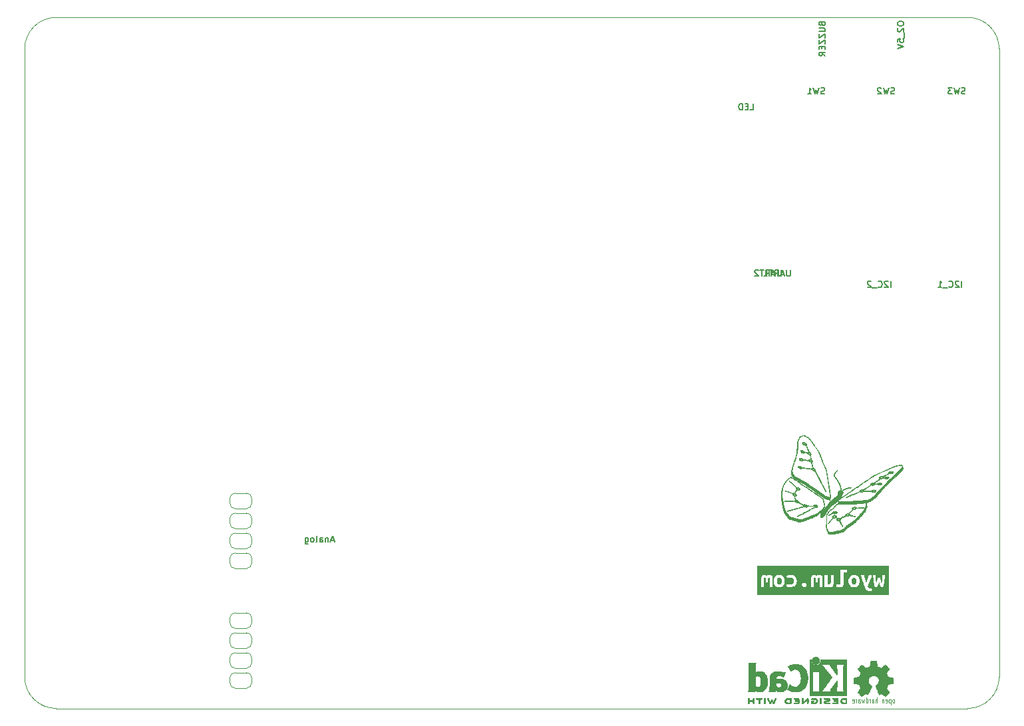
<source format=gbo>
%TF.GenerationSoftware,KiCad,Pcbnew,5.1.9-73d0e3b20d~88~ubuntu20.04.1*%
%TF.CreationDate,2021-10-14T18:02:57+05:30*%
%TF.ProjectId,vayuO2,76617975-4f32-42e6-9b69-6361645f7063,rev 2*%
%TF.SameCoordinates,Original*%
%TF.FileFunction,Legend,Bot*%
%TF.FilePolarity,Positive*%
%FSLAX46Y46*%
G04 Gerber Fmt 4.6, Leading zero omitted, Abs format (unit mm)*
G04 Created by KiCad (PCBNEW 5.1.9-73d0e3b20d~88~ubuntu20.04.1) date 2021-10-14 18:02:57*
%MOMM*%
%LPD*%
G01*
G04 APERTURE LIST*
%TA.AperFunction,Profile*%
%ADD10C,0.076200*%
%TD*%
%ADD11C,0.127000*%
%ADD12C,0.120000*%
%ADD13C,0.075000*%
%ADD14C,0.002540*%
%ADD15C,0.010000*%
%ADD16C,0.150000*%
%ADD17C,3.000000*%
%ADD18O,1.700000X1.700000*%
%ADD19C,1.700000*%
%ADD20R,1.700000X1.700000*%
%ADD21O,1.700000X2.000000*%
%ADD22O,2.000000X1.700000*%
%ADD23O,1.950000X1.700000*%
%ADD24C,3.048000*%
%ADD25O,2.600000X3.900000*%
%ADD26C,1.800000*%
%ADD27C,6.400000*%
%ADD28C,0.800000*%
%ADD29C,2.600000*%
%ADD30C,1.524000*%
%ADD31C,4.572000*%
G04 APERTURE END LIST*
D10*
X174000000Y-54000000D02*
X174000000Y-134000000D01*
X54000000Y-138000000D02*
X170000000Y-138000000D01*
X54000000Y-138000000D02*
G75*
G02*
X50000000Y-134000000I0J4000000D01*
G01*
X50000000Y-54000000D02*
G75*
G02*
X54000000Y-50000000I4000000J0D01*
G01*
X170000000Y-50000000D02*
G75*
G02*
X174000000Y-54000000I0J-4000000D01*
G01*
X174000000Y-134000000D02*
G75*
G02*
X170000000Y-138000000I-4000000J0D01*
G01*
X50000000Y-54000000D02*
X50000000Y-134000000D01*
X170000000Y-50000000D02*
X54000000Y-50000000D01*
D11*
G36*
X146319975Y-121779375D02*
G01*
X146302116Y-121960350D01*
X146248537Y-122103225D01*
X146155272Y-122196094D01*
X146018350Y-122227050D01*
X145884603Y-122196094D01*
X145788162Y-122103225D01*
X145729822Y-121960350D01*
X145710375Y-121779375D01*
X145728234Y-121598797D01*
X145781812Y-121457112D01*
X145875078Y-121365434D01*
X146012000Y-121334875D01*
X146145747Y-121365434D01*
X146242187Y-121457112D01*
X146300528Y-121598797D01*
X146319975Y-121779375D01*
G37*
G36*
X155844975Y-121779375D02*
G01*
X155827116Y-121960350D01*
X155773538Y-122103225D01*
X155680272Y-122196094D01*
X155543350Y-122227050D01*
X155409603Y-122196094D01*
X155313163Y-122103225D01*
X155254822Y-121960350D01*
X155235375Y-121779375D01*
X155253234Y-121598797D01*
X155306813Y-121457112D01*
X155400078Y-121365434D01*
X155537000Y-121334875D01*
X155670747Y-121365434D01*
X155767188Y-121457112D01*
X155825528Y-121598797D01*
X155844975Y-121779375D01*
G37*
G36*
X159474000Y-119828470D02*
G01*
X158891388Y-121514262D01*
X158848525Y-121334875D01*
X158565950Y-121334875D01*
X158526263Y-121514262D01*
X158481813Y-121695237D01*
X158431013Y-121892088D01*
X158365925Y-122115925D01*
X158348463Y-121973050D01*
X158334175Y-121836525D01*
X158322666Y-121703572D01*
X158313538Y-121571412D01*
X158300838Y-121307887D01*
X158295678Y-121173347D01*
X158289725Y-121033250D01*
X157956350Y-121033250D01*
X157975499Y-121247562D01*
X157998022Y-121455525D01*
X158023918Y-121657137D01*
X158053188Y-121852400D01*
X158096050Y-122097933D01*
X157549950Y-121828588D01*
X157618213Y-121643743D01*
X157683300Y-121449572D01*
X157745213Y-121246074D01*
X157803950Y-121033250D01*
X157397550Y-121033250D01*
X157332463Y-121284075D01*
X157294759Y-121417425D01*
X157254675Y-121550775D01*
X157212209Y-121682934D01*
X157167363Y-121812713D01*
X157073700Y-122052425D01*
X157007025Y-121812713D01*
X156972894Y-121683331D01*
X156940350Y-121552362D01*
X156908997Y-121420203D01*
X156878438Y-121287250D01*
X156822875Y-121033250D01*
X156422825Y-121033250D01*
X156481959Y-121240816D01*
X156538713Y-121444412D01*
X156595466Y-121643644D01*
X156654600Y-121838113D01*
X156716909Y-122028216D01*
X156783188Y-122214350D01*
X156854228Y-122396119D01*
X156129534Y-122233003D01*
X156191050Y-122098463D01*
X156229150Y-121945666D01*
X156241850Y-121776200D01*
X156228753Y-121609116D01*
X156189463Y-121457112D01*
X156126756Y-121322969D01*
X156043413Y-121209462D01*
X155940622Y-121118181D01*
X155819575Y-121050712D01*
X155683844Y-121009041D01*
X155537000Y-120995150D01*
X155388172Y-121009041D01*
X155252838Y-121050712D01*
X155132981Y-121118181D01*
X155030588Y-121209462D01*
X154947641Y-121322969D01*
X154886125Y-121457112D01*
X154848025Y-121609116D01*
X154835325Y-121776200D01*
X154848025Y-121945666D01*
X154886125Y-122098463D01*
X154947244Y-122233003D01*
X155029000Y-122347700D01*
X155130203Y-122440569D01*
X155249663Y-122509625D01*
X155385791Y-122552488D01*
X155537000Y-122566775D01*
X155688209Y-122552488D01*
X155824338Y-122509625D01*
X155944194Y-122440569D01*
X156046588Y-122347700D01*
X156129534Y-122233003D01*
X156854228Y-122396119D01*
X156930825Y-122573125D01*
X157049888Y-122792200D01*
X157180063Y-122943013D01*
X157338813Y-123030325D01*
X157543600Y-123058900D01*
X157722988Y-123043025D01*
X157857925Y-123001750D01*
X157784900Y-122674725D01*
X157672188Y-122714412D01*
X157565825Y-122725525D01*
X157381675Y-122649325D01*
X157270550Y-122468350D01*
X157363683Y-122273088D01*
X157456817Y-122059833D01*
X157549950Y-121828588D01*
X158096050Y-122097933D01*
X158142088Y-122322300D01*
X158191300Y-122525500D01*
X158486575Y-122525500D01*
X158551663Y-122344525D01*
X158608813Y-122184188D01*
X158662788Y-122022263D01*
X158718350Y-121836525D01*
X158775500Y-122019088D01*
X158827888Y-122179425D01*
X158883450Y-122341350D01*
X158953300Y-122525500D01*
X159248575Y-122525500D01*
X159285484Y-122378259D01*
X159320013Y-122215938D01*
X159352159Y-122040519D01*
X159381925Y-121853988D01*
X159408913Y-121658328D01*
X159432725Y-121455525D01*
X159454156Y-121246769D01*
X159474000Y-121033250D01*
X159140625Y-121033250D01*
X159131982Y-121215989D01*
X159122986Y-121395906D01*
X159113638Y-121573000D01*
X159101467Y-121750447D01*
X159084004Y-121931422D01*
X159061250Y-122115925D01*
X158989813Y-121892088D01*
X158935838Y-121695237D01*
X158891388Y-121514262D01*
X159474000Y-119828470D01*
X159986630Y-119828470D01*
X159986630Y-123571530D01*
X153701850Y-122560425D01*
X153935213Y-122520341D01*
X154095550Y-122400088D01*
X154188419Y-122202841D01*
X154219375Y-121931775D01*
X154219375Y-120664950D01*
X154632125Y-120664950D01*
X154632125Y-120341100D01*
X153828850Y-120341100D01*
X153828850Y-121960350D01*
X153768525Y-122166725D01*
X153616125Y-122220700D01*
X153419275Y-122188950D01*
X153314500Y-122147675D01*
X153263700Y-122462000D01*
X153306563Y-122484225D01*
X153393875Y-122517563D01*
X153525638Y-122547725D01*
X153701850Y-122560425D01*
X159986630Y-123571530D01*
X159474000Y-123571530D01*
X152365175Y-122560425D01*
X152532656Y-122547725D01*
X152666800Y-122509625D01*
X152852538Y-122365163D01*
X152946200Y-122144500D01*
X152965250Y-122011150D01*
X152971600Y-121865100D01*
X152971600Y-121033250D01*
X152581075Y-121033250D01*
X152581075Y-121814300D01*
X152568772Y-121994084D01*
X152531863Y-122120688D01*
X152339775Y-122220700D01*
X152161975Y-122204825D01*
X152161975Y-121033250D01*
X151768275Y-121033250D01*
X151768275Y-122474700D01*
X151887734Y-122503275D01*
X152030213Y-122531850D01*
X152190947Y-122553281D01*
X152365175Y-122560425D01*
X159474000Y-123571530D01*
X143726000Y-123571530D01*
X148904425Y-122274675D01*
X148990150Y-122487400D01*
X149187000Y-122560425D01*
X149294950Y-122541375D01*
X149385437Y-122485813D01*
X149448937Y-122396913D01*
X149472750Y-122274675D01*
X149448937Y-122155613D01*
X149385437Y-122068300D01*
X149294950Y-122014325D01*
X149187000Y-121995275D01*
X148990150Y-122068300D01*
X148904425Y-122274675D01*
X143726000Y-123571530D01*
X143213370Y-123571530D01*
X146916875Y-122487400D01*
X147116900Y-122539788D01*
X147244694Y-122555266D01*
X147393125Y-122560425D01*
X147605453Y-122545344D01*
X147785237Y-122500100D01*
X147934066Y-122428663D01*
X148053525Y-122335000D01*
X148144409Y-122220700D01*
X148207512Y-122087350D01*
X148244422Y-121938919D01*
X148256725Y-121779375D01*
X148244025Y-121622212D01*
X148205925Y-121474575D01*
X148141631Y-121340828D01*
X148050350Y-121225337D01*
X147931684Y-121130087D01*
X147785237Y-121057062D01*
X147609422Y-121010628D01*
X147402650Y-120995150D01*
X147161350Y-121014200D01*
X146942275Y-121077700D01*
X147028000Y-121392025D01*
X147169287Y-121352337D01*
X147367725Y-121334875D01*
X147601087Y-121368212D01*
X147751900Y-121460287D01*
X146703753Y-121609116D01*
X146664462Y-121457112D01*
X146601756Y-121322969D01*
X146518412Y-121209462D01*
X146415622Y-121118181D01*
X146294575Y-121050712D01*
X146158844Y-121009041D01*
X146012000Y-120995150D01*
X145863172Y-121009041D01*
X144132400Y-121017375D01*
X143929200Y-121055475D01*
X143803787Y-121169775D01*
X143741875Y-121361862D01*
X143729969Y-121487672D01*
X143726000Y-121633325D01*
X143726000Y-122525500D01*
X144043500Y-122525500D01*
X144043500Y-121614275D01*
X144054612Y-121471400D01*
X144083187Y-121388850D01*
X144124462Y-121350750D01*
X144173675Y-121341225D01*
X144234000Y-121345987D01*
X144291150Y-121363450D01*
X144275275Y-121496800D01*
X144268925Y-121658725D01*
X144268925Y-121957175D01*
X144586425Y-121957175D01*
X144586425Y-121614275D01*
X144616587Y-121401550D01*
X144713425Y-121341225D01*
X144759462Y-121344400D01*
X144811850Y-121353925D01*
X144811850Y-122525500D01*
X145129350Y-122525500D01*
X145129350Y-121090400D01*
X144884875Y-121036425D01*
X144672150Y-121017375D01*
X144524512Y-121038012D01*
X144411800Y-121106275D01*
X144284800Y-121044362D01*
X144132400Y-121017375D01*
X145863172Y-121009041D01*
X145727837Y-121050712D01*
X145607981Y-121118181D01*
X145505587Y-121209462D01*
X145422641Y-121322969D01*
X145361125Y-121457112D01*
X145323025Y-121609116D01*
X145310325Y-121776200D01*
X145323025Y-121945666D01*
X145361125Y-122098463D01*
X145422244Y-122233003D01*
X145504000Y-122347700D01*
X145605203Y-122440569D01*
X145724662Y-122509625D01*
X145860791Y-122552488D01*
X146012000Y-122566775D01*
X146163209Y-122552488D01*
X146299337Y-122509625D01*
X146419194Y-122440569D01*
X146521587Y-122347700D01*
X146604534Y-122233003D01*
X146666050Y-122098463D01*
X146704150Y-121945666D01*
X146716850Y-121776200D01*
X146703753Y-121609116D01*
X147751900Y-121460287D01*
X147834450Y-121601575D01*
X147859850Y-121779375D01*
X147830878Y-121963525D01*
X147743962Y-122103225D01*
X147587197Y-122191331D01*
X147348675Y-122220700D01*
X147156587Y-122208000D01*
X146974025Y-122166725D01*
X146916875Y-122487400D01*
X143213370Y-123571530D01*
X143213370Y-119828470D01*
X150482400Y-121017375D01*
X150279200Y-121055475D01*
X150153787Y-121169775D01*
X150091875Y-121361862D01*
X150079969Y-121487672D01*
X150076000Y-121633325D01*
X150076000Y-122525500D01*
X150393500Y-122525500D01*
X150393500Y-121614275D01*
X150404612Y-121471400D01*
X150433187Y-121388850D01*
X150474462Y-121350750D01*
X150523675Y-121341225D01*
X150584000Y-121345987D01*
X150641150Y-121363450D01*
X150625275Y-121496800D01*
X150618925Y-121658725D01*
X150618925Y-121957175D01*
X150936425Y-121957175D01*
X150936425Y-121614275D01*
X150966587Y-121401550D01*
X151063425Y-121341225D01*
X151109462Y-121344400D01*
X151161850Y-121353925D01*
X151161850Y-122525500D01*
X151479350Y-122525500D01*
X151479350Y-121090400D01*
X151234875Y-121036425D01*
X151022150Y-121017375D01*
X150874512Y-121038012D01*
X150761800Y-121106275D01*
X150634800Y-121044362D01*
X150482400Y-121017375D01*
X143213370Y-119828470D01*
X143726000Y-119828470D01*
X159474000Y-119828470D01*
G37*
D12*
X78200000Y-110570000D02*
X76800000Y-110570000D01*
X76100000Y-111270000D02*
X76100000Y-111870000D01*
X76800000Y-112570000D02*
X78200000Y-112570000D01*
X78900000Y-111870000D02*
X78900000Y-111270000D01*
X78900000Y-111270000D02*
G75*
G03*
X78200000Y-110570000I-700000J0D01*
G01*
X78200000Y-112570000D02*
G75*
G03*
X78900000Y-111870000I0J700000D01*
G01*
X76100000Y-111870000D02*
G75*
G03*
X76800000Y-112570000I700000J0D01*
G01*
X76800000Y-110570000D02*
G75*
G03*
X76100000Y-111270000I0J-700000D01*
G01*
X78200000Y-113110000D02*
X76800000Y-113110000D01*
X76100000Y-113810000D02*
X76100000Y-114410000D01*
X76800000Y-115110000D02*
X78200000Y-115110000D01*
X78900000Y-114410000D02*
X78900000Y-113810000D01*
X78900000Y-113810000D02*
G75*
G03*
X78200000Y-113110000I-700000J0D01*
G01*
X78200000Y-115110000D02*
G75*
G03*
X78900000Y-114410000I0J700000D01*
G01*
X76100000Y-114410000D02*
G75*
G03*
X76800000Y-115110000I700000J0D01*
G01*
X76800000Y-113110000D02*
G75*
G03*
X76100000Y-113810000I0J-700000D01*
G01*
X78200000Y-115650000D02*
X76800000Y-115650000D01*
X76100000Y-116350000D02*
X76100000Y-116950000D01*
X76800000Y-117650000D02*
X78200000Y-117650000D01*
X78900000Y-116950000D02*
X78900000Y-116350000D01*
X78900000Y-116350000D02*
G75*
G03*
X78200000Y-115650000I-700000J0D01*
G01*
X78200000Y-117650000D02*
G75*
G03*
X78900000Y-116950000I0J700000D01*
G01*
X76100000Y-116950000D02*
G75*
G03*
X76800000Y-117650000I700000J0D01*
G01*
X76800000Y-115650000D02*
G75*
G03*
X76100000Y-116350000I0J-700000D01*
G01*
X78200000Y-118190000D02*
X76800000Y-118190000D01*
X76100000Y-118890000D02*
X76100000Y-119490000D01*
X76800000Y-120190000D02*
X78200000Y-120190000D01*
X78900000Y-119490000D02*
X78900000Y-118890000D01*
X78900000Y-118890000D02*
G75*
G03*
X78200000Y-118190000I-700000J0D01*
G01*
X78200000Y-120190000D02*
G75*
G03*
X78900000Y-119490000I0J700000D01*
G01*
X76100000Y-119490000D02*
G75*
G03*
X76800000Y-120190000I700000J0D01*
G01*
X76800000Y-118190000D02*
G75*
G03*
X76100000Y-118890000I0J-700000D01*
G01*
X78200000Y-125810000D02*
X76800000Y-125810000D01*
X76100000Y-126510000D02*
X76100000Y-127110000D01*
X76800000Y-127810000D02*
X78200000Y-127810000D01*
X78900000Y-127110000D02*
X78900000Y-126510000D01*
X78900000Y-126510000D02*
G75*
G03*
X78200000Y-125810000I-700000J0D01*
G01*
X78200000Y-127810000D02*
G75*
G03*
X78900000Y-127110000I0J700000D01*
G01*
X76100000Y-127110000D02*
G75*
G03*
X76800000Y-127810000I700000J0D01*
G01*
X76800000Y-125810000D02*
G75*
G03*
X76100000Y-126510000I0J-700000D01*
G01*
X78200001Y-128350000D02*
X76800001Y-128350000D01*
X76100001Y-129050000D02*
X76100001Y-129650000D01*
X76800001Y-130350000D02*
X78200001Y-130350000D01*
X78900001Y-129650000D02*
X78900001Y-129050000D01*
X78900001Y-129050000D02*
G75*
G03*
X78200001Y-128350000I-700000J0D01*
G01*
X78200001Y-130350000D02*
G75*
G03*
X78900001Y-129650000I0J700000D01*
G01*
X76100001Y-129650000D02*
G75*
G03*
X76800001Y-130350000I700000J0D01*
G01*
X76800001Y-128350000D02*
G75*
G03*
X76100001Y-129050000I0J-700000D01*
G01*
X78200000Y-130890000D02*
X76800000Y-130890000D01*
X76100000Y-131590000D02*
X76100000Y-132190000D01*
X76800000Y-132890000D02*
X78200000Y-132890000D01*
X78900000Y-132190000D02*
X78900000Y-131590000D01*
X78900000Y-131590000D02*
G75*
G03*
X78200000Y-130890000I-700000J0D01*
G01*
X78200000Y-132890000D02*
G75*
G03*
X78900000Y-132190000I0J700000D01*
G01*
X76100000Y-132190000D02*
G75*
G03*
X76800000Y-132890000I700000J0D01*
G01*
X76800000Y-130890000D02*
G75*
G03*
X76100000Y-131590000I0J-700000D01*
G01*
X78200000Y-133430000D02*
X76800000Y-133430000D01*
X76100000Y-134130000D02*
X76100000Y-134730000D01*
X76800000Y-135430000D02*
X78200000Y-135430000D01*
X78900000Y-134730000D02*
X78900000Y-134130000D01*
X78900000Y-134130000D02*
G75*
G03*
X78200000Y-133430000I-700000J0D01*
G01*
X78200000Y-135430000D02*
G75*
G03*
X78900000Y-134730000I0J700000D01*
G01*
X76100000Y-134730000D02*
G75*
G03*
X76800000Y-135430000I700000J0D01*
G01*
X76800000Y-133430000D02*
G75*
G03*
X76100000Y-134130000I0J-700000D01*
G01*
D13*
X155840000Y-136820000D02*
X155840000Y-137280000D01*
X155750000Y-136820000D02*
X155700000Y-136820000D01*
X155800000Y-136850000D02*
X155750000Y-136820000D01*
X155820000Y-136870000D02*
X155800000Y-136850000D01*
X155840000Y-136940000D02*
X155820000Y-136870000D01*
X155400000Y-137280000D02*
X155350000Y-137250000D01*
X155500000Y-137280000D02*
X155400000Y-137280000D01*
X155540000Y-137250000D02*
X155500000Y-137280000D01*
X155560000Y-137180000D02*
X155540000Y-137250000D01*
X155560000Y-136910000D02*
X155560000Y-137180000D01*
X155530000Y-136850000D02*
X155560000Y-136910000D01*
X155490000Y-136820000D02*
X155530000Y-136850000D01*
X155390000Y-136820000D02*
X155490000Y-136820000D01*
X155350000Y-136860000D02*
X155390000Y-136820000D01*
X155330000Y-136930000D02*
X155350000Y-136860000D01*
X155330000Y-137050000D02*
X155330000Y-136930000D01*
X155330000Y-137050000D02*
X155560000Y-137050000D01*
X156080000Y-136910000D02*
X156080000Y-137280000D01*
X156110000Y-136850000D02*
X156080000Y-136910000D01*
X156150000Y-136820000D02*
X156110000Y-136850000D01*
X156250000Y-136820000D02*
X156150000Y-136820000D01*
X156300000Y-136850000D02*
X156250000Y-136820000D01*
X156240000Y-137010000D02*
X156290000Y-137040000D01*
X156120000Y-137010000D02*
X156240000Y-137010000D01*
X156080000Y-136980000D02*
X156120000Y-137010000D01*
X156130000Y-137280000D02*
X156080000Y-137240000D01*
X156250000Y-137280000D02*
X156130000Y-137280000D01*
X156300000Y-137240000D02*
X156250000Y-137280000D01*
X156320000Y-137180000D02*
X156300000Y-137240000D01*
X156320000Y-137110000D02*
X156320000Y-137180000D01*
X156290000Y-137040000D02*
X156320000Y-137110000D01*
X156870000Y-136820000D02*
X156770000Y-137280000D01*
X156770000Y-137280000D02*
X156680000Y-136940000D01*
X156680000Y-136940000D02*
X156580000Y-137280000D01*
X156580000Y-137280000D02*
X156480000Y-136820000D01*
X157060000Y-137250000D02*
X157100000Y-137280000D01*
X157100000Y-137280000D02*
X157210000Y-137280000D01*
X157210000Y-137280000D02*
X157250000Y-137250000D01*
X157250000Y-137250000D02*
X157270000Y-137220000D01*
X157270000Y-137220000D02*
X157300000Y-137150000D01*
X157300000Y-137150000D02*
X157300000Y-136950000D01*
X157300000Y-136950000D02*
X157270000Y-136880000D01*
X157270000Y-136880000D02*
X157250000Y-136850000D01*
X157250000Y-136850000D02*
X157190000Y-136810000D01*
X157190000Y-136810000D02*
X157120000Y-136810000D01*
X157120000Y-136810000D02*
X157060000Y-136850000D01*
X157060000Y-136580000D02*
X157060000Y-137280000D01*
X157580000Y-136940000D02*
X157560000Y-136870000D01*
X157560000Y-136870000D02*
X157540000Y-136850000D01*
X157540000Y-136850000D02*
X157490000Y-136820000D01*
X157490000Y-136820000D02*
X157440000Y-136820000D01*
X157580000Y-136820000D02*
X157580000Y-137280000D01*
X158030000Y-137040000D02*
X158060000Y-137110000D01*
X158060000Y-137110000D02*
X158060000Y-137180000D01*
X158060000Y-137180000D02*
X158040000Y-137240000D01*
X158040000Y-137240000D02*
X157990000Y-137280000D01*
X157990000Y-137280000D02*
X157870000Y-137280000D01*
X157870000Y-137280000D02*
X157820000Y-137240000D01*
X157820000Y-136980000D02*
X157860000Y-137010000D01*
X157860000Y-137010000D02*
X157980000Y-137010000D01*
X157980000Y-137010000D02*
X158030000Y-137040000D01*
X158040000Y-136850000D02*
X157990000Y-136820000D01*
X157990000Y-136820000D02*
X157890000Y-136820000D01*
X157890000Y-136820000D02*
X157850000Y-136850000D01*
X157850000Y-136850000D02*
X157820000Y-136910000D01*
X157820000Y-136910000D02*
X157820000Y-137280000D01*
X158490000Y-136890000D02*
X158470000Y-136850000D01*
X158470000Y-136850000D02*
X158420000Y-136820000D01*
X158420000Y-136820000D02*
X158340000Y-136820000D01*
X158340000Y-136820000D02*
X158300000Y-136850000D01*
X158300000Y-136850000D02*
X158280000Y-136910000D01*
X158280000Y-136910000D02*
X158280000Y-137280000D01*
X158490000Y-136580000D02*
X158490000Y-137280000D01*
X159540000Y-137050000D02*
X159770000Y-137050000D01*
X159320000Y-136880000D02*
X159300000Y-136850000D01*
X159300000Y-136850000D02*
X159260000Y-136820000D01*
X159260000Y-136820000D02*
X159170000Y-136820000D01*
X159170000Y-136820000D02*
X159130000Y-136850000D01*
X159130000Y-136850000D02*
X159110000Y-136910000D01*
X159110000Y-136910000D02*
X159110000Y-137280000D01*
X159320000Y-136820000D02*
X159320000Y-137280000D01*
X159540000Y-137050000D02*
X159540000Y-136930000D01*
X159540000Y-136930000D02*
X159560000Y-136860000D01*
X159560000Y-136860000D02*
X159600000Y-136820000D01*
X159600000Y-136820000D02*
X159700000Y-136820000D01*
X159700000Y-136820000D02*
X159740000Y-136850000D01*
X159740000Y-136850000D02*
X159770000Y-136910000D01*
X159770000Y-136910000D02*
X159770000Y-137180000D01*
X159770000Y-137180000D02*
X159750000Y-137250000D01*
X159750000Y-137250000D02*
X159710000Y-137280000D01*
X159710000Y-137280000D02*
X159610000Y-137280000D01*
X159610000Y-137280000D02*
X159560000Y-137250000D01*
X160200000Y-136850000D02*
X160160000Y-136820000D01*
X160160000Y-136820000D02*
X160060000Y-136820000D01*
X160060000Y-136820000D02*
X160020000Y-136850000D01*
X160020000Y-136850000D02*
X159990000Y-136880000D01*
X159990000Y-136880000D02*
X159970000Y-136940000D01*
X159970000Y-136940000D02*
X159970000Y-137160000D01*
X159970000Y-137160000D02*
X159990000Y-137220000D01*
X159990000Y-137220000D02*
X160010000Y-137250000D01*
X160010000Y-137250000D02*
X160050000Y-137280000D01*
X160050000Y-137280000D02*
X160150000Y-137280000D01*
X160150000Y-137280000D02*
X160200000Y-137250000D01*
X160200000Y-137520000D02*
X160200000Y-136820000D01*
X160510000Y-136820000D02*
X160590000Y-136820000D01*
X160590000Y-136820000D02*
X160630000Y-136850000D01*
X160630000Y-136850000D02*
X160650000Y-136880000D01*
X160650000Y-136880000D02*
X160680000Y-136950000D01*
X160590000Y-137280000D02*
X160510000Y-137280000D01*
X160510000Y-137280000D02*
X160460000Y-137250000D01*
X160460000Y-137250000D02*
X160440000Y-137220000D01*
X160440000Y-137220000D02*
X160420000Y-137150000D01*
X160420000Y-137150000D02*
X160420000Y-136950000D01*
X160420000Y-136950000D02*
X160440000Y-136890000D01*
X160440000Y-136890000D02*
X160460000Y-136860000D01*
X160460000Y-136860000D02*
X160510000Y-136820000D01*
X160680000Y-136950000D02*
X160680000Y-137150000D01*
X160680000Y-137150000D02*
X160660000Y-137210000D01*
X160660000Y-137210000D02*
X160640000Y-137240000D01*
X160640000Y-137240000D02*
X160590000Y-137280000D01*
D14*
G36*
X159513840Y-136445360D02*
G01*
X159488440Y-136430120D01*
X159430020Y-136394560D01*
X159346200Y-136338680D01*
X159247140Y-136272640D01*
X159148080Y-136206600D01*
X159066800Y-136153260D01*
X159010920Y-136115160D01*
X158985520Y-136102460D01*
X158972820Y-136107540D01*
X158927100Y-136130400D01*
X158858520Y-136165960D01*
X158817880Y-136186280D01*
X158756920Y-136211680D01*
X158723900Y-136219300D01*
X158718820Y-136209140D01*
X158695960Y-136160880D01*
X158660400Y-136079600D01*
X158614680Y-135970380D01*
X158558800Y-135843380D01*
X158502920Y-135708760D01*
X158444500Y-135569060D01*
X158388620Y-135434440D01*
X158340360Y-135315060D01*
X158299720Y-135218540D01*
X158274320Y-135149960D01*
X158264160Y-135122020D01*
X158266700Y-135114400D01*
X158299720Y-135083920D01*
X158353060Y-135043280D01*
X158472440Y-134946760D01*
X158589280Y-134801980D01*
X158660400Y-134636880D01*
X158683260Y-134451460D01*
X158662940Y-134281280D01*
X158596900Y-134118720D01*
X158482600Y-133971400D01*
X158342900Y-133862180D01*
X158180340Y-133793600D01*
X158000000Y-133770740D01*
X157827280Y-133791060D01*
X157659640Y-133857100D01*
X157512320Y-133968860D01*
X157448820Y-134039980D01*
X157362460Y-134189840D01*
X157314200Y-134347320D01*
X157309120Y-134387960D01*
X157316740Y-134563220D01*
X157367540Y-134733400D01*
X157461520Y-134883260D01*
X157591060Y-135007720D01*
X157606300Y-135017880D01*
X157664720Y-135063600D01*
X157705360Y-135094080D01*
X157735840Y-135119480D01*
X157512320Y-135657960D01*
X157476760Y-135741780D01*
X157415800Y-135889100D01*
X157362460Y-136016100D01*
X157319280Y-136117700D01*
X157288800Y-136183740D01*
X157276100Y-136211680D01*
X157276100Y-136214220D01*
X157255780Y-136216760D01*
X157215140Y-136201520D01*
X157138940Y-136165960D01*
X157090680Y-136140560D01*
X157032260Y-136112620D01*
X157006860Y-136102460D01*
X156984000Y-136115160D01*
X156930660Y-136150720D01*
X156849380Y-136204060D01*
X156752860Y-136267560D01*
X156661420Y-136331060D01*
X156577600Y-136386940D01*
X156516640Y-136425040D01*
X156486160Y-136442820D01*
X156481080Y-136442820D01*
X156455680Y-136427580D01*
X156407420Y-136386940D01*
X156333760Y-136318360D01*
X156229620Y-136214220D01*
X156214380Y-136198980D01*
X156128020Y-136112620D01*
X156059440Y-136038960D01*
X156013720Y-135988160D01*
X155995940Y-135965300D01*
X156011180Y-135934820D01*
X156049280Y-135873860D01*
X156105160Y-135787500D01*
X156173740Y-135688440D01*
X156351540Y-135429360D01*
X156255020Y-135185520D01*
X156224540Y-135109320D01*
X156186440Y-135020420D01*
X156158500Y-134954380D01*
X156143260Y-134926440D01*
X156117860Y-134916280D01*
X156049280Y-134901040D01*
X155952760Y-134880720D01*
X155838460Y-134860400D01*
X155726700Y-134840080D01*
X155627640Y-134819760D01*
X155556520Y-134807060D01*
X155523500Y-134799440D01*
X155515880Y-134794360D01*
X155508260Y-134779120D01*
X155505720Y-134746100D01*
X155503180Y-134685140D01*
X155500640Y-134591160D01*
X155500640Y-134451460D01*
X155500640Y-134436220D01*
X155503180Y-134306680D01*
X155505720Y-134200000D01*
X155508260Y-134133960D01*
X155513340Y-134106020D01*
X155543820Y-134098400D01*
X155614940Y-134083160D01*
X155714000Y-134065380D01*
X155833380Y-134042520D01*
X155841000Y-134039980D01*
X155957840Y-134017120D01*
X156056900Y-133996800D01*
X156128020Y-133981560D01*
X156155960Y-133971400D01*
X156163580Y-133963780D01*
X156186440Y-133918060D01*
X156219460Y-133844400D01*
X156260100Y-133755500D01*
X156298200Y-133661520D01*
X156331220Y-133577700D01*
X156354080Y-133516740D01*
X156361700Y-133488800D01*
X156359160Y-133486260D01*
X156341380Y-133458320D01*
X156300740Y-133397360D01*
X156244860Y-133313540D01*
X156176280Y-133211940D01*
X156171200Y-133204320D01*
X156102620Y-133105260D01*
X156046740Y-133018900D01*
X156011180Y-132960480D01*
X155995940Y-132932540D01*
X155995940Y-132930000D01*
X156018800Y-132899520D01*
X156069600Y-132843640D01*
X156143260Y-132767440D01*
X156229620Y-132678540D01*
X156257560Y-132653140D01*
X156356620Y-132556620D01*
X156422660Y-132495660D01*
X156465840Y-132462640D01*
X156486160Y-132455020D01*
X156516640Y-132472800D01*
X156580140Y-132513440D01*
X156663960Y-132571860D01*
X156765560Y-132640440D01*
X156773180Y-132645520D01*
X156872240Y-132714100D01*
X156956060Y-132769980D01*
X157014480Y-132810620D01*
X157042420Y-132825860D01*
X157044960Y-132825860D01*
X157085600Y-132813160D01*
X157156720Y-132787760D01*
X157245620Y-132754740D01*
X157337060Y-132716640D01*
X157420880Y-132681080D01*
X157484380Y-132653140D01*
X157514860Y-132635360D01*
X157525020Y-132599800D01*
X157542800Y-132523600D01*
X157563120Y-132422000D01*
X157588520Y-132300080D01*
X157591060Y-132279760D01*
X157613920Y-132160380D01*
X157631700Y-132061320D01*
X157646940Y-131992740D01*
X157654560Y-131964800D01*
X157669800Y-131962260D01*
X157728220Y-131957180D01*
X157817120Y-131954640D01*
X157926340Y-131954640D01*
X158038100Y-131954640D01*
X158147320Y-131957180D01*
X158241300Y-131959720D01*
X158309880Y-131964800D01*
X158337820Y-131969880D01*
X158337820Y-131972420D01*
X158347980Y-132010520D01*
X158365760Y-132084180D01*
X158386080Y-132188320D01*
X158408940Y-132310240D01*
X158414020Y-132333100D01*
X158436880Y-132449940D01*
X158457200Y-132549000D01*
X158469900Y-132615040D01*
X158477520Y-132642980D01*
X158490220Y-132648060D01*
X158538480Y-132668380D01*
X158617220Y-132701400D01*
X158716280Y-132742040D01*
X158944880Y-132833480D01*
X159226820Y-132642980D01*
X159252220Y-132625200D01*
X159353820Y-132556620D01*
X159435100Y-132500740D01*
X159493520Y-132462640D01*
X159516380Y-132449940D01*
X159518920Y-132449940D01*
X159546860Y-132475340D01*
X159602740Y-132528680D01*
X159678940Y-132602340D01*
X159767840Y-132688700D01*
X159831340Y-132754740D01*
X159910080Y-132833480D01*
X159958340Y-132886820D01*
X159986280Y-132919840D01*
X159993900Y-132940160D01*
X159991360Y-132955400D01*
X159973580Y-132983340D01*
X159932940Y-133044300D01*
X159874520Y-133130660D01*
X159805940Y-133229720D01*
X159750060Y-133313540D01*
X159689100Y-133407520D01*
X159651000Y-133473560D01*
X159635760Y-133506580D01*
X159640840Y-133519280D01*
X159658620Y-133575160D01*
X159694180Y-133658980D01*
X159734820Y-133758040D01*
X159833880Y-133979020D01*
X159978660Y-134006960D01*
X160067560Y-134024740D01*
X160189480Y-134047600D01*
X160308860Y-134070460D01*
X160491740Y-134106020D01*
X160499360Y-134781660D01*
X160471420Y-134794360D01*
X160443480Y-134801980D01*
X160374900Y-134817220D01*
X160278380Y-134837540D01*
X160161540Y-134857860D01*
X160065020Y-134875640D01*
X159965960Y-134895960D01*
X159894840Y-134908660D01*
X159864360Y-134916280D01*
X159854200Y-134926440D01*
X159831340Y-134974700D01*
X159795780Y-135050900D01*
X159755140Y-135142340D01*
X159717040Y-135236320D01*
X159681480Y-135325220D01*
X159658620Y-135391260D01*
X159648460Y-135424280D01*
X159661160Y-135452220D01*
X159699260Y-135510640D01*
X159752600Y-135591920D01*
X159821180Y-135690980D01*
X159887220Y-135787500D01*
X159945640Y-135871320D01*
X159983740Y-135932280D01*
X160001520Y-135960220D01*
X159991360Y-135978000D01*
X159953260Y-136026260D01*
X159879600Y-136102460D01*
X159767840Y-136211680D01*
X159750060Y-136229460D01*
X159663700Y-136313280D01*
X159590040Y-136381860D01*
X159536700Y-136427580D01*
X159513840Y-136445360D01*
G37*
X159513840Y-136445360D02*
X159488440Y-136430120D01*
X159430020Y-136394560D01*
X159346200Y-136338680D01*
X159247140Y-136272640D01*
X159148080Y-136206600D01*
X159066800Y-136153260D01*
X159010920Y-136115160D01*
X158985520Y-136102460D01*
X158972820Y-136107540D01*
X158927100Y-136130400D01*
X158858520Y-136165960D01*
X158817880Y-136186280D01*
X158756920Y-136211680D01*
X158723900Y-136219300D01*
X158718820Y-136209140D01*
X158695960Y-136160880D01*
X158660400Y-136079600D01*
X158614680Y-135970380D01*
X158558800Y-135843380D01*
X158502920Y-135708760D01*
X158444500Y-135569060D01*
X158388620Y-135434440D01*
X158340360Y-135315060D01*
X158299720Y-135218540D01*
X158274320Y-135149960D01*
X158264160Y-135122020D01*
X158266700Y-135114400D01*
X158299720Y-135083920D01*
X158353060Y-135043280D01*
X158472440Y-134946760D01*
X158589280Y-134801980D01*
X158660400Y-134636880D01*
X158683260Y-134451460D01*
X158662940Y-134281280D01*
X158596900Y-134118720D01*
X158482600Y-133971400D01*
X158342900Y-133862180D01*
X158180340Y-133793600D01*
X158000000Y-133770740D01*
X157827280Y-133791060D01*
X157659640Y-133857100D01*
X157512320Y-133968860D01*
X157448820Y-134039980D01*
X157362460Y-134189840D01*
X157314200Y-134347320D01*
X157309120Y-134387960D01*
X157316740Y-134563220D01*
X157367540Y-134733400D01*
X157461520Y-134883260D01*
X157591060Y-135007720D01*
X157606300Y-135017880D01*
X157664720Y-135063600D01*
X157705360Y-135094080D01*
X157735840Y-135119480D01*
X157512320Y-135657960D01*
X157476760Y-135741780D01*
X157415800Y-135889100D01*
X157362460Y-136016100D01*
X157319280Y-136117700D01*
X157288800Y-136183740D01*
X157276100Y-136211680D01*
X157276100Y-136214220D01*
X157255780Y-136216760D01*
X157215140Y-136201520D01*
X157138940Y-136165960D01*
X157090680Y-136140560D01*
X157032260Y-136112620D01*
X157006860Y-136102460D01*
X156984000Y-136115160D01*
X156930660Y-136150720D01*
X156849380Y-136204060D01*
X156752860Y-136267560D01*
X156661420Y-136331060D01*
X156577600Y-136386940D01*
X156516640Y-136425040D01*
X156486160Y-136442820D01*
X156481080Y-136442820D01*
X156455680Y-136427580D01*
X156407420Y-136386940D01*
X156333760Y-136318360D01*
X156229620Y-136214220D01*
X156214380Y-136198980D01*
X156128020Y-136112620D01*
X156059440Y-136038960D01*
X156013720Y-135988160D01*
X155995940Y-135965300D01*
X156011180Y-135934820D01*
X156049280Y-135873860D01*
X156105160Y-135787500D01*
X156173740Y-135688440D01*
X156351540Y-135429360D01*
X156255020Y-135185520D01*
X156224540Y-135109320D01*
X156186440Y-135020420D01*
X156158500Y-134954380D01*
X156143260Y-134926440D01*
X156117860Y-134916280D01*
X156049280Y-134901040D01*
X155952760Y-134880720D01*
X155838460Y-134860400D01*
X155726700Y-134840080D01*
X155627640Y-134819760D01*
X155556520Y-134807060D01*
X155523500Y-134799440D01*
X155515880Y-134794360D01*
X155508260Y-134779120D01*
X155505720Y-134746100D01*
X155503180Y-134685140D01*
X155500640Y-134591160D01*
X155500640Y-134451460D01*
X155500640Y-134436220D01*
X155503180Y-134306680D01*
X155505720Y-134200000D01*
X155508260Y-134133960D01*
X155513340Y-134106020D01*
X155543820Y-134098400D01*
X155614940Y-134083160D01*
X155714000Y-134065380D01*
X155833380Y-134042520D01*
X155841000Y-134039980D01*
X155957840Y-134017120D01*
X156056900Y-133996800D01*
X156128020Y-133981560D01*
X156155960Y-133971400D01*
X156163580Y-133963780D01*
X156186440Y-133918060D01*
X156219460Y-133844400D01*
X156260100Y-133755500D01*
X156298200Y-133661520D01*
X156331220Y-133577700D01*
X156354080Y-133516740D01*
X156361700Y-133488800D01*
X156359160Y-133486260D01*
X156341380Y-133458320D01*
X156300740Y-133397360D01*
X156244860Y-133313540D01*
X156176280Y-133211940D01*
X156171200Y-133204320D01*
X156102620Y-133105260D01*
X156046740Y-133018900D01*
X156011180Y-132960480D01*
X155995940Y-132932540D01*
X155995940Y-132930000D01*
X156018800Y-132899520D01*
X156069600Y-132843640D01*
X156143260Y-132767440D01*
X156229620Y-132678540D01*
X156257560Y-132653140D01*
X156356620Y-132556620D01*
X156422660Y-132495660D01*
X156465840Y-132462640D01*
X156486160Y-132455020D01*
X156516640Y-132472800D01*
X156580140Y-132513440D01*
X156663960Y-132571860D01*
X156765560Y-132640440D01*
X156773180Y-132645520D01*
X156872240Y-132714100D01*
X156956060Y-132769980D01*
X157014480Y-132810620D01*
X157042420Y-132825860D01*
X157044960Y-132825860D01*
X157085600Y-132813160D01*
X157156720Y-132787760D01*
X157245620Y-132754740D01*
X157337060Y-132716640D01*
X157420880Y-132681080D01*
X157484380Y-132653140D01*
X157514860Y-132635360D01*
X157525020Y-132599800D01*
X157542800Y-132523600D01*
X157563120Y-132422000D01*
X157588520Y-132300080D01*
X157591060Y-132279760D01*
X157613920Y-132160380D01*
X157631700Y-132061320D01*
X157646940Y-131992740D01*
X157654560Y-131964800D01*
X157669800Y-131962260D01*
X157728220Y-131957180D01*
X157817120Y-131954640D01*
X157926340Y-131954640D01*
X158038100Y-131954640D01*
X158147320Y-131957180D01*
X158241300Y-131959720D01*
X158309880Y-131964800D01*
X158337820Y-131969880D01*
X158337820Y-131972420D01*
X158347980Y-132010520D01*
X158365760Y-132084180D01*
X158386080Y-132188320D01*
X158408940Y-132310240D01*
X158414020Y-132333100D01*
X158436880Y-132449940D01*
X158457200Y-132549000D01*
X158469900Y-132615040D01*
X158477520Y-132642980D01*
X158490220Y-132648060D01*
X158538480Y-132668380D01*
X158617220Y-132701400D01*
X158716280Y-132742040D01*
X158944880Y-132833480D01*
X159226820Y-132642980D01*
X159252220Y-132625200D01*
X159353820Y-132556620D01*
X159435100Y-132500740D01*
X159493520Y-132462640D01*
X159516380Y-132449940D01*
X159518920Y-132449940D01*
X159546860Y-132475340D01*
X159602740Y-132528680D01*
X159678940Y-132602340D01*
X159767840Y-132688700D01*
X159831340Y-132754740D01*
X159910080Y-132833480D01*
X159958340Y-132886820D01*
X159986280Y-132919840D01*
X159993900Y-132940160D01*
X159991360Y-132955400D01*
X159973580Y-132983340D01*
X159932940Y-133044300D01*
X159874520Y-133130660D01*
X159805940Y-133229720D01*
X159750060Y-133313540D01*
X159689100Y-133407520D01*
X159651000Y-133473560D01*
X159635760Y-133506580D01*
X159640840Y-133519280D01*
X159658620Y-133575160D01*
X159694180Y-133658980D01*
X159734820Y-133758040D01*
X159833880Y-133979020D01*
X159978660Y-134006960D01*
X160067560Y-134024740D01*
X160189480Y-134047600D01*
X160308860Y-134070460D01*
X160491740Y-134106020D01*
X160499360Y-134781660D01*
X160471420Y-134794360D01*
X160443480Y-134801980D01*
X160374900Y-134817220D01*
X160278380Y-134837540D01*
X160161540Y-134857860D01*
X160065020Y-134875640D01*
X159965960Y-134895960D01*
X159894840Y-134908660D01*
X159864360Y-134916280D01*
X159854200Y-134926440D01*
X159831340Y-134974700D01*
X159795780Y-135050900D01*
X159755140Y-135142340D01*
X159717040Y-135236320D01*
X159681480Y-135325220D01*
X159658620Y-135391260D01*
X159648460Y-135424280D01*
X159661160Y-135452220D01*
X159699260Y-135510640D01*
X159752600Y-135591920D01*
X159821180Y-135690980D01*
X159887220Y-135787500D01*
X159945640Y-135871320D01*
X159983740Y-135932280D01*
X160001520Y-135960220D01*
X159991360Y-135978000D01*
X159953260Y-136026260D01*
X159879600Y-136102460D01*
X159767840Y-136211680D01*
X159750060Y-136229460D01*
X159663700Y-136313280D01*
X159590040Y-136381860D01*
X159536700Y-136427580D01*
X159513840Y-136445360D01*
D15*
G36*
X150573043Y-131426571D02*
G01*
X150476768Y-131450809D01*
X150390184Y-131493641D01*
X150315373Y-131553419D01*
X150254418Y-131628494D01*
X150209399Y-131717220D01*
X150183136Y-131813530D01*
X150177286Y-131910795D01*
X150192140Y-132004654D01*
X150225840Y-132092511D01*
X150276528Y-132171770D01*
X150342345Y-132239836D01*
X150421434Y-132294112D01*
X150511934Y-132332002D01*
X150563200Y-132344426D01*
X150607698Y-132351947D01*
X150641999Y-132354919D01*
X150674960Y-132353094D01*
X150715434Y-132346225D01*
X150748531Y-132339250D01*
X150841947Y-132307741D01*
X150925619Y-132256617D01*
X150997665Y-132187429D01*
X151056200Y-132101728D01*
X151070148Y-132074489D01*
X151086586Y-132038122D01*
X151096894Y-132007582D01*
X151102460Y-131975450D01*
X151104669Y-131934307D01*
X151104948Y-131888222D01*
X151100861Y-131803865D01*
X151087446Y-131734586D01*
X151062256Y-131673961D01*
X151022846Y-131615567D01*
X150984298Y-131571302D01*
X150912406Y-131505484D01*
X150837313Y-131460053D01*
X150754562Y-131432850D01*
X150676928Y-131422576D01*
X150573043Y-131426571D01*
G37*
X150573043Y-131426571D02*
X150476768Y-131450809D01*
X150390184Y-131493641D01*
X150315373Y-131553419D01*
X150254418Y-131628494D01*
X150209399Y-131717220D01*
X150183136Y-131813530D01*
X150177286Y-131910795D01*
X150192140Y-132004654D01*
X150225840Y-132092511D01*
X150276528Y-132171770D01*
X150342345Y-132239836D01*
X150421434Y-132294112D01*
X150511934Y-132332002D01*
X150563200Y-132344426D01*
X150607698Y-132351947D01*
X150641999Y-132354919D01*
X150674960Y-132353094D01*
X150715434Y-132346225D01*
X150748531Y-132339250D01*
X150841947Y-132307741D01*
X150925619Y-132256617D01*
X150997665Y-132187429D01*
X151056200Y-132101728D01*
X151070148Y-132074489D01*
X151086586Y-132038122D01*
X151096894Y-132007582D01*
X151102460Y-131975450D01*
X151104669Y-131934307D01*
X151104948Y-131888222D01*
X151100861Y-131803865D01*
X151087446Y-131734586D01*
X151062256Y-131673961D01*
X151022846Y-131615567D01*
X150984298Y-131571302D01*
X150912406Y-131505484D01*
X150837313Y-131460053D01*
X150754562Y-131432850D01*
X150676928Y-131422576D01*
X150573043Y-131426571D01*
G36*
X142113493Y-133872245D02*
G01*
X142113474Y-134106662D01*
X142113448Y-134319603D01*
X142113375Y-134512168D01*
X142113218Y-134685459D01*
X142112936Y-134840576D01*
X142112491Y-134978620D01*
X142111844Y-135100692D01*
X142110955Y-135207894D01*
X142109787Y-135301326D01*
X142108299Y-135382090D01*
X142106454Y-135451286D01*
X142104211Y-135510015D01*
X142101531Y-135559379D01*
X142098377Y-135600478D01*
X142094708Y-135634413D01*
X142090487Y-135662286D01*
X142085673Y-135685198D01*
X142080227Y-135704249D01*
X142074112Y-135720540D01*
X142067288Y-135735173D01*
X142059715Y-135749249D01*
X142051355Y-135763868D01*
X142046161Y-135772974D01*
X142011896Y-135833689D01*
X142870045Y-135833689D01*
X142870045Y-135737733D01*
X142870776Y-135694370D01*
X142872728Y-135661205D01*
X142875537Y-135643424D01*
X142876779Y-135641778D01*
X142888201Y-135648662D01*
X142910916Y-135666505D01*
X142933615Y-135685879D01*
X142988200Y-135726614D01*
X143057679Y-135767617D01*
X143134730Y-135805123D01*
X143212035Y-135835364D01*
X143242887Y-135845012D01*
X143311384Y-135859578D01*
X143394236Y-135869539D01*
X143483629Y-135874583D01*
X143571752Y-135874396D01*
X143650793Y-135868666D01*
X143688489Y-135862858D01*
X143826586Y-135824797D01*
X143953887Y-135767073D01*
X144069708Y-135690211D01*
X144173363Y-135594739D01*
X144264167Y-135481179D01*
X144330969Y-135370381D01*
X144385836Y-135253625D01*
X144427837Y-135134276D01*
X144457833Y-135008283D01*
X144476689Y-134871594D01*
X144485268Y-134720158D01*
X144485994Y-134642711D01*
X144483900Y-134585934D01*
X143654783Y-134585934D01*
X143654576Y-134679002D01*
X143651663Y-134766692D01*
X143646000Y-134843772D01*
X143637545Y-134905009D01*
X143634962Y-134917350D01*
X143603160Y-135024633D01*
X143561502Y-135111658D01*
X143509637Y-135178642D01*
X143447219Y-135225805D01*
X143373900Y-135253365D01*
X143289331Y-135261541D01*
X143193165Y-135250551D01*
X143129689Y-135234829D01*
X143080546Y-135216639D01*
X143026417Y-135190791D01*
X142985756Y-135167089D01*
X142915200Y-135120721D01*
X142915200Y-133970530D01*
X142982608Y-133926962D01*
X143061133Y-133886040D01*
X143145319Y-133859389D01*
X143230443Y-133847465D01*
X143311784Y-133850722D01*
X143384620Y-133869615D01*
X143416574Y-133885184D01*
X143474499Y-133928181D01*
X143523456Y-133984953D01*
X143564610Y-134057575D01*
X143599126Y-134148121D01*
X143628167Y-134258666D01*
X143629448Y-134264533D01*
X143639619Y-134326788D01*
X143647261Y-134404594D01*
X143652330Y-134492720D01*
X143654783Y-134585934D01*
X144483900Y-134585934D01*
X144478143Y-134429895D01*
X144456198Y-134234059D01*
X144420214Y-134055332D01*
X144370241Y-133893845D01*
X144306332Y-133749726D01*
X144228538Y-133623106D01*
X144136911Y-133514115D01*
X144031503Y-133422883D01*
X143986338Y-133391932D01*
X143885389Y-133335785D01*
X143782099Y-133296174D01*
X143672011Y-133272014D01*
X143550670Y-133262219D01*
X143458164Y-133263265D01*
X143328510Y-133274231D01*
X143215916Y-133296046D01*
X143117125Y-133329714D01*
X143028879Y-133376236D01*
X142980014Y-133410448D01*
X142950647Y-133432362D01*
X142928957Y-133447333D01*
X142920747Y-133451733D01*
X142919132Y-133440904D01*
X142917841Y-133410251D01*
X142916862Y-133362526D01*
X142916183Y-133300479D01*
X142915790Y-133226862D01*
X142915670Y-133144427D01*
X142915812Y-133055925D01*
X142916203Y-132964107D01*
X142916829Y-132871724D01*
X142917680Y-132781528D01*
X142918740Y-132696271D01*
X142919999Y-132618703D01*
X142921444Y-132551576D01*
X142923062Y-132497641D01*
X142924839Y-132459650D01*
X142925331Y-132452667D01*
X142932908Y-132382251D01*
X142944469Y-132327102D01*
X142962208Y-132279981D01*
X142988318Y-132233647D01*
X142994585Y-132224067D01*
X143019017Y-132187378D01*
X142113689Y-132187378D01*
X142113493Y-133872245D01*
G37*
X142113493Y-133872245D02*
X142113474Y-134106662D01*
X142113448Y-134319603D01*
X142113375Y-134512168D01*
X142113218Y-134685459D01*
X142112936Y-134840576D01*
X142112491Y-134978620D01*
X142111844Y-135100692D01*
X142110955Y-135207894D01*
X142109787Y-135301326D01*
X142108299Y-135382090D01*
X142106454Y-135451286D01*
X142104211Y-135510015D01*
X142101531Y-135559379D01*
X142098377Y-135600478D01*
X142094708Y-135634413D01*
X142090487Y-135662286D01*
X142085673Y-135685198D01*
X142080227Y-135704249D01*
X142074112Y-135720540D01*
X142067288Y-135735173D01*
X142059715Y-135749249D01*
X142051355Y-135763868D01*
X142046161Y-135772974D01*
X142011896Y-135833689D01*
X142870045Y-135833689D01*
X142870045Y-135737733D01*
X142870776Y-135694370D01*
X142872728Y-135661205D01*
X142875537Y-135643424D01*
X142876779Y-135641778D01*
X142888201Y-135648662D01*
X142910916Y-135666505D01*
X142933615Y-135685879D01*
X142988200Y-135726614D01*
X143057679Y-135767617D01*
X143134730Y-135805123D01*
X143212035Y-135835364D01*
X143242887Y-135845012D01*
X143311384Y-135859578D01*
X143394236Y-135869539D01*
X143483629Y-135874583D01*
X143571752Y-135874396D01*
X143650793Y-135868666D01*
X143688489Y-135862858D01*
X143826586Y-135824797D01*
X143953887Y-135767073D01*
X144069708Y-135690211D01*
X144173363Y-135594739D01*
X144264167Y-135481179D01*
X144330969Y-135370381D01*
X144385836Y-135253625D01*
X144427837Y-135134276D01*
X144457833Y-135008283D01*
X144476689Y-134871594D01*
X144485268Y-134720158D01*
X144485994Y-134642711D01*
X144483900Y-134585934D01*
X143654783Y-134585934D01*
X143654576Y-134679002D01*
X143651663Y-134766692D01*
X143646000Y-134843772D01*
X143637545Y-134905009D01*
X143634962Y-134917350D01*
X143603160Y-135024633D01*
X143561502Y-135111658D01*
X143509637Y-135178642D01*
X143447219Y-135225805D01*
X143373900Y-135253365D01*
X143289331Y-135261541D01*
X143193165Y-135250551D01*
X143129689Y-135234829D01*
X143080546Y-135216639D01*
X143026417Y-135190791D01*
X142985756Y-135167089D01*
X142915200Y-135120721D01*
X142915200Y-133970530D01*
X142982608Y-133926962D01*
X143061133Y-133886040D01*
X143145319Y-133859389D01*
X143230443Y-133847465D01*
X143311784Y-133850722D01*
X143384620Y-133869615D01*
X143416574Y-133885184D01*
X143474499Y-133928181D01*
X143523456Y-133984953D01*
X143564610Y-134057575D01*
X143599126Y-134148121D01*
X143628167Y-134258666D01*
X143629448Y-134264533D01*
X143639619Y-134326788D01*
X143647261Y-134404594D01*
X143652330Y-134492720D01*
X143654783Y-134585934D01*
X144483900Y-134585934D01*
X144478143Y-134429895D01*
X144456198Y-134234059D01*
X144420214Y-134055332D01*
X144370241Y-133893845D01*
X144306332Y-133749726D01*
X144228538Y-133623106D01*
X144136911Y-133514115D01*
X144031503Y-133422883D01*
X143986338Y-133391932D01*
X143885389Y-133335785D01*
X143782099Y-133296174D01*
X143672011Y-133272014D01*
X143550670Y-133262219D01*
X143458164Y-133263265D01*
X143328510Y-133274231D01*
X143215916Y-133296046D01*
X143117125Y-133329714D01*
X143028879Y-133376236D01*
X142980014Y-133410448D01*
X142950647Y-133432362D01*
X142928957Y-133447333D01*
X142920747Y-133451733D01*
X142919132Y-133440904D01*
X142917841Y-133410251D01*
X142916862Y-133362526D01*
X142916183Y-133300479D01*
X142915790Y-133226862D01*
X142915670Y-133144427D01*
X142915812Y-133055925D01*
X142916203Y-132964107D01*
X142916829Y-132871724D01*
X142917680Y-132781528D01*
X142918740Y-132696271D01*
X142919999Y-132618703D01*
X142921444Y-132551576D01*
X142923062Y-132497641D01*
X142924839Y-132459650D01*
X142925331Y-132452667D01*
X142932908Y-132382251D01*
X142944469Y-132327102D01*
X142962208Y-132279981D01*
X142988318Y-132233647D01*
X142994585Y-132224067D01*
X143019017Y-132187378D01*
X142113689Y-132187378D01*
X142113493Y-133872245D01*
G36*
X145626426Y-133266552D02*
G01*
X145474508Y-133286567D01*
X145339244Y-133320202D01*
X145219761Y-133367725D01*
X145115185Y-133429405D01*
X145037576Y-133492965D01*
X144968735Y-133567099D01*
X144914994Y-133646871D01*
X144872090Y-133739091D01*
X144856616Y-133782161D01*
X144843756Y-133821142D01*
X144832554Y-133857289D01*
X144822880Y-133892434D01*
X144814604Y-133928410D01*
X144807597Y-133967050D01*
X144801728Y-134010185D01*
X144796869Y-134059649D01*
X144792890Y-134117273D01*
X144789660Y-134184891D01*
X144787051Y-134264334D01*
X144784933Y-134357436D01*
X144783176Y-134466027D01*
X144781651Y-134591942D01*
X144780228Y-134737012D01*
X144778975Y-134879778D01*
X144777649Y-135035968D01*
X144776444Y-135171239D01*
X144775234Y-135287246D01*
X144773894Y-135385645D01*
X144772300Y-135468093D01*
X144770325Y-135536246D01*
X144767844Y-135591760D01*
X144764731Y-135636292D01*
X144760862Y-135671498D01*
X144756111Y-135699034D01*
X144750352Y-135720556D01*
X144743461Y-135737722D01*
X144735311Y-135752186D01*
X144725777Y-135765606D01*
X144714734Y-135779638D01*
X144710434Y-135785071D01*
X144694614Y-135807910D01*
X144687578Y-135823463D01*
X144687556Y-135823922D01*
X144698433Y-135826121D01*
X144729418Y-135828147D01*
X144778043Y-135829942D01*
X144841837Y-135831451D01*
X144918331Y-135832616D01*
X145005056Y-135833380D01*
X145099543Y-135833686D01*
X145110450Y-135833689D01*
X145533343Y-135833689D01*
X145536605Y-135737622D01*
X145539867Y-135641556D01*
X145601956Y-135692543D01*
X145699286Y-135760057D01*
X145809187Y-135814749D01*
X145895651Y-135844978D01*
X145964722Y-135859666D01*
X146048075Y-135869659D01*
X146137841Y-135874646D01*
X146226155Y-135874313D01*
X146305149Y-135868351D01*
X146341378Y-135862638D01*
X146481397Y-135824776D01*
X146607822Y-135769932D01*
X146719740Y-135698924D01*
X146816238Y-135612568D01*
X146896400Y-135511679D01*
X146959313Y-135397076D01*
X147003688Y-135270984D01*
X147016022Y-135214401D01*
X147023632Y-135152202D01*
X147027261Y-135077363D01*
X147027755Y-135043467D01*
X147027690Y-135040282D01*
X146267752Y-135040282D01*
X146258459Y-135115333D01*
X146230272Y-135179160D01*
X146181803Y-135234798D01*
X146176746Y-135239211D01*
X146128452Y-135274037D01*
X146076743Y-135296620D01*
X146016011Y-135308540D01*
X145940648Y-135311383D01*
X145922541Y-135310978D01*
X145868722Y-135308325D01*
X145828692Y-135302909D01*
X145793676Y-135292745D01*
X145754897Y-135275850D01*
X145744255Y-135270672D01*
X145683604Y-135234844D01*
X145636785Y-135192212D01*
X145624048Y-135176973D01*
X145579378Y-135120462D01*
X145579378Y-134924586D01*
X145579914Y-134845939D01*
X145581604Y-134787988D01*
X145584572Y-134748875D01*
X145588943Y-134726741D01*
X145593028Y-134720274D01*
X145608953Y-134717111D01*
X145642736Y-134714488D01*
X145689660Y-134712655D01*
X145745007Y-134711857D01*
X145753894Y-134711842D01*
X145874670Y-134717096D01*
X145977340Y-134733263D01*
X146063894Y-134760961D01*
X146136319Y-134800808D01*
X146191249Y-134847758D01*
X146235796Y-134905645D01*
X146260520Y-134968693D01*
X146267752Y-135040282D01*
X147027690Y-135040282D01*
X147025822Y-134949712D01*
X147017478Y-134870812D01*
X147001232Y-134799590D01*
X146975595Y-134728864D01*
X146951599Y-134676493D01*
X146892980Y-134581196D01*
X146814883Y-134493170D01*
X146719685Y-134414017D01*
X146609762Y-134345340D01*
X146487490Y-134288741D01*
X146355245Y-134245821D01*
X146290578Y-134230882D01*
X146154396Y-134208777D01*
X146005951Y-134194194D01*
X145854495Y-134187813D01*
X145727936Y-134189445D01*
X145566050Y-134196224D01*
X145573470Y-134137245D01*
X145592762Y-134038092D01*
X145623896Y-133957372D01*
X145667731Y-133894466D01*
X145725129Y-133848756D01*
X145796952Y-133819622D01*
X145884059Y-133806447D01*
X145987314Y-133808611D01*
X146025289Y-133812612D01*
X146166480Y-133837780D01*
X146303293Y-133878814D01*
X146397822Y-133916815D01*
X146442982Y-133936190D01*
X146481415Y-133951760D01*
X146507766Y-133961405D01*
X146515454Y-133963452D01*
X146525198Y-133954374D01*
X146541917Y-133925405D01*
X146565768Y-133876217D01*
X146596907Y-133806484D01*
X146635493Y-133715879D01*
X146642090Y-133700089D01*
X146672147Y-133627772D01*
X146699126Y-133562425D01*
X146721864Y-133506906D01*
X146739194Y-133464072D01*
X146749952Y-133436781D01*
X146753059Y-133427942D01*
X146743060Y-133423187D01*
X146716783Y-133417910D01*
X146688511Y-133414231D01*
X146658354Y-133409474D01*
X146610567Y-133400028D01*
X146549388Y-133386820D01*
X146479054Y-133370776D01*
X146403806Y-133352820D01*
X146375245Y-133345797D01*
X146270184Y-133320209D01*
X146182520Y-133300147D01*
X146107932Y-133284969D01*
X146042097Y-133274035D01*
X145980693Y-133266704D01*
X145919398Y-133262335D01*
X145853890Y-133260287D01*
X145795872Y-133259889D01*
X145626426Y-133266552D01*
G37*
X145626426Y-133266552D02*
X145474508Y-133286567D01*
X145339244Y-133320202D01*
X145219761Y-133367725D01*
X145115185Y-133429405D01*
X145037576Y-133492965D01*
X144968735Y-133567099D01*
X144914994Y-133646871D01*
X144872090Y-133739091D01*
X144856616Y-133782161D01*
X144843756Y-133821142D01*
X144832554Y-133857289D01*
X144822880Y-133892434D01*
X144814604Y-133928410D01*
X144807597Y-133967050D01*
X144801728Y-134010185D01*
X144796869Y-134059649D01*
X144792890Y-134117273D01*
X144789660Y-134184891D01*
X144787051Y-134264334D01*
X144784933Y-134357436D01*
X144783176Y-134466027D01*
X144781651Y-134591942D01*
X144780228Y-134737012D01*
X144778975Y-134879778D01*
X144777649Y-135035968D01*
X144776444Y-135171239D01*
X144775234Y-135287246D01*
X144773894Y-135385645D01*
X144772300Y-135468093D01*
X144770325Y-135536246D01*
X144767844Y-135591760D01*
X144764731Y-135636292D01*
X144760862Y-135671498D01*
X144756111Y-135699034D01*
X144750352Y-135720556D01*
X144743461Y-135737722D01*
X144735311Y-135752186D01*
X144725777Y-135765606D01*
X144714734Y-135779638D01*
X144710434Y-135785071D01*
X144694614Y-135807910D01*
X144687578Y-135823463D01*
X144687556Y-135823922D01*
X144698433Y-135826121D01*
X144729418Y-135828147D01*
X144778043Y-135829942D01*
X144841837Y-135831451D01*
X144918331Y-135832616D01*
X145005056Y-135833380D01*
X145099543Y-135833686D01*
X145110450Y-135833689D01*
X145533343Y-135833689D01*
X145536605Y-135737622D01*
X145539867Y-135641556D01*
X145601956Y-135692543D01*
X145699286Y-135760057D01*
X145809187Y-135814749D01*
X145895651Y-135844978D01*
X145964722Y-135859666D01*
X146048075Y-135869659D01*
X146137841Y-135874646D01*
X146226155Y-135874313D01*
X146305149Y-135868351D01*
X146341378Y-135862638D01*
X146481397Y-135824776D01*
X146607822Y-135769932D01*
X146719740Y-135698924D01*
X146816238Y-135612568D01*
X146896400Y-135511679D01*
X146959313Y-135397076D01*
X147003688Y-135270984D01*
X147016022Y-135214401D01*
X147023632Y-135152202D01*
X147027261Y-135077363D01*
X147027755Y-135043467D01*
X147027690Y-135040282D01*
X146267752Y-135040282D01*
X146258459Y-135115333D01*
X146230272Y-135179160D01*
X146181803Y-135234798D01*
X146176746Y-135239211D01*
X146128452Y-135274037D01*
X146076743Y-135296620D01*
X146016011Y-135308540D01*
X145940648Y-135311383D01*
X145922541Y-135310978D01*
X145868722Y-135308325D01*
X145828692Y-135302909D01*
X145793676Y-135292745D01*
X145754897Y-135275850D01*
X145744255Y-135270672D01*
X145683604Y-135234844D01*
X145636785Y-135192212D01*
X145624048Y-135176973D01*
X145579378Y-135120462D01*
X145579378Y-134924586D01*
X145579914Y-134845939D01*
X145581604Y-134787988D01*
X145584572Y-134748875D01*
X145588943Y-134726741D01*
X145593028Y-134720274D01*
X145608953Y-134717111D01*
X145642736Y-134714488D01*
X145689660Y-134712655D01*
X145745007Y-134711857D01*
X145753894Y-134711842D01*
X145874670Y-134717096D01*
X145977340Y-134733263D01*
X146063894Y-134760961D01*
X146136319Y-134800808D01*
X146191249Y-134847758D01*
X146235796Y-134905645D01*
X146260520Y-134968693D01*
X146267752Y-135040282D01*
X147027690Y-135040282D01*
X147025822Y-134949712D01*
X147017478Y-134870812D01*
X147001232Y-134799590D01*
X146975595Y-134728864D01*
X146951599Y-134676493D01*
X146892980Y-134581196D01*
X146814883Y-134493170D01*
X146719685Y-134414017D01*
X146609762Y-134345340D01*
X146487490Y-134288741D01*
X146355245Y-134245821D01*
X146290578Y-134230882D01*
X146154396Y-134208777D01*
X146005951Y-134194194D01*
X145854495Y-134187813D01*
X145727936Y-134189445D01*
X145566050Y-134196224D01*
X145573470Y-134137245D01*
X145592762Y-134038092D01*
X145623896Y-133957372D01*
X145667731Y-133894466D01*
X145725129Y-133848756D01*
X145796952Y-133819622D01*
X145884059Y-133806447D01*
X145987314Y-133808611D01*
X146025289Y-133812612D01*
X146166480Y-133837780D01*
X146303293Y-133878814D01*
X146397822Y-133916815D01*
X146442982Y-133936190D01*
X146481415Y-133951760D01*
X146507766Y-133961405D01*
X146515454Y-133963452D01*
X146525198Y-133954374D01*
X146541917Y-133925405D01*
X146565768Y-133876217D01*
X146596907Y-133806484D01*
X146635493Y-133715879D01*
X146642090Y-133700089D01*
X146672147Y-133627772D01*
X146699126Y-133562425D01*
X146721864Y-133506906D01*
X146739194Y-133464072D01*
X146749952Y-133436781D01*
X146753059Y-133427942D01*
X146743060Y-133423187D01*
X146716783Y-133417910D01*
X146688511Y-133414231D01*
X146658354Y-133409474D01*
X146610567Y-133400028D01*
X146549388Y-133386820D01*
X146479054Y-133370776D01*
X146403806Y-133352820D01*
X146375245Y-133345797D01*
X146270184Y-133320209D01*
X146182520Y-133300147D01*
X146107932Y-133284969D01*
X146042097Y-133274035D01*
X145980693Y-133266704D01*
X145919398Y-133262335D01*
X145853890Y-133260287D01*
X145795872Y-133259889D01*
X145626426Y-133266552D01*
G36*
X147971571Y-132349071D02*
G01*
X147811430Y-132370245D01*
X147647490Y-132410385D01*
X147477687Y-132469889D01*
X147299957Y-132549154D01*
X147288690Y-132554699D01*
X147230995Y-132582725D01*
X147179448Y-132606802D01*
X147137809Y-132625249D01*
X147109838Y-132636386D01*
X147100267Y-132638933D01*
X147081050Y-132643941D01*
X147076439Y-132648147D01*
X147081542Y-132658580D01*
X147097582Y-132684868D01*
X147122712Y-132724257D01*
X147155086Y-132773991D01*
X147192857Y-132831315D01*
X147234178Y-132893476D01*
X147277202Y-132957718D01*
X147320083Y-133021285D01*
X147360974Y-133081425D01*
X147398029Y-133135380D01*
X147429400Y-133180397D01*
X147453241Y-133213721D01*
X147467706Y-133232597D01*
X147469691Y-133234787D01*
X147479809Y-133230138D01*
X147502150Y-133212962D01*
X147532720Y-133186440D01*
X147548464Y-133171964D01*
X147644953Y-133096682D01*
X147751664Y-133041241D01*
X147867168Y-133006141D01*
X147990038Y-132991880D01*
X148059439Y-132993051D01*
X148180577Y-133010212D01*
X148289795Y-133046094D01*
X148387418Y-133100959D01*
X148473772Y-133175070D01*
X148549185Y-133268688D01*
X148613982Y-133382076D01*
X148651399Y-133468667D01*
X148695252Y-133604366D01*
X148727572Y-133751850D01*
X148748443Y-133907314D01*
X148757949Y-134066956D01*
X148756173Y-134226973D01*
X148743197Y-134383561D01*
X148719106Y-134532918D01*
X148683982Y-134671240D01*
X148637908Y-134794724D01*
X148621627Y-134828978D01*
X148553380Y-134943064D01*
X148472921Y-135039557D01*
X148381430Y-135117670D01*
X148280089Y-135176617D01*
X148170080Y-135215612D01*
X148052585Y-135233868D01*
X148011117Y-135235211D01*
X147889559Y-135224290D01*
X147769122Y-135191474D01*
X147651334Y-135137439D01*
X147537723Y-135062865D01*
X147446315Y-134984539D01*
X147399785Y-134940008D01*
X147218517Y-135237271D01*
X147173420Y-135311433D01*
X147132181Y-135379646D01*
X147096265Y-135439459D01*
X147067134Y-135488420D01*
X147046250Y-135524079D01*
X147035076Y-135543984D01*
X147033625Y-135547079D01*
X147041854Y-135556718D01*
X147067433Y-135573999D01*
X147107127Y-135597283D01*
X147157703Y-135624934D01*
X147215926Y-135655315D01*
X147278563Y-135686790D01*
X147342379Y-135717722D01*
X147404140Y-135746473D01*
X147460612Y-135771408D01*
X147508562Y-135790889D01*
X147532014Y-135799318D01*
X147665779Y-135837133D01*
X147803673Y-135862136D01*
X147951378Y-135875140D01*
X148078167Y-135877468D01*
X148146122Y-135876373D01*
X148211723Y-135874275D01*
X148269153Y-135871434D01*
X148312597Y-135868106D01*
X148326702Y-135866422D01*
X148465716Y-135837587D01*
X148607243Y-135792468D01*
X148744725Y-135733750D01*
X148871606Y-135664120D01*
X148949111Y-135611441D01*
X149076519Y-135503239D01*
X149194822Y-135376671D01*
X149301828Y-135234866D01*
X149395348Y-135080951D01*
X149473190Y-134918053D01*
X149517044Y-134800756D01*
X149567292Y-134617128D01*
X149600791Y-134422581D01*
X149617551Y-134221325D01*
X149617584Y-134017568D01*
X149600899Y-133815521D01*
X149567507Y-133619392D01*
X149517420Y-133433391D01*
X149513603Y-133421803D01*
X149450719Y-133259750D01*
X149373972Y-133111832D01*
X149280758Y-132973865D01*
X149168473Y-132841661D01*
X149124608Y-132796399D01*
X148988466Y-132672457D01*
X148848509Y-132569915D01*
X148702589Y-132487656D01*
X148548558Y-132424564D01*
X148384268Y-132379523D01*
X148288711Y-132362033D01*
X148129977Y-132346466D01*
X147971571Y-132349071D01*
G37*
X147971571Y-132349071D02*
X147811430Y-132370245D01*
X147647490Y-132410385D01*
X147477687Y-132469889D01*
X147299957Y-132549154D01*
X147288690Y-132554699D01*
X147230995Y-132582725D01*
X147179448Y-132606802D01*
X147137809Y-132625249D01*
X147109838Y-132636386D01*
X147100267Y-132638933D01*
X147081050Y-132643941D01*
X147076439Y-132648147D01*
X147081542Y-132658580D01*
X147097582Y-132684868D01*
X147122712Y-132724257D01*
X147155086Y-132773991D01*
X147192857Y-132831315D01*
X147234178Y-132893476D01*
X147277202Y-132957718D01*
X147320083Y-133021285D01*
X147360974Y-133081425D01*
X147398029Y-133135380D01*
X147429400Y-133180397D01*
X147453241Y-133213721D01*
X147467706Y-133232597D01*
X147469691Y-133234787D01*
X147479809Y-133230138D01*
X147502150Y-133212962D01*
X147532720Y-133186440D01*
X147548464Y-133171964D01*
X147644953Y-133096682D01*
X147751664Y-133041241D01*
X147867168Y-133006141D01*
X147990038Y-132991880D01*
X148059439Y-132993051D01*
X148180577Y-133010212D01*
X148289795Y-133046094D01*
X148387418Y-133100959D01*
X148473772Y-133175070D01*
X148549185Y-133268688D01*
X148613982Y-133382076D01*
X148651399Y-133468667D01*
X148695252Y-133604366D01*
X148727572Y-133751850D01*
X148748443Y-133907314D01*
X148757949Y-134066956D01*
X148756173Y-134226973D01*
X148743197Y-134383561D01*
X148719106Y-134532918D01*
X148683982Y-134671240D01*
X148637908Y-134794724D01*
X148621627Y-134828978D01*
X148553380Y-134943064D01*
X148472921Y-135039557D01*
X148381430Y-135117670D01*
X148280089Y-135176617D01*
X148170080Y-135215612D01*
X148052585Y-135233868D01*
X148011117Y-135235211D01*
X147889559Y-135224290D01*
X147769122Y-135191474D01*
X147651334Y-135137439D01*
X147537723Y-135062865D01*
X147446315Y-134984539D01*
X147399785Y-134940008D01*
X147218517Y-135237271D01*
X147173420Y-135311433D01*
X147132181Y-135379646D01*
X147096265Y-135439459D01*
X147067134Y-135488420D01*
X147046250Y-135524079D01*
X147035076Y-135543984D01*
X147033625Y-135547079D01*
X147041854Y-135556718D01*
X147067433Y-135573999D01*
X147107127Y-135597283D01*
X147157703Y-135624934D01*
X147215926Y-135655315D01*
X147278563Y-135686790D01*
X147342379Y-135717722D01*
X147404140Y-135746473D01*
X147460612Y-135771408D01*
X147508562Y-135790889D01*
X147532014Y-135799318D01*
X147665779Y-135837133D01*
X147803673Y-135862136D01*
X147951378Y-135875140D01*
X148078167Y-135877468D01*
X148146122Y-135876373D01*
X148211723Y-135874275D01*
X148269153Y-135871434D01*
X148312597Y-135868106D01*
X148326702Y-135866422D01*
X148465716Y-135837587D01*
X148607243Y-135792468D01*
X148744725Y-135733750D01*
X148871606Y-135664120D01*
X148949111Y-135611441D01*
X149076519Y-135503239D01*
X149194822Y-135376671D01*
X149301828Y-135234866D01*
X149395348Y-135080951D01*
X149473190Y-134918053D01*
X149517044Y-134800756D01*
X149567292Y-134617128D01*
X149600791Y-134422581D01*
X149617551Y-134221325D01*
X149617584Y-134017568D01*
X149600899Y-133815521D01*
X149567507Y-133619392D01*
X149517420Y-133433391D01*
X149513603Y-133421803D01*
X149450719Y-133259750D01*
X149373972Y-133111832D01*
X149280758Y-132973865D01*
X149168473Y-132841661D01*
X149124608Y-132796399D01*
X148988466Y-132672457D01*
X148848509Y-132569915D01*
X148702589Y-132487656D01*
X148548558Y-132424564D01*
X148384268Y-132379523D01*
X148288711Y-132362033D01*
X148129977Y-132346466D01*
X147971571Y-132349071D01*
G36*
X151246400Y-131889054D02*
G01*
X151235535Y-132002993D01*
X151203918Y-132110616D01*
X151153015Y-132209615D01*
X151084293Y-132297684D01*
X150999219Y-132372516D01*
X150902232Y-132430384D01*
X150795964Y-132470005D01*
X150688950Y-132488573D01*
X150583300Y-132487434D01*
X150481125Y-132467930D01*
X150384534Y-132431406D01*
X150295638Y-132379205D01*
X150216546Y-132312673D01*
X150149369Y-132233152D01*
X150096217Y-132141987D01*
X150059199Y-132040523D01*
X150040427Y-131930102D01*
X150038489Y-131880206D01*
X150038489Y-131792267D01*
X149986560Y-131792267D01*
X149950253Y-131795111D01*
X149923355Y-131806911D01*
X149896249Y-131830649D01*
X149857867Y-131869031D01*
X149857867Y-134060602D01*
X149857876Y-134322739D01*
X149857908Y-134563241D01*
X149857972Y-134783048D01*
X149858076Y-134983101D01*
X149858227Y-135164344D01*
X149858434Y-135327716D01*
X149858706Y-135474160D01*
X149859050Y-135604617D01*
X149859474Y-135720029D01*
X149859987Y-135821338D01*
X149860597Y-135909484D01*
X149861312Y-135985410D01*
X149862140Y-136050057D01*
X149863089Y-136104367D01*
X149864167Y-136149280D01*
X149865383Y-136185740D01*
X149866745Y-136214687D01*
X149868261Y-136237063D01*
X149869938Y-136253809D01*
X149871786Y-136265868D01*
X149873813Y-136274180D01*
X149876025Y-136279687D01*
X149877108Y-136281537D01*
X149881271Y-136288549D01*
X149884805Y-136294996D01*
X149888635Y-136300900D01*
X149893682Y-136306286D01*
X149900871Y-136311178D01*
X149911123Y-136315598D01*
X149925364Y-136319572D01*
X149944514Y-136323121D01*
X149969499Y-136326270D01*
X150001240Y-136329042D01*
X150040662Y-136331461D01*
X150088686Y-136333551D01*
X150146237Y-136335335D01*
X150214237Y-136336837D01*
X150293610Y-136338080D01*
X150385279Y-136339089D01*
X150490166Y-136339885D01*
X150609196Y-136340494D01*
X150743290Y-136340939D01*
X150893373Y-136341243D01*
X151060367Y-136341430D01*
X151245196Y-136341524D01*
X151448783Y-136341548D01*
X151672050Y-136341525D01*
X151915922Y-136341480D01*
X152181321Y-136341437D01*
X152219704Y-136341432D01*
X152486682Y-136341389D01*
X152732002Y-136341318D01*
X152956583Y-136341213D01*
X153161345Y-136341066D01*
X153347206Y-136340869D01*
X153515088Y-136340616D01*
X153665908Y-136340300D01*
X153800587Y-136339913D01*
X153920044Y-136339447D01*
X154025199Y-136338897D01*
X154116971Y-136338253D01*
X154196279Y-136337511D01*
X154264043Y-136336661D01*
X154321182Y-136335697D01*
X154368617Y-136334611D01*
X154407266Y-136333397D01*
X154438049Y-136332047D01*
X154461885Y-136330555D01*
X154479694Y-136328911D01*
X154492395Y-136327111D01*
X154500908Y-136325145D01*
X154505266Y-136323477D01*
X154513728Y-136319906D01*
X154521497Y-136317270D01*
X154528602Y-136314634D01*
X154535073Y-136311062D01*
X154540939Y-136305621D01*
X154546229Y-136297375D01*
X154550974Y-136285390D01*
X154555202Y-136268731D01*
X154558943Y-136246463D01*
X154562227Y-136217652D01*
X154565083Y-136181363D01*
X154567540Y-136136661D01*
X154569629Y-136082611D01*
X154571378Y-136018279D01*
X154572817Y-135942730D01*
X154573976Y-135855030D01*
X154574883Y-135754243D01*
X154575569Y-135639434D01*
X154576063Y-135509670D01*
X154576395Y-135364015D01*
X154576593Y-135201535D01*
X154576687Y-135021295D01*
X154576708Y-134822360D01*
X154576685Y-134603796D01*
X154576646Y-134364668D01*
X154576622Y-134104040D01*
X154576622Y-134061889D01*
X154576636Y-133798992D01*
X154576661Y-133557732D01*
X154576671Y-133337165D01*
X154576642Y-133136352D01*
X154576548Y-132954349D01*
X154576362Y-132790216D01*
X154576059Y-132643011D01*
X154575614Y-132511792D01*
X154575034Y-132401867D01*
X154272197Y-132401867D01*
X154232407Y-132459711D01*
X154221236Y-132475479D01*
X154211166Y-132489441D01*
X154202138Y-132502784D01*
X154194097Y-132516693D01*
X154186986Y-132532356D01*
X154180747Y-132550958D01*
X154175325Y-132573686D01*
X154170662Y-132601727D01*
X154166701Y-132636267D01*
X154163385Y-132678492D01*
X154160659Y-132729589D01*
X154158464Y-132790744D01*
X154156745Y-132863144D01*
X154155444Y-132947975D01*
X154154505Y-133046422D01*
X154153870Y-133159674D01*
X154153484Y-133288916D01*
X154153288Y-133435334D01*
X154153227Y-133600116D01*
X154153243Y-133784447D01*
X154153280Y-133989513D01*
X154153289Y-134112133D01*
X154153265Y-134329082D01*
X154153231Y-134524642D01*
X154153243Y-134699999D01*
X154153358Y-134856341D01*
X154153630Y-134994857D01*
X154154118Y-135116734D01*
X154154876Y-135223160D01*
X154155962Y-135315322D01*
X154157431Y-135394409D01*
X154159340Y-135461608D01*
X154161744Y-135518107D01*
X154164701Y-135565093D01*
X154168266Y-135603755D01*
X154172495Y-135635280D01*
X154177446Y-135660855D01*
X154183173Y-135681670D01*
X154189733Y-135698911D01*
X154197183Y-135713765D01*
X154205579Y-135727422D01*
X154214976Y-135741069D01*
X154225432Y-135755893D01*
X154231523Y-135764783D01*
X154270296Y-135822400D01*
X153738732Y-135822400D01*
X153615483Y-135822365D01*
X153512987Y-135822215D01*
X153429420Y-135821878D01*
X153362956Y-135821286D01*
X153311771Y-135820367D01*
X153274041Y-135819051D01*
X153247940Y-135817269D01*
X153231644Y-135814951D01*
X153223328Y-135812026D01*
X153221168Y-135808424D01*
X153223339Y-135804075D01*
X153224535Y-135802645D01*
X153249685Y-135765573D01*
X153275583Y-135712772D01*
X153299192Y-135650770D01*
X153307461Y-135624357D01*
X153312078Y-135606416D01*
X153315979Y-135585355D01*
X153319248Y-135559089D01*
X153321966Y-135525532D01*
X153324215Y-135482599D01*
X153326077Y-135428204D01*
X153327636Y-135360262D01*
X153328972Y-135276688D01*
X153330169Y-135175395D01*
X153331308Y-135054300D01*
X153331685Y-135009600D01*
X153332702Y-134884449D01*
X153333460Y-134780082D01*
X153333903Y-134694707D01*
X153333970Y-134626533D01*
X153333605Y-134573765D01*
X153332748Y-134534614D01*
X153331341Y-134507285D01*
X153329325Y-134489986D01*
X153326643Y-134480926D01*
X153323236Y-134478312D01*
X153319044Y-134480351D01*
X153314571Y-134484667D01*
X153304216Y-134497602D01*
X153282158Y-134526676D01*
X153249957Y-134569759D01*
X153209174Y-134624718D01*
X153161370Y-134689423D01*
X153108105Y-134761742D01*
X153050940Y-134839544D01*
X152991437Y-134920698D01*
X152931155Y-135003072D01*
X152871655Y-135084536D01*
X152814498Y-135162957D01*
X152761245Y-135236204D01*
X152713457Y-135302147D01*
X152672693Y-135358654D01*
X152640516Y-135403593D01*
X152618485Y-135434834D01*
X152613917Y-135441466D01*
X152590996Y-135478369D01*
X152564188Y-135526359D01*
X152538789Y-135575897D01*
X152535568Y-135582577D01*
X152513890Y-135630772D01*
X152501304Y-135668334D01*
X152495574Y-135704160D01*
X152494456Y-135746200D01*
X152495090Y-135822400D01*
X151340651Y-135822400D01*
X151431815Y-135728669D01*
X151478612Y-135678775D01*
X151528899Y-135622295D01*
X151574944Y-135568026D01*
X151595369Y-135542673D01*
X151625807Y-135503128D01*
X151665862Y-135449916D01*
X151714361Y-135384667D01*
X151770135Y-135309011D01*
X151832011Y-135224577D01*
X151898819Y-135132994D01*
X151969387Y-135035892D01*
X152042545Y-134934901D01*
X152117121Y-134831650D01*
X152191944Y-134727768D01*
X152265843Y-134624885D01*
X152337646Y-134524631D01*
X152406184Y-134428636D01*
X152470284Y-134338527D01*
X152528775Y-134255936D01*
X152580486Y-134182492D01*
X152624247Y-134119824D01*
X152658885Y-134069561D01*
X152683230Y-134033334D01*
X152696111Y-134012771D01*
X152697869Y-134008668D01*
X152689910Y-133997342D01*
X152669115Y-133970162D01*
X152636847Y-133928829D01*
X152594470Y-133875044D01*
X152543347Y-133810506D01*
X152484841Y-133736918D01*
X152420314Y-133655978D01*
X152351131Y-133569388D01*
X152278653Y-133478848D01*
X152204246Y-133386060D01*
X152144517Y-133311702D01*
X151133511Y-133311702D01*
X151127602Y-133324659D01*
X151113272Y-133346908D01*
X151112225Y-133348391D01*
X151093438Y-133378544D01*
X151073791Y-133415375D01*
X151069892Y-133423511D01*
X151066356Y-133431940D01*
X151063230Y-133442059D01*
X151060486Y-133455260D01*
X151058092Y-133472938D01*
X151056019Y-133496484D01*
X151054235Y-133527293D01*
X151052712Y-133566757D01*
X151051419Y-133616269D01*
X151050326Y-133677223D01*
X151049403Y-133751011D01*
X151048619Y-133839028D01*
X151047945Y-133942665D01*
X151047350Y-134063316D01*
X151046805Y-134202374D01*
X151046279Y-134361232D01*
X151045745Y-134540089D01*
X151045206Y-134725207D01*
X151044772Y-134889145D01*
X151044509Y-135033303D01*
X151044484Y-135159079D01*
X151044765Y-135267871D01*
X151045419Y-135361077D01*
X151046514Y-135440097D01*
X151048118Y-135506328D01*
X151050297Y-135561170D01*
X151053119Y-135606021D01*
X151056651Y-135642278D01*
X151060961Y-135671341D01*
X151066117Y-135694609D01*
X151072185Y-135713479D01*
X151079233Y-135729351D01*
X151087329Y-135743622D01*
X151096540Y-135757691D01*
X151105040Y-135770158D01*
X151122176Y-135796452D01*
X151132322Y-135814037D01*
X151133511Y-135817257D01*
X151122604Y-135818334D01*
X151091411Y-135819335D01*
X151042223Y-135820235D01*
X150977333Y-135821010D01*
X150899030Y-135821637D01*
X150809607Y-135822091D01*
X150711356Y-135822349D01*
X150642445Y-135822400D01*
X150537452Y-135822180D01*
X150440610Y-135821548D01*
X150354107Y-135820549D01*
X150280132Y-135819227D01*
X150220874Y-135817626D01*
X150178520Y-135815791D01*
X150155260Y-135813765D01*
X150151378Y-135812493D01*
X150159076Y-135797591D01*
X150167074Y-135789560D01*
X150180246Y-135772434D01*
X150197485Y-135742183D01*
X150209407Y-135717622D01*
X150236045Y-135658711D01*
X150239120Y-134481845D01*
X150242195Y-133304978D01*
X150687853Y-133304978D01*
X150785670Y-133305142D01*
X150876064Y-133305611D01*
X150956630Y-133306347D01*
X151024962Y-133307316D01*
X151078656Y-133308480D01*
X151115305Y-133309803D01*
X151132504Y-133311249D01*
X151133511Y-133311702D01*
X152144517Y-133311702D01*
X152129270Y-133292722D01*
X152055090Y-133200537D01*
X151983069Y-133111204D01*
X151914569Y-133026424D01*
X151850955Y-132947898D01*
X151793588Y-132877326D01*
X151743833Y-132816409D01*
X151703052Y-132766847D01*
X151685888Y-132746178D01*
X151599596Y-132645516D01*
X151522997Y-132562259D01*
X151454183Y-132494438D01*
X151391248Y-132440089D01*
X151381867Y-132432722D01*
X151342356Y-132402117D01*
X152474116Y-132401867D01*
X152468827Y-132449844D01*
X152472130Y-132507188D01*
X152493661Y-132575463D01*
X152533635Y-132655212D01*
X152578943Y-132727495D01*
X152595161Y-132750140D01*
X152623214Y-132787696D01*
X152661430Y-132838021D01*
X152708137Y-132898973D01*
X152761661Y-132968411D01*
X152820331Y-133044194D01*
X152882475Y-133124180D01*
X152946421Y-133206228D01*
X153010495Y-133288196D01*
X153073027Y-133367943D01*
X153132343Y-133443327D01*
X153186771Y-133512207D01*
X153234639Y-133572442D01*
X153274275Y-133621889D01*
X153304006Y-133658408D01*
X153322161Y-133679858D01*
X153325220Y-133683156D01*
X153328079Y-133675149D01*
X153330293Y-133644855D01*
X153331857Y-133592556D01*
X153332767Y-133518531D01*
X153333020Y-133423063D01*
X153332613Y-133306434D01*
X153331704Y-133186445D01*
X153330382Y-133054333D01*
X153328857Y-132942594D01*
X153326881Y-132849025D01*
X153324206Y-132771419D01*
X153320582Y-132707574D01*
X153315761Y-132655283D01*
X153309494Y-132612344D01*
X153301532Y-132576551D01*
X153291627Y-132545700D01*
X153279531Y-132517586D01*
X153264993Y-132490005D01*
X153250311Y-132464966D01*
X153212314Y-132401867D01*
X154272197Y-132401867D01*
X154575034Y-132401867D01*
X154575001Y-132395617D01*
X154574195Y-132293544D01*
X154573170Y-132204633D01*
X154571900Y-132127941D01*
X154570360Y-132062527D01*
X154568524Y-132007449D01*
X154566367Y-131961765D01*
X154563863Y-131924534D01*
X154560987Y-131894813D01*
X154557713Y-131871662D01*
X154554015Y-131854139D01*
X154549869Y-131841301D01*
X154545247Y-131832208D01*
X154540126Y-131825918D01*
X154534478Y-131821488D01*
X154528279Y-131817978D01*
X154521504Y-131814445D01*
X154515508Y-131810876D01*
X154510275Y-131808300D01*
X154502099Y-131805972D01*
X154489886Y-131803878D01*
X154472541Y-131802007D01*
X154448969Y-131800347D01*
X154418077Y-131798884D01*
X154378768Y-131797608D01*
X154329950Y-131796504D01*
X154270527Y-131795561D01*
X154199404Y-131794767D01*
X154115488Y-131794109D01*
X154017683Y-131793575D01*
X153904894Y-131793153D01*
X153776029Y-131792829D01*
X153629991Y-131792592D01*
X153465686Y-131792430D01*
X153282020Y-131792330D01*
X153077897Y-131792280D01*
X152866753Y-131792267D01*
X151246400Y-131792267D01*
X151246400Y-131889054D01*
G37*
X151246400Y-131889054D02*
X151235535Y-132002993D01*
X151203918Y-132110616D01*
X151153015Y-132209615D01*
X151084293Y-132297684D01*
X150999219Y-132372516D01*
X150902232Y-132430384D01*
X150795964Y-132470005D01*
X150688950Y-132488573D01*
X150583300Y-132487434D01*
X150481125Y-132467930D01*
X150384534Y-132431406D01*
X150295638Y-132379205D01*
X150216546Y-132312673D01*
X150149369Y-132233152D01*
X150096217Y-132141987D01*
X150059199Y-132040523D01*
X150040427Y-131930102D01*
X150038489Y-131880206D01*
X150038489Y-131792267D01*
X149986560Y-131792267D01*
X149950253Y-131795111D01*
X149923355Y-131806911D01*
X149896249Y-131830649D01*
X149857867Y-131869031D01*
X149857867Y-134060602D01*
X149857876Y-134322739D01*
X149857908Y-134563241D01*
X149857972Y-134783048D01*
X149858076Y-134983101D01*
X149858227Y-135164344D01*
X149858434Y-135327716D01*
X149858706Y-135474160D01*
X149859050Y-135604617D01*
X149859474Y-135720029D01*
X149859987Y-135821338D01*
X149860597Y-135909484D01*
X149861312Y-135985410D01*
X149862140Y-136050057D01*
X149863089Y-136104367D01*
X149864167Y-136149280D01*
X149865383Y-136185740D01*
X149866745Y-136214687D01*
X149868261Y-136237063D01*
X149869938Y-136253809D01*
X149871786Y-136265868D01*
X149873813Y-136274180D01*
X149876025Y-136279687D01*
X149877108Y-136281537D01*
X149881271Y-136288549D01*
X149884805Y-136294996D01*
X149888635Y-136300900D01*
X149893682Y-136306286D01*
X149900871Y-136311178D01*
X149911123Y-136315598D01*
X149925364Y-136319572D01*
X149944514Y-136323121D01*
X149969499Y-136326270D01*
X150001240Y-136329042D01*
X150040662Y-136331461D01*
X150088686Y-136333551D01*
X150146237Y-136335335D01*
X150214237Y-136336837D01*
X150293610Y-136338080D01*
X150385279Y-136339089D01*
X150490166Y-136339885D01*
X150609196Y-136340494D01*
X150743290Y-136340939D01*
X150893373Y-136341243D01*
X151060367Y-136341430D01*
X151245196Y-136341524D01*
X151448783Y-136341548D01*
X151672050Y-136341525D01*
X151915922Y-136341480D01*
X152181321Y-136341437D01*
X152219704Y-136341432D01*
X152486682Y-136341389D01*
X152732002Y-136341318D01*
X152956583Y-136341213D01*
X153161345Y-136341066D01*
X153347206Y-136340869D01*
X153515088Y-136340616D01*
X153665908Y-136340300D01*
X153800587Y-136339913D01*
X153920044Y-136339447D01*
X154025199Y-136338897D01*
X154116971Y-136338253D01*
X154196279Y-136337511D01*
X154264043Y-136336661D01*
X154321182Y-136335697D01*
X154368617Y-136334611D01*
X154407266Y-136333397D01*
X154438049Y-136332047D01*
X154461885Y-136330555D01*
X154479694Y-136328911D01*
X154492395Y-136327111D01*
X154500908Y-136325145D01*
X154505266Y-136323477D01*
X154513728Y-136319906D01*
X154521497Y-136317270D01*
X154528602Y-136314634D01*
X154535073Y-136311062D01*
X154540939Y-136305621D01*
X154546229Y-136297375D01*
X154550974Y-136285390D01*
X154555202Y-136268731D01*
X154558943Y-136246463D01*
X154562227Y-136217652D01*
X154565083Y-136181363D01*
X154567540Y-136136661D01*
X154569629Y-136082611D01*
X154571378Y-136018279D01*
X154572817Y-135942730D01*
X154573976Y-135855030D01*
X154574883Y-135754243D01*
X154575569Y-135639434D01*
X154576063Y-135509670D01*
X154576395Y-135364015D01*
X154576593Y-135201535D01*
X154576687Y-135021295D01*
X154576708Y-134822360D01*
X154576685Y-134603796D01*
X154576646Y-134364668D01*
X154576622Y-134104040D01*
X154576622Y-134061889D01*
X154576636Y-133798992D01*
X154576661Y-133557732D01*
X154576671Y-133337165D01*
X154576642Y-133136352D01*
X154576548Y-132954349D01*
X154576362Y-132790216D01*
X154576059Y-132643011D01*
X154575614Y-132511792D01*
X154575034Y-132401867D01*
X154272197Y-132401867D01*
X154232407Y-132459711D01*
X154221236Y-132475479D01*
X154211166Y-132489441D01*
X154202138Y-132502784D01*
X154194097Y-132516693D01*
X154186986Y-132532356D01*
X154180747Y-132550958D01*
X154175325Y-132573686D01*
X154170662Y-132601727D01*
X154166701Y-132636267D01*
X154163385Y-132678492D01*
X154160659Y-132729589D01*
X154158464Y-132790744D01*
X154156745Y-132863144D01*
X154155444Y-132947975D01*
X154154505Y-133046422D01*
X154153870Y-133159674D01*
X154153484Y-133288916D01*
X154153288Y-133435334D01*
X154153227Y-133600116D01*
X154153243Y-133784447D01*
X154153280Y-133989513D01*
X154153289Y-134112133D01*
X154153265Y-134329082D01*
X154153231Y-134524642D01*
X154153243Y-134699999D01*
X154153358Y-134856341D01*
X154153630Y-134994857D01*
X154154118Y-135116734D01*
X154154876Y-135223160D01*
X154155962Y-135315322D01*
X154157431Y-135394409D01*
X154159340Y-135461608D01*
X154161744Y-135518107D01*
X154164701Y-135565093D01*
X154168266Y-135603755D01*
X154172495Y-135635280D01*
X154177446Y-135660855D01*
X154183173Y-135681670D01*
X154189733Y-135698911D01*
X154197183Y-135713765D01*
X154205579Y-135727422D01*
X154214976Y-135741069D01*
X154225432Y-135755893D01*
X154231523Y-135764783D01*
X154270296Y-135822400D01*
X153738732Y-135822400D01*
X153615483Y-135822365D01*
X153512987Y-135822215D01*
X153429420Y-135821878D01*
X153362956Y-135821286D01*
X153311771Y-135820367D01*
X153274041Y-135819051D01*
X153247940Y-135817269D01*
X153231644Y-135814951D01*
X153223328Y-135812026D01*
X153221168Y-135808424D01*
X153223339Y-135804075D01*
X153224535Y-135802645D01*
X153249685Y-135765573D01*
X153275583Y-135712772D01*
X153299192Y-135650770D01*
X153307461Y-135624357D01*
X153312078Y-135606416D01*
X153315979Y-135585355D01*
X153319248Y-135559089D01*
X153321966Y-135525532D01*
X153324215Y-135482599D01*
X153326077Y-135428204D01*
X153327636Y-135360262D01*
X153328972Y-135276688D01*
X153330169Y-135175395D01*
X153331308Y-135054300D01*
X153331685Y-135009600D01*
X153332702Y-134884449D01*
X153333460Y-134780082D01*
X153333903Y-134694707D01*
X153333970Y-134626533D01*
X153333605Y-134573765D01*
X153332748Y-134534614D01*
X153331341Y-134507285D01*
X153329325Y-134489986D01*
X153326643Y-134480926D01*
X153323236Y-134478312D01*
X153319044Y-134480351D01*
X153314571Y-134484667D01*
X153304216Y-134497602D01*
X153282158Y-134526676D01*
X153249957Y-134569759D01*
X153209174Y-134624718D01*
X153161370Y-134689423D01*
X153108105Y-134761742D01*
X153050940Y-134839544D01*
X152991437Y-134920698D01*
X152931155Y-135003072D01*
X152871655Y-135084536D01*
X152814498Y-135162957D01*
X152761245Y-135236204D01*
X152713457Y-135302147D01*
X152672693Y-135358654D01*
X152640516Y-135403593D01*
X152618485Y-135434834D01*
X152613917Y-135441466D01*
X152590996Y-135478369D01*
X152564188Y-135526359D01*
X152538789Y-135575897D01*
X152535568Y-135582577D01*
X152513890Y-135630772D01*
X152501304Y-135668334D01*
X152495574Y-135704160D01*
X152494456Y-135746200D01*
X152495090Y-135822400D01*
X151340651Y-135822400D01*
X151431815Y-135728669D01*
X151478612Y-135678775D01*
X151528899Y-135622295D01*
X151574944Y-135568026D01*
X151595369Y-135542673D01*
X151625807Y-135503128D01*
X151665862Y-135449916D01*
X151714361Y-135384667D01*
X151770135Y-135309011D01*
X151832011Y-135224577D01*
X151898819Y-135132994D01*
X151969387Y-135035892D01*
X152042545Y-134934901D01*
X152117121Y-134831650D01*
X152191944Y-134727768D01*
X152265843Y-134624885D01*
X152337646Y-134524631D01*
X152406184Y-134428636D01*
X152470284Y-134338527D01*
X152528775Y-134255936D01*
X152580486Y-134182492D01*
X152624247Y-134119824D01*
X152658885Y-134069561D01*
X152683230Y-134033334D01*
X152696111Y-134012771D01*
X152697869Y-134008668D01*
X152689910Y-133997342D01*
X152669115Y-133970162D01*
X152636847Y-133928829D01*
X152594470Y-133875044D01*
X152543347Y-133810506D01*
X152484841Y-133736918D01*
X152420314Y-133655978D01*
X152351131Y-133569388D01*
X152278653Y-133478848D01*
X152204246Y-133386060D01*
X152144517Y-133311702D01*
X151133511Y-133311702D01*
X151127602Y-133324659D01*
X151113272Y-133346908D01*
X151112225Y-133348391D01*
X151093438Y-133378544D01*
X151073791Y-133415375D01*
X151069892Y-133423511D01*
X151066356Y-133431940D01*
X151063230Y-133442059D01*
X151060486Y-133455260D01*
X151058092Y-133472938D01*
X151056019Y-133496484D01*
X151054235Y-133527293D01*
X151052712Y-133566757D01*
X151051419Y-133616269D01*
X151050326Y-133677223D01*
X151049403Y-133751011D01*
X151048619Y-133839028D01*
X151047945Y-133942665D01*
X151047350Y-134063316D01*
X151046805Y-134202374D01*
X151046279Y-134361232D01*
X151045745Y-134540089D01*
X151045206Y-134725207D01*
X151044772Y-134889145D01*
X151044509Y-135033303D01*
X151044484Y-135159079D01*
X151044765Y-135267871D01*
X151045419Y-135361077D01*
X151046514Y-135440097D01*
X151048118Y-135506328D01*
X151050297Y-135561170D01*
X151053119Y-135606021D01*
X151056651Y-135642278D01*
X151060961Y-135671341D01*
X151066117Y-135694609D01*
X151072185Y-135713479D01*
X151079233Y-135729351D01*
X151087329Y-135743622D01*
X151096540Y-135757691D01*
X151105040Y-135770158D01*
X151122176Y-135796452D01*
X151132322Y-135814037D01*
X151133511Y-135817257D01*
X151122604Y-135818334D01*
X151091411Y-135819335D01*
X151042223Y-135820235D01*
X150977333Y-135821010D01*
X150899030Y-135821637D01*
X150809607Y-135822091D01*
X150711356Y-135822349D01*
X150642445Y-135822400D01*
X150537452Y-135822180D01*
X150440610Y-135821548D01*
X150354107Y-135820549D01*
X150280132Y-135819227D01*
X150220874Y-135817626D01*
X150178520Y-135815791D01*
X150155260Y-135813765D01*
X150151378Y-135812493D01*
X150159076Y-135797591D01*
X150167074Y-135789560D01*
X150180246Y-135772434D01*
X150197485Y-135742183D01*
X150209407Y-135717622D01*
X150236045Y-135658711D01*
X150239120Y-134481845D01*
X150242195Y-133304978D01*
X150687853Y-133304978D01*
X150785670Y-133305142D01*
X150876064Y-133305611D01*
X150956630Y-133306347D01*
X151024962Y-133307316D01*
X151078656Y-133308480D01*
X151115305Y-133309803D01*
X151132504Y-133311249D01*
X151133511Y-133311702D01*
X152144517Y-133311702D01*
X152129270Y-133292722D01*
X152055090Y-133200537D01*
X151983069Y-133111204D01*
X151914569Y-133026424D01*
X151850955Y-132947898D01*
X151793588Y-132877326D01*
X151743833Y-132816409D01*
X151703052Y-132766847D01*
X151685888Y-132746178D01*
X151599596Y-132645516D01*
X151522997Y-132562259D01*
X151454183Y-132494438D01*
X151391248Y-132440089D01*
X151381867Y-132432722D01*
X151342356Y-132402117D01*
X152474116Y-132401867D01*
X152468827Y-132449844D01*
X152472130Y-132507188D01*
X152493661Y-132575463D01*
X152533635Y-132655212D01*
X152578943Y-132727495D01*
X152595161Y-132750140D01*
X152623214Y-132787696D01*
X152661430Y-132838021D01*
X152708137Y-132898973D01*
X152761661Y-132968411D01*
X152820331Y-133044194D01*
X152882475Y-133124180D01*
X152946421Y-133206228D01*
X153010495Y-133288196D01*
X153073027Y-133367943D01*
X153132343Y-133443327D01*
X153186771Y-133512207D01*
X153234639Y-133572442D01*
X153274275Y-133621889D01*
X153304006Y-133658408D01*
X153322161Y-133679858D01*
X153325220Y-133683156D01*
X153328079Y-133675149D01*
X153330293Y-133644855D01*
X153331857Y-133592556D01*
X153332767Y-133518531D01*
X153333020Y-133423063D01*
X153332613Y-133306434D01*
X153331704Y-133186445D01*
X153330382Y-133054333D01*
X153328857Y-132942594D01*
X153326881Y-132849025D01*
X153324206Y-132771419D01*
X153320582Y-132707574D01*
X153315761Y-132655283D01*
X153309494Y-132612344D01*
X153301532Y-132576551D01*
X153291627Y-132545700D01*
X153279531Y-132517586D01*
X153264993Y-132490005D01*
X153250311Y-132464966D01*
X153212314Y-132401867D01*
X154272197Y-132401867D01*
X154575034Y-132401867D01*
X154575001Y-132395617D01*
X154574195Y-132293544D01*
X154573170Y-132204633D01*
X154571900Y-132127941D01*
X154570360Y-132062527D01*
X154568524Y-132007449D01*
X154566367Y-131961765D01*
X154563863Y-131924534D01*
X154560987Y-131894813D01*
X154557713Y-131871662D01*
X154554015Y-131854139D01*
X154549869Y-131841301D01*
X154545247Y-131832208D01*
X154540126Y-131825918D01*
X154534478Y-131821488D01*
X154528279Y-131817978D01*
X154521504Y-131814445D01*
X154515508Y-131810876D01*
X154510275Y-131808300D01*
X154502099Y-131805972D01*
X154489886Y-131803878D01*
X154472541Y-131802007D01*
X154448969Y-131800347D01*
X154418077Y-131798884D01*
X154378768Y-131797608D01*
X154329950Y-131796504D01*
X154270527Y-131795561D01*
X154199404Y-131794767D01*
X154115488Y-131794109D01*
X154017683Y-131793575D01*
X153904894Y-131793153D01*
X153776029Y-131792829D01*
X153629991Y-131792592D01*
X153465686Y-131792430D01*
X153282020Y-131792330D01*
X153077897Y-131792280D01*
X152866753Y-131792267D01*
X151246400Y-131792267D01*
X151246400Y-131889054D01*
G36*
X142071177Y-136674533D02*
G01*
X142039798Y-136696776D01*
X142012089Y-136724485D01*
X142012089Y-137033920D01*
X142012162Y-137125799D01*
X142012505Y-137197840D01*
X142013308Y-137252780D01*
X142014759Y-137293360D01*
X142017048Y-137322317D01*
X142020364Y-137342391D01*
X142024895Y-137356321D01*
X142030831Y-137366845D01*
X142035486Y-137373100D01*
X142066217Y-137397673D01*
X142101504Y-137400341D01*
X142133755Y-137385271D01*
X142144412Y-137376374D01*
X142151536Y-137364557D01*
X142155833Y-137345526D01*
X142158009Y-137314992D01*
X142158772Y-137268662D01*
X142158845Y-137232871D01*
X142158845Y-137098045D01*
X142655556Y-137098045D01*
X142655556Y-137220700D01*
X142656069Y-137276787D01*
X142658124Y-137315333D01*
X142662492Y-137341361D01*
X142669944Y-137359897D01*
X142678953Y-137373100D01*
X142709856Y-137397604D01*
X142744804Y-137400506D01*
X142778262Y-137383089D01*
X142787396Y-137373959D01*
X142793848Y-137361855D01*
X142798103Y-137343001D01*
X142800648Y-137313620D01*
X142801971Y-137269937D01*
X142802557Y-137208175D01*
X142802625Y-137194000D01*
X142803109Y-137077631D01*
X142803359Y-136981727D01*
X142803277Y-136904177D01*
X142802769Y-136842869D01*
X142801738Y-136795690D01*
X142800087Y-136760530D01*
X142797721Y-136735276D01*
X142794543Y-136717817D01*
X142790456Y-136706041D01*
X142785366Y-136697835D01*
X142779734Y-136691645D01*
X142747872Y-136671844D01*
X142714643Y-136674533D01*
X142683265Y-136696776D01*
X142670567Y-136711126D01*
X142662474Y-136726978D01*
X142657958Y-136749554D01*
X142655994Y-136784078D01*
X142655556Y-136835776D01*
X142655556Y-136951289D01*
X142158845Y-136951289D01*
X142158845Y-136832756D01*
X142158338Y-136778148D01*
X142156302Y-136741275D01*
X142151965Y-136717307D01*
X142144553Y-136701415D01*
X142136267Y-136691645D01*
X142104406Y-136671844D01*
X142071177Y-136674533D01*
G37*
X142071177Y-136674533D02*
X142039798Y-136696776D01*
X142012089Y-136724485D01*
X142012089Y-137033920D01*
X142012162Y-137125799D01*
X142012505Y-137197840D01*
X142013308Y-137252780D01*
X142014759Y-137293360D01*
X142017048Y-137322317D01*
X142020364Y-137342391D01*
X142024895Y-137356321D01*
X142030831Y-137366845D01*
X142035486Y-137373100D01*
X142066217Y-137397673D01*
X142101504Y-137400341D01*
X142133755Y-137385271D01*
X142144412Y-137376374D01*
X142151536Y-137364557D01*
X142155833Y-137345526D01*
X142158009Y-137314992D01*
X142158772Y-137268662D01*
X142158845Y-137232871D01*
X142158845Y-137098045D01*
X142655556Y-137098045D01*
X142655556Y-137220700D01*
X142656069Y-137276787D01*
X142658124Y-137315333D01*
X142662492Y-137341361D01*
X142669944Y-137359897D01*
X142678953Y-137373100D01*
X142709856Y-137397604D01*
X142744804Y-137400506D01*
X142778262Y-137383089D01*
X142787396Y-137373959D01*
X142793848Y-137361855D01*
X142798103Y-137343001D01*
X142800648Y-137313620D01*
X142801971Y-137269937D01*
X142802557Y-137208175D01*
X142802625Y-137194000D01*
X142803109Y-137077631D01*
X142803359Y-136981727D01*
X142803277Y-136904177D01*
X142802769Y-136842869D01*
X142801738Y-136795690D01*
X142800087Y-136760530D01*
X142797721Y-136735276D01*
X142794543Y-136717817D01*
X142790456Y-136706041D01*
X142785366Y-136697835D01*
X142779734Y-136691645D01*
X142747872Y-136671844D01*
X142714643Y-136674533D01*
X142683265Y-136696776D01*
X142670567Y-136711126D01*
X142662474Y-136726978D01*
X142657958Y-136749554D01*
X142655994Y-136784078D01*
X142655556Y-136835776D01*
X142655556Y-136951289D01*
X142158845Y-136951289D01*
X142158845Y-136832756D01*
X142158338Y-136778148D01*
X142156302Y-136741275D01*
X142151965Y-136717307D01*
X142144553Y-136701415D01*
X142136267Y-136691645D01*
X142104406Y-136671844D01*
X142071177Y-136674533D01*
G36*
X143336935Y-136669163D02*
G01*
X143258228Y-136669542D01*
X143197137Y-136670333D01*
X143151183Y-136671670D01*
X143117886Y-136673683D01*
X143094764Y-136676506D01*
X143079338Y-136680269D01*
X143069129Y-136685105D01*
X143064187Y-136688822D01*
X143038543Y-136721358D01*
X143035441Y-136755138D01*
X143051289Y-136785826D01*
X143061652Y-136798089D01*
X143072804Y-136806450D01*
X143088965Y-136811657D01*
X143114358Y-136814457D01*
X143153202Y-136815596D01*
X143209720Y-136815821D01*
X143220820Y-136815822D01*
X143366756Y-136815822D01*
X143366756Y-137086756D01*
X143366852Y-137172154D01*
X143367289Y-137237864D01*
X143368288Y-137286774D01*
X143370072Y-137321773D01*
X143372863Y-137345749D01*
X143376883Y-137361593D01*
X143382355Y-137372191D01*
X143389334Y-137380267D01*
X143422266Y-137400112D01*
X143456646Y-137398548D01*
X143487824Y-137375906D01*
X143490114Y-137373100D01*
X143497571Y-137362492D01*
X143503253Y-137350081D01*
X143507399Y-137332850D01*
X143510250Y-137307784D01*
X143512046Y-137271867D01*
X143513028Y-137222083D01*
X143513436Y-137155417D01*
X143513511Y-137079589D01*
X143513511Y-136815822D01*
X143652873Y-136815822D01*
X143712678Y-136815418D01*
X143754082Y-136813840D01*
X143781252Y-136810547D01*
X143798354Y-136804992D01*
X143809557Y-136796631D01*
X143810917Y-136795178D01*
X143827275Y-136761939D01*
X143825828Y-136724362D01*
X143807022Y-136691645D01*
X143799750Y-136685298D01*
X143790373Y-136680266D01*
X143776391Y-136676396D01*
X143755304Y-136673537D01*
X143724611Y-136671535D01*
X143681811Y-136670239D01*
X143624405Y-136669498D01*
X143549890Y-136669158D01*
X143455767Y-136669068D01*
X143435740Y-136669067D01*
X143336935Y-136669163D01*
G37*
X143336935Y-136669163D02*
X143258228Y-136669542D01*
X143197137Y-136670333D01*
X143151183Y-136671670D01*
X143117886Y-136673683D01*
X143094764Y-136676506D01*
X143079338Y-136680269D01*
X143069129Y-136685105D01*
X143064187Y-136688822D01*
X143038543Y-136721358D01*
X143035441Y-136755138D01*
X143051289Y-136785826D01*
X143061652Y-136798089D01*
X143072804Y-136806450D01*
X143088965Y-136811657D01*
X143114358Y-136814457D01*
X143153202Y-136815596D01*
X143209720Y-136815821D01*
X143220820Y-136815822D01*
X143366756Y-136815822D01*
X143366756Y-137086756D01*
X143366852Y-137172154D01*
X143367289Y-137237864D01*
X143368288Y-137286774D01*
X143370072Y-137321773D01*
X143372863Y-137345749D01*
X143376883Y-137361593D01*
X143382355Y-137372191D01*
X143389334Y-137380267D01*
X143422266Y-137400112D01*
X143456646Y-137398548D01*
X143487824Y-137375906D01*
X143490114Y-137373100D01*
X143497571Y-137362492D01*
X143503253Y-137350081D01*
X143507399Y-137332850D01*
X143510250Y-137307784D01*
X143512046Y-137271867D01*
X143513028Y-137222083D01*
X143513436Y-137155417D01*
X143513511Y-137079589D01*
X143513511Y-136815822D01*
X143652873Y-136815822D01*
X143712678Y-136815418D01*
X143754082Y-136813840D01*
X143781252Y-136810547D01*
X143798354Y-136804992D01*
X143809557Y-136796631D01*
X143810917Y-136795178D01*
X143827275Y-136761939D01*
X143825828Y-136724362D01*
X143807022Y-136691645D01*
X143799750Y-136685298D01*
X143790373Y-136680266D01*
X143776391Y-136676396D01*
X143755304Y-136673537D01*
X143724611Y-136671535D01*
X143681811Y-136670239D01*
X143624405Y-136669498D01*
X143549890Y-136669158D01*
X143455767Y-136669068D01*
X143435740Y-136669067D01*
X143336935Y-136669163D01*
G36*
X144111386Y-136675877D02*
G01*
X144087673Y-136690647D01*
X144061022Y-136712227D01*
X144061022Y-137033773D01*
X144061107Y-137127830D01*
X144061471Y-137201932D01*
X144062276Y-137258704D01*
X144063687Y-137300768D01*
X144065867Y-137330748D01*
X144068979Y-137351267D01*
X144073186Y-137364949D01*
X144078652Y-137374416D01*
X144082528Y-137379082D01*
X144113966Y-137399575D01*
X144149767Y-137398739D01*
X144181127Y-137381264D01*
X144207778Y-137359684D01*
X144207778Y-136712227D01*
X144181127Y-136690647D01*
X144155406Y-136674949D01*
X144134400Y-136669067D01*
X144111386Y-136675877D01*
G37*
X144111386Y-136675877D02*
X144087673Y-136690647D01*
X144061022Y-136712227D01*
X144061022Y-137033773D01*
X144061107Y-137127830D01*
X144061471Y-137201932D01*
X144062276Y-137258704D01*
X144063687Y-137300768D01*
X144065867Y-137330748D01*
X144068979Y-137351267D01*
X144073186Y-137364949D01*
X144078652Y-137374416D01*
X144082528Y-137379082D01*
X144113966Y-137399575D01*
X144149767Y-137398739D01*
X144181127Y-137381264D01*
X144207778Y-137359684D01*
X144207778Y-136712227D01*
X144181127Y-136690647D01*
X144155406Y-136674949D01*
X144134400Y-136669067D01*
X144111386Y-136675877D01*
G36*
X144555335Y-136671034D02*
G01*
X144535745Y-136678035D01*
X144534990Y-136678377D01*
X144508387Y-136698678D01*
X144493730Y-136719561D01*
X144490862Y-136729352D01*
X144491004Y-136742361D01*
X144495039Y-136760895D01*
X144503854Y-136787257D01*
X144518331Y-136823752D01*
X144539355Y-136872687D01*
X144567812Y-136936365D01*
X144604585Y-137017093D01*
X144624825Y-137061216D01*
X144661375Y-137139985D01*
X144695685Y-137212423D01*
X144726448Y-137275880D01*
X144752352Y-137327708D01*
X144772090Y-137365259D01*
X144784350Y-137385884D01*
X144786776Y-137388733D01*
X144817817Y-137401302D01*
X144852879Y-137399619D01*
X144881000Y-137384332D01*
X144882146Y-137383089D01*
X144893332Y-137366154D01*
X144912096Y-137333170D01*
X144936125Y-137288380D01*
X144963103Y-137236032D01*
X144972799Y-137216742D01*
X145045986Y-137070150D01*
X145125760Y-137229393D01*
X145154233Y-137284415D01*
X145180650Y-137332132D01*
X145202852Y-137368893D01*
X145218681Y-137391044D01*
X145224046Y-137395741D01*
X145265743Y-137402102D01*
X145300151Y-137388733D01*
X145310272Y-137374446D01*
X145327786Y-137342692D01*
X145351265Y-137296597D01*
X145379280Y-137239285D01*
X145410401Y-137173880D01*
X145443201Y-137103507D01*
X145476250Y-137031291D01*
X145508119Y-136960355D01*
X145537381Y-136893825D01*
X145562605Y-136834826D01*
X145582364Y-136786481D01*
X145595228Y-136751915D01*
X145599769Y-136734253D01*
X145599723Y-136733613D01*
X145588674Y-136711388D01*
X145566590Y-136688753D01*
X145565290Y-136687768D01*
X145538147Y-136672425D01*
X145513042Y-136672574D01*
X145503632Y-136675466D01*
X145492166Y-136681718D01*
X145479990Y-136694014D01*
X145465643Y-136714908D01*
X145447664Y-136746949D01*
X145424593Y-136792688D01*
X145394970Y-136854677D01*
X145368255Y-136911898D01*
X145337520Y-136978226D01*
X145309979Y-137037874D01*
X145287062Y-137087725D01*
X145270202Y-137124664D01*
X145260827Y-137145573D01*
X145259460Y-137148845D01*
X145253311Y-137143497D01*
X145239178Y-137121109D01*
X145218943Y-137084946D01*
X145194485Y-137038277D01*
X145184752Y-137019022D01*
X145151783Y-136954004D01*
X145126357Y-136906654D01*
X145106388Y-136874219D01*
X145089790Y-136853946D01*
X145074476Y-136843082D01*
X145058360Y-136838875D01*
X145047857Y-136838400D01*
X145029330Y-136840042D01*
X145013096Y-136846831D01*
X144996965Y-136861566D01*
X144978749Y-136887044D01*
X144956261Y-136926061D01*
X144927311Y-136981414D01*
X144911338Y-137012903D01*
X144885430Y-137063087D01*
X144862833Y-137104704D01*
X144845542Y-137134242D01*
X144835550Y-137148189D01*
X144834191Y-137148770D01*
X144827739Y-137137793D01*
X144813292Y-137109290D01*
X144792297Y-137066244D01*
X144766203Y-137011638D01*
X144736454Y-136948454D01*
X144721820Y-136917071D01*
X144683750Y-136836078D01*
X144653095Y-136773756D01*
X144628263Y-136728071D01*
X144607663Y-136696989D01*
X144589702Y-136678478D01*
X144572790Y-136670504D01*
X144555335Y-136671034D01*
G37*
X144555335Y-136671034D02*
X144535745Y-136678035D01*
X144534990Y-136678377D01*
X144508387Y-136698678D01*
X144493730Y-136719561D01*
X144490862Y-136729352D01*
X144491004Y-136742361D01*
X144495039Y-136760895D01*
X144503854Y-136787257D01*
X144518331Y-136823752D01*
X144539355Y-136872687D01*
X144567812Y-136936365D01*
X144604585Y-137017093D01*
X144624825Y-137061216D01*
X144661375Y-137139985D01*
X144695685Y-137212423D01*
X144726448Y-137275880D01*
X144752352Y-137327708D01*
X144772090Y-137365259D01*
X144784350Y-137385884D01*
X144786776Y-137388733D01*
X144817817Y-137401302D01*
X144852879Y-137399619D01*
X144881000Y-137384332D01*
X144882146Y-137383089D01*
X144893332Y-137366154D01*
X144912096Y-137333170D01*
X144936125Y-137288380D01*
X144963103Y-137236032D01*
X144972799Y-137216742D01*
X145045986Y-137070150D01*
X145125760Y-137229393D01*
X145154233Y-137284415D01*
X145180650Y-137332132D01*
X145202852Y-137368893D01*
X145218681Y-137391044D01*
X145224046Y-137395741D01*
X145265743Y-137402102D01*
X145300151Y-137388733D01*
X145310272Y-137374446D01*
X145327786Y-137342692D01*
X145351265Y-137296597D01*
X145379280Y-137239285D01*
X145410401Y-137173880D01*
X145443201Y-137103507D01*
X145476250Y-137031291D01*
X145508119Y-136960355D01*
X145537381Y-136893825D01*
X145562605Y-136834826D01*
X145582364Y-136786481D01*
X145595228Y-136751915D01*
X145599769Y-136734253D01*
X145599723Y-136733613D01*
X145588674Y-136711388D01*
X145566590Y-136688753D01*
X145565290Y-136687768D01*
X145538147Y-136672425D01*
X145513042Y-136672574D01*
X145503632Y-136675466D01*
X145492166Y-136681718D01*
X145479990Y-136694014D01*
X145465643Y-136714908D01*
X145447664Y-136746949D01*
X145424593Y-136792688D01*
X145394970Y-136854677D01*
X145368255Y-136911898D01*
X145337520Y-136978226D01*
X145309979Y-137037874D01*
X145287062Y-137087725D01*
X145270202Y-137124664D01*
X145260827Y-137145573D01*
X145259460Y-137148845D01*
X145253311Y-137143497D01*
X145239178Y-137121109D01*
X145218943Y-137084946D01*
X145194485Y-137038277D01*
X145184752Y-137019022D01*
X145151783Y-136954004D01*
X145126357Y-136906654D01*
X145106388Y-136874219D01*
X145089790Y-136853946D01*
X145074476Y-136843082D01*
X145058360Y-136838875D01*
X145047857Y-136838400D01*
X145029330Y-136840042D01*
X145013096Y-136846831D01*
X144996965Y-136861566D01*
X144978749Y-136887044D01*
X144956261Y-136926061D01*
X144927311Y-136981414D01*
X144911338Y-137012903D01*
X144885430Y-137063087D01*
X144862833Y-137104704D01*
X144845542Y-137134242D01*
X144835550Y-137148189D01*
X144834191Y-137148770D01*
X144827739Y-137137793D01*
X144813292Y-137109290D01*
X144792297Y-137066244D01*
X144766203Y-137011638D01*
X144736454Y-136948454D01*
X144721820Y-136917071D01*
X144683750Y-136836078D01*
X144653095Y-136773756D01*
X144628263Y-136728071D01*
X144607663Y-136696989D01*
X144589702Y-136678478D01*
X144572790Y-136670504D01*
X144555335Y-136671034D01*
G36*
X147281691Y-136669275D02*
G01*
X147152712Y-136673636D01*
X147043009Y-136686861D01*
X146950774Y-136709741D01*
X146874198Y-136743070D01*
X146811473Y-136787638D01*
X146760788Y-136844236D01*
X146720337Y-136913658D01*
X146719541Y-136915351D01*
X146695399Y-136977483D01*
X146686797Y-137032509D01*
X146693769Y-137087887D01*
X146716346Y-137151073D01*
X146720628Y-137160689D01*
X146749828Y-137216966D01*
X146782644Y-137260451D01*
X146824998Y-137297417D01*
X146882810Y-137334135D01*
X146886169Y-137336052D01*
X146936496Y-137360227D01*
X146993379Y-137378282D01*
X147060473Y-137390839D01*
X147141435Y-137398522D01*
X147239918Y-137401953D01*
X147274714Y-137402251D01*
X147440406Y-137402845D01*
X147463803Y-137373100D01*
X147470743Y-137363319D01*
X147476158Y-137351897D01*
X147480235Y-137336095D01*
X147483163Y-137313175D01*
X147485133Y-137280396D01*
X147485775Y-137256089D01*
X147329156Y-137256089D01*
X147235274Y-137256089D01*
X147180336Y-137254483D01*
X147123940Y-137250255D01*
X147077655Y-137244292D01*
X147074861Y-137243790D01*
X146992652Y-137221736D01*
X146928886Y-137188600D01*
X146881548Y-137142847D01*
X146848618Y-137082939D01*
X146842892Y-137067061D01*
X146837279Y-137042333D01*
X146839709Y-137017902D01*
X146851533Y-136985400D01*
X146858660Y-136969434D01*
X146882000Y-136927006D01*
X146910120Y-136897240D01*
X146941060Y-136876511D01*
X147003034Y-136849537D01*
X147082349Y-136829998D01*
X147174747Y-136818746D01*
X147241667Y-136816270D01*
X147329156Y-136815822D01*
X147329156Y-137256089D01*
X147485775Y-137256089D01*
X147486332Y-137235021D01*
X147486950Y-137174311D01*
X147487175Y-137095526D01*
X147487200Y-137033920D01*
X147487200Y-136724485D01*
X147459491Y-136696776D01*
X147447194Y-136685544D01*
X147433897Y-136677853D01*
X147415328Y-136673040D01*
X147387214Y-136670446D01*
X147345283Y-136669410D01*
X147285263Y-136669270D01*
X147281691Y-136669275D01*
G37*
X147281691Y-136669275D02*
X147152712Y-136673636D01*
X147043009Y-136686861D01*
X146950774Y-136709741D01*
X146874198Y-136743070D01*
X146811473Y-136787638D01*
X146760788Y-136844236D01*
X146720337Y-136913658D01*
X146719541Y-136915351D01*
X146695399Y-136977483D01*
X146686797Y-137032509D01*
X146693769Y-137087887D01*
X146716346Y-137151073D01*
X146720628Y-137160689D01*
X146749828Y-137216966D01*
X146782644Y-137260451D01*
X146824998Y-137297417D01*
X146882810Y-137334135D01*
X146886169Y-137336052D01*
X146936496Y-137360227D01*
X146993379Y-137378282D01*
X147060473Y-137390839D01*
X147141435Y-137398522D01*
X147239918Y-137401953D01*
X147274714Y-137402251D01*
X147440406Y-137402845D01*
X147463803Y-137373100D01*
X147470743Y-137363319D01*
X147476158Y-137351897D01*
X147480235Y-137336095D01*
X147483163Y-137313175D01*
X147485133Y-137280396D01*
X147485775Y-137256089D01*
X147329156Y-137256089D01*
X147235274Y-137256089D01*
X147180336Y-137254483D01*
X147123940Y-137250255D01*
X147077655Y-137244292D01*
X147074861Y-137243790D01*
X146992652Y-137221736D01*
X146928886Y-137188600D01*
X146881548Y-137142847D01*
X146848618Y-137082939D01*
X146842892Y-137067061D01*
X146837279Y-137042333D01*
X146839709Y-137017902D01*
X146851533Y-136985400D01*
X146858660Y-136969434D01*
X146882000Y-136927006D01*
X146910120Y-136897240D01*
X146941060Y-136876511D01*
X147003034Y-136849537D01*
X147082349Y-136829998D01*
X147174747Y-136818746D01*
X147241667Y-136816270D01*
X147329156Y-136815822D01*
X147329156Y-137256089D01*
X147485775Y-137256089D01*
X147486332Y-137235021D01*
X147486950Y-137174311D01*
X147487175Y-137095526D01*
X147487200Y-137033920D01*
X147487200Y-136724485D01*
X147459491Y-136696776D01*
X147447194Y-136685544D01*
X147433897Y-136677853D01*
X147415328Y-136673040D01*
X147387214Y-136670446D01*
X147345283Y-136669410D01*
X147285263Y-136669270D01*
X147281691Y-136669275D01*
G36*
X148069657Y-136669260D02*
G01*
X147993299Y-136670174D01*
X147934783Y-136672311D01*
X147891745Y-136676175D01*
X147861817Y-136682267D01*
X147842632Y-136691090D01*
X147831824Y-136703146D01*
X147827027Y-136718939D01*
X147825873Y-136738970D01*
X147825867Y-136741335D01*
X147826869Y-136763992D01*
X147831604Y-136781503D01*
X147842667Y-136794574D01*
X147862652Y-136803913D01*
X147894154Y-136810227D01*
X147939768Y-136814222D01*
X148002087Y-136816606D01*
X148083707Y-136818086D01*
X148108723Y-136818414D01*
X148350800Y-136821467D01*
X148354186Y-136886378D01*
X148357571Y-136951289D01*
X148189424Y-136951289D01*
X148123734Y-136951531D01*
X148076828Y-136952556D01*
X148044917Y-136954811D01*
X148024209Y-136958742D01*
X148010916Y-136964798D01*
X148001245Y-136973424D01*
X148001183Y-136973493D01*
X147983644Y-137007112D01*
X147984278Y-137043448D01*
X148002686Y-137074423D01*
X148006329Y-137077607D01*
X148019259Y-137085812D01*
X148036976Y-137091521D01*
X148063430Y-137095162D01*
X148102568Y-137097167D01*
X148158338Y-137097964D01*
X148194006Y-137098045D01*
X148356445Y-137098045D01*
X148356445Y-137256089D01*
X148109839Y-137256089D01*
X148028420Y-137256231D01*
X147966590Y-137256814D01*
X147921363Y-137258068D01*
X147889752Y-137260227D01*
X147868769Y-137263523D01*
X147855427Y-137268189D01*
X147846739Y-137274457D01*
X147844550Y-137276733D01*
X147828386Y-137308280D01*
X147827203Y-137344168D01*
X147840464Y-137375285D01*
X147850957Y-137385271D01*
X147861871Y-137390769D01*
X147878783Y-137395022D01*
X147904367Y-137398180D01*
X147941299Y-137400392D01*
X147992254Y-137401806D01*
X148059906Y-137402572D01*
X148146931Y-137402838D01*
X148166606Y-137402845D01*
X148255089Y-137402787D01*
X148323773Y-137402467D01*
X148375436Y-137401667D01*
X148412855Y-137400167D01*
X148438810Y-137397749D01*
X148456078Y-137394194D01*
X148467438Y-137389282D01*
X148475668Y-137382795D01*
X148480183Y-137378138D01*
X148486979Y-137369889D01*
X148492288Y-137359669D01*
X148496294Y-137344800D01*
X148499179Y-137322602D01*
X148501126Y-137290393D01*
X148502319Y-137245496D01*
X148502939Y-137185228D01*
X148503171Y-137106911D01*
X148503200Y-137040994D01*
X148503129Y-136948628D01*
X148502792Y-136876117D01*
X148502002Y-136820737D01*
X148500574Y-136779765D01*
X148498321Y-136750478D01*
X148495057Y-136730153D01*
X148490596Y-136716066D01*
X148484752Y-136705495D01*
X148479803Y-136698811D01*
X148456406Y-136669067D01*
X148166226Y-136669067D01*
X148069657Y-136669260D01*
G37*
X148069657Y-136669260D02*
X147993299Y-136670174D01*
X147934783Y-136672311D01*
X147891745Y-136676175D01*
X147861817Y-136682267D01*
X147842632Y-136691090D01*
X147831824Y-136703146D01*
X147827027Y-136718939D01*
X147825873Y-136738970D01*
X147825867Y-136741335D01*
X147826869Y-136763992D01*
X147831604Y-136781503D01*
X147842667Y-136794574D01*
X147862652Y-136803913D01*
X147894154Y-136810227D01*
X147939768Y-136814222D01*
X148002087Y-136816606D01*
X148083707Y-136818086D01*
X148108723Y-136818414D01*
X148350800Y-136821467D01*
X148354186Y-136886378D01*
X148357571Y-136951289D01*
X148189424Y-136951289D01*
X148123734Y-136951531D01*
X148076828Y-136952556D01*
X148044917Y-136954811D01*
X148024209Y-136958742D01*
X148010916Y-136964798D01*
X148001245Y-136973424D01*
X148001183Y-136973493D01*
X147983644Y-137007112D01*
X147984278Y-137043448D01*
X148002686Y-137074423D01*
X148006329Y-137077607D01*
X148019259Y-137085812D01*
X148036976Y-137091521D01*
X148063430Y-137095162D01*
X148102568Y-137097167D01*
X148158338Y-137097964D01*
X148194006Y-137098045D01*
X148356445Y-137098045D01*
X148356445Y-137256089D01*
X148109839Y-137256089D01*
X148028420Y-137256231D01*
X147966590Y-137256814D01*
X147921363Y-137258068D01*
X147889752Y-137260227D01*
X147868769Y-137263523D01*
X147855427Y-137268189D01*
X147846739Y-137274457D01*
X147844550Y-137276733D01*
X147828386Y-137308280D01*
X147827203Y-137344168D01*
X147840464Y-137375285D01*
X147850957Y-137385271D01*
X147861871Y-137390769D01*
X147878783Y-137395022D01*
X147904367Y-137398180D01*
X147941299Y-137400392D01*
X147992254Y-137401806D01*
X148059906Y-137402572D01*
X148146931Y-137402838D01*
X148166606Y-137402845D01*
X148255089Y-137402787D01*
X148323773Y-137402467D01*
X148375436Y-137401667D01*
X148412855Y-137400167D01*
X148438810Y-137397749D01*
X148456078Y-137394194D01*
X148467438Y-137389282D01*
X148475668Y-137382795D01*
X148480183Y-137378138D01*
X148486979Y-137369889D01*
X148492288Y-137359669D01*
X148496294Y-137344800D01*
X148499179Y-137322602D01*
X148501126Y-137290393D01*
X148502319Y-137245496D01*
X148502939Y-137185228D01*
X148503171Y-137106911D01*
X148503200Y-137040994D01*
X148503129Y-136948628D01*
X148502792Y-136876117D01*
X148502002Y-136820737D01*
X148500574Y-136779765D01*
X148498321Y-136750478D01*
X148495057Y-136730153D01*
X148490596Y-136716066D01*
X148484752Y-136705495D01*
X148479803Y-136698811D01*
X148456406Y-136669067D01*
X148166226Y-136669067D01*
X148069657Y-136669260D01*
G36*
X149600114Y-136673448D02*
G01*
X149576548Y-136687273D01*
X149545735Y-136709881D01*
X149506078Y-136742338D01*
X149455980Y-136785708D01*
X149393843Y-136841058D01*
X149318072Y-136909451D01*
X149231334Y-136988084D01*
X149050711Y-137151878D01*
X149045067Y-136932029D01*
X149043029Y-136856351D01*
X149041063Y-136799994D01*
X149038734Y-136759706D01*
X149035606Y-136732235D01*
X149031245Y-136714329D01*
X149025216Y-136702737D01*
X149017084Y-136694208D01*
X149012772Y-136690623D01*
X148978241Y-136671670D01*
X148945383Y-136674441D01*
X148919318Y-136690633D01*
X148892667Y-136712199D01*
X148889352Y-137027151D01*
X148888435Y-137119779D01*
X148887968Y-137192544D01*
X148888113Y-137248161D01*
X148889032Y-137289342D01*
X148890887Y-137318803D01*
X148893839Y-137339255D01*
X148898050Y-137353413D01*
X148903682Y-137363991D01*
X148909927Y-137372474D01*
X148923439Y-137388207D01*
X148936883Y-137398636D01*
X148952124Y-137402639D01*
X148971026Y-137399094D01*
X148995455Y-137386879D01*
X149027273Y-137364871D01*
X149068348Y-137331949D01*
X149120542Y-137286991D01*
X149185722Y-137228875D01*
X149259556Y-137162099D01*
X149524845Y-136921458D01*
X149530489Y-137140589D01*
X149532531Y-137216128D01*
X149534502Y-137272354D01*
X149536839Y-137312524D01*
X149539981Y-137339896D01*
X149544364Y-137357728D01*
X149550424Y-137369279D01*
X149558600Y-137377807D01*
X149562784Y-137381282D01*
X149599765Y-137400372D01*
X149634708Y-137397493D01*
X149665136Y-137373100D01*
X149672097Y-137363286D01*
X149677523Y-137351826D01*
X149681603Y-137335968D01*
X149684529Y-137312963D01*
X149686492Y-137280062D01*
X149687683Y-137234516D01*
X149688292Y-137173573D01*
X149688511Y-137094486D01*
X149688534Y-137035956D01*
X149688460Y-136944407D01*
X149688113Y-136872687D01*
X149687301Y-136818045D01*
X149685833Y-136777732D01*
X149683519Y-136748998D01*
X149680167Y-136729093D01*
X149675588Y-136715268D01*
X149669589Y-136704772D01*
X149665136Y-136698811D01*
X149653850Y-136684691D01*
X149643301Y-136674029D01*
X149631893Y-136667892D01*
X149618030Y-136667343D01*
X149600114Y-136673448D01*
G37*
X149600114Y-136673448D02*
X149576548Y-136687273D01*
X149545735Y-136709881D01*
X149506078Y-136742338D01*
X149455980Y-136785708D01*
X149393843Y-136841058D01*
X149318072Y-136909451D01*
X149231334Y-136988084D01*
X149050711Y-137151878D01*
X149045067Y-136932029D01*
X149043029Y-136856351D01*
X149041063Y-136799994D01*
X149038734Y-136759706D01*
X149035606Y-136732235D01*
X149031245Y-136714329D01*
X149025216Y-136702737D01*
X149017084Y-136694208D01*
X149012772Y-136690623D01*
X148978241Y-136671670D01*
X148945383Y-136674441D01*
X148919318Y-136690633D01*
X148892667Y-136712199D01*
X148889352Y-137027151D01*
X148888435Y-137119779D01*
X148887968Y-137192544D01*
X148888113Y-137248161D01*
X148889032Y-137289342D01*
X148890887Y-137318803D01*
X148893839Y-137339255D01*
X148898050Y-137353413D01*
X148903682Y-137363991D01*
X148909927Y-137372474D01*
X148923439Y-137388207D01*
X148936883Y-137398636D01*
X148952124Y-137402639D01*
X148971026Y-137399094D01*
X148995455Y-137386879D01*
X149027273Y-137364871D01*
X149068348Y-137331949D01*
X149120542Y-137286991D01*
X149185722Y-137228875D01*
X149259556Y-137162099D01*
X149524845Y-136921458D01*
X149530489Y-137140589D01*
X149532531Y-137216128D01*
X149534502Y-137272354D01*
X149536839Y-137312524D01*
X149539981Y-137339896D01*
X149544364Y-137357728D01*
X149550424Y-137369279D01*
X149558600Y-137377807D01*
X149562784Y-137381282D01*
X149599765Y-137400372D01*
X149634708Y-137397493D01*
X149665136Y-137373100D01*
X149672097Y-137363286D01*
X149677523Y-137351826D01*
X149681603Y-137335968D01*
X149684529Y-137312963D01*
X149686492Y-137280062D01*
X149687683Y-137234516D01*
X149688292Y-137173573D01*
X149688511Y-137094486D01*
X149688534Y-137035956D01*
X149688460Y-136944407D01*
X149688113Y-136872687D01*
X149687301Y-136818045D01*
X149685833Y-136777732D01*
X149683519Y-136748998D01*
X149680167Y-136729093D01*
X149675588Y-136715268D01*
X149669589Y-136704772D01*
X149665136Y-136698811D01*
X149653850Y-136684691D01*
X149643301Y-136674029D01*
X149631893Y-136667892D01*
X149618030Y-136667343D01*
X149600114Y-136673448D01*
G36*
X150250081Y-136674599D02*
G01*
X150181565Y-136686095D01*
X150128943Y-136703967D01*
X150094708Y-136727499D01*
X150085379Y-136740924D01*
X150075893Y-136772148D01*
X150082277Y-136800395D01*
X150102430Y-136827182D01*
X150133745Y-136839713D01*
X150179183Y-136838696D01*
X150214326Y-136831906D01*
X150292419Y-136818971D01*
X150372226Y-136817742D01*
X150461555Y-136828241D01*
X150486229Y-136832690D01*
X150569291Y-136856108D01*
X150634273Y-136890945D01*
X150680461Y-136936604D01*
X150707145Y-136992494D01*
X150712663Y-137021388D01*
X150709051Y-137080012D01*
X150685729Y-137131879D01*
X150644824Y-137175978D01*
X150588459Y-137211299D01*
X150518760Y-137236829D01*
X150437852Y-137251559D01*
X150347860Y-137254478D01*
X150250910Y-137244575D01*
X150245436Y-137243641D01*
X150206875Y-137236459D01*
X150185494Y-137229521D01*
X150176227Y-137219227D01*
X150174006Y-137201976D01*
X150173956Y-137192841D01*
X150173956Y-137154489D01*
X150242431Y-137154489D01*
X150302900Y-137150347D01*
X150344165Y-137137147D01*
X150368175Y-137113730D01*
X150376877Y-137078936D01*
X150376983Y-137074394D01*
X150371892Y-137044654D01*
X150354433Y-137023419D01*
X150321939Y-137009366D01*
X150271743Y-137001173D01*
X150223123Y-136998161D01*
X150152456Y-136996433D01*
X150101198Y-136999070D01*
X150066239Y-137008800D01*
X150044470Y-137028353D01*
X150032780Y-137060456D01*
X150028060Y-137107838D01*
X150027200Y-137170071D01*
X150028609Y-137239535D01*
X150032848Y-137286786D01*
X150039936Y-137312012D01*
X150041311Y-137313988D01*
X150080228Y-137345508D01*
X150137286Y-137370470D01*
X150208869Y-137388340D01*
X150291358Y-137398586D01*
X150381139Y-137400673D01*
X150474592Y-137394068D01*
X150529556Y-137385956D01*
X150615766Y-137361554D01*
X150695892Y-137321662D01*
X150762977Y-137269887D01*
X150773173Y-137259539D01*
X150806302Y-137216035D01*
X150836194Y-137162118D01*
X150859357Y-137105592D01*
X150872298Y-137054259D01*
X150873858Y-137034544D01*
X150867218Y-136993419D01*
X150849568Y-136942252D01*
X150824297Y-136888394D01*
X150794789Y-136839195D01*
X150768719Y-136806334D01*
X150707765Y-136757452D01*
X150628969Y-136718545D01*
X150535157Y-136690494D01*
X150429150Y-136674179D01*
X150332000Y-136670192D01*
X150250081Y-136674599D01*
G37*
X150250081Y-136674599D02*
X150181565Y-136686095D01*
X150128943Y-136703967D01*
X150094708Y-136727499D01*
X150085379Y-136740924D01*
X150075893Y-136772148D01*
X150082277Y-136800395D01*
X150102430Y-136827182D01*
X150133745Y-136839713D01*
X150179183Y-136838696D01*
X150214326Y-136831906D01*
X150292419Y-136818971D01*
X150372226Y-136817742D01*
X150461555Y-136828241D01*
X150486229Y-136832690D01*
X150569291Y-136856108D01*
X150634273Y-136890945D01*
X150680461Y-136936604D01*
X150707145Y-136992494D01*
X150712663Y-137021388D01*
X150709051Y-137080012D01*
X150685729Y-137131879D01*
X150644824Y-137175978D01*
X150588459Y-137211299D01*
X150518760Y-137236829D01*
X150437852Y-137251559D01*
X150347860Y-137254478D01*
X150250910Y-137244575D01*
X150245436Y-137243641D01*
X150206875Y-137236459D01*
X150185494Y-137229521D01*
X150176227Y-137219227D01*
X150174006Y-137201976D01*
X150173956Y-137192841D01*
X150173956Y-137154489D01*
X150242431Y-137154489D01*
X150302900Y-137150347D01*
X150344165Y-137137147D01*
X150368175Y-137113730D01*
X150376877Y-137078936D01*
X150376983Y-137074394D01*
X150371892Y-137044654D01*
X150354433Y-137023419D01*
X150321939Y-137009366D01*
X150271743Y-137001173D01*
X150223123Y-136998161D01*
X150152456Y-136996433D01*
X150101198Y-136999070D01*
X150066239Y-137008800D01*
X150044470Y-137028353D01*
X150032780Y-137060456D01*
X150028060Y-137107838D01*
X150027200Y-137170071D01*
X150028609Y-137239535D01*
X150032848Y-137286786D01*
X150039936Y-137312012D01*
X150041311Y-137313988D01*
X150080228Y-137345508D01*
X150137286Y-137370470D01*
X150208869Y-137388340D01*
X150291358Y-137398586D01*
X150381139Y-137400673D01*
X150474592Y-137394068D01*
X150529556Y-137385956D01*
X150615766Y-137361554D01*
X150695892Y-137321662D01*
X150762977Y-137269887D01*
X150773173Y-137259539D01*
X150806302Y-137216035D01*
X150836194Y-137162118D01*
X150859357Y-137105592D01*
X150872298Y-137054259D01*
X150873858Y-137034544D01*
X150867218Y-136993419D01*
X150849568Y-136942252D01*
X150824297Y-136888394D01*
X150794789Y-136839195D01*
X150768719Y-136806334D01*
X150707765Y-136757452D01*
X150628969Y-136718545D01*
X150535157Y-136690494D01*
X150429150Y-136674179D01*
X150332000Y-136670192D01*
X150250081Y-136674599D01*
G36*
X151223822Y-136691645D02*
G01*
X151217242Y-136699218D01*
X151212079Y-136708987D01*
X151208164Y-136723571D01*
X151205324Y-136745585D01*
X151203387Y-136777648D01*
X151202183Y-136822375D01*
X151201539Y-136882385D01*
X151201284Y-136960294D01*
X151201245Y-137035956D01*
X151201314Y-137129802D01*
X151201638Y-137203689D01*
X151202386Y-137260232D01*
X151203732Y-137302049D01*
X151205846Y-137331757D01*
X151208900Y-137351973D01*
X151213066Y-137365314D01*
X151218516Y-137374398D01*
X151223822Y-137380267D01*
X151256826Y-137399947D01*
X151291991Y-137398181D01*
X151323455Y-137376717D01*
X151330684Y-137368337D01*
X151336334Y-137358614D01*
X151340599Y-137344861D01*
X151343673Y-137324389D01*
X151345752Y-137294512D01*
X151347030Y-137252541D01*
X151347701Y-137195789D01*
X151347959Y-137121567D01*
X151348000Y-137037537D01*
X151348000Y-136724485D01*
X151320291Y-136696776D01*
X151286137Y-136673463D01*
X151253006Y-136672623D01*
X151223822Y-136691645D01*
G37*
X151223822Y-136691645D02*
X151217242Y-136699218D01*
X151212079Y-136708987D01*
X151208164Y-136723571D01*
X151205324Y-136745585D01*
X151203387Y-136777648D01*
X151202183Y-136822375D01*
X151201539Y-136882385D01*
X151201284Y-136960294D01*
X151201245Y-137035956D01*
X151201314Y-137129802D01*
X151201638Y-137203689D01*
X151202386Y-137260232D01*
X151203732Y-137302049D01*
X151205846Y-137331757D01*
X151208900Y-137351973D01*
X151213066Y-137365314D01*
X151218516Y-137374398D01*
X151223822Y-137380267D01*
X151256826Y-137399947D01*
X151291991Y-137398181D01*
X151323455Y-137376717D01*
X151330684Y-137368337D01*
X151336334Y-137358614D01*
X151340599Y-137344861D01*
X151343673Y-137324389D01*
X151345752Y-137294512D01*
X151347030Y-137252541D01*
X151347701Y-137195789D01*
X151347959Y-137121567D01*
X151348000Y-137037537D01*
X151348000Y-136724485D01*
X151320291Y-136696776D01*
X151286137Y-136673463D01*
X151253006Y-136672623D01*
X151223822Y-136691645D01*
G36*
X151991703Y-136670351D02*
G01*
X151916888Y-136675581D01*
X151847306Y-136683750D01*
X151787002Y-136694550D01*
X151740020Y-136707673D01*
X151710406Y-136722813D01*
X151705860Y-136727269D01*
X151690054Y-136761850D01*
X151694847Y-136797351D01*
X151719364Y-136827725D01*
X151720534Y-136828596D01*
X151734954Y-136837954D01*
X151750008Y-136842876D01*
X151771005Y-136843473D01*
X151803257Y-136839861D01*
X151852073Y-136832154D01*
X151856000Y-136831505D01*
X151928739Y-136822569D01*
X152007217Y-136818161D01*
X152085927Y-136818119D01*
X152159361Y-136822279D01*
X152222011Y-136830479D01*
X152268370Y-136842557D01*
X152271416Y-136843771D01*
X152305048Y-136862615D01*
X152316864Y-136881685D01*
X152307614Y-136900439D01*
X152278047Y-136918337D01*
X152228911Y-136934837D01*
X152160957Y-136949396D01*
X152115645Y-136956406D01*
X152021456Y-136969889D01*
X151946544Y-136982214D01*
X151887717Y-136994449D01*
X151841785Y-137007661D01*
X151805555Y-137022917D01*
X151775838Y-137041285D01*
X151749442Y-137063831D01*
X151728230Y-137085971D01*
X151703065Y-137116819D01*
X151690681Y-137143345D01*
X151686808Y-137176026D01*
X151686667Y-137187995D01*
X151689576Y-137227712D01*
X151701202Y-137257259D01*
X151721323Y-137283486D01*
X151762216Y-137323576D01*
X151807817Y-137354149D01*
X151861513Y-137376203D01*
X151926692Y-137390735D01*
X152006744Y-137398741D01*
X152105057Y-137401218D01*
X152121289Y-137401177D01*
X152186849Y-137399818D01*
X152251866Y-137396730D01*
X152309252Y-137392356D01*
X152351922Y-137387140D01*
X152355372Y-137386541D01*
X152397796Y-137376491D01*
X152433780Y-137363796D01*
X152454150Y-137352190D01*
X152473107Y-137321572D01*
X152474427Y-137285918D01*
X152458085Y-137254144D01*
X152454429Y-137250551D01*
X152439315Y-137239876D01*
X152420415Y-137235276D01*
X152391162Y-137236059D01*
X152355651Y-137240127D01*
X152315970Y-137243762D01*
X152260345Y-137246828D01*
X152195406Y-137249053D01*
X152127785Y-137250164D01*
X152110000Y-137250237D01*
X152042128Y-137249964D01*
X151992454Y-137248646D01*
X151956610Y-137245827D01*
X151930224Y-137241050D01*
X151908926Y-137233857D01*
X151896126Y-137227867D01*
X151868000Y-137211233D01*
X151850068Y-137196168D01*
X151847447Y-137191897D01*
X151852976Y-137174263D01*
X151879260Y-137157192D01*
X151924478Y-137141458D01*
X151986808Y-137127838D01*
X152005171Y-137124804D01*
X152101090Y-137109738D01*
X152177641Y-137097146D01*
X152237780Y-137086111D01*
X152284460Y-137075720D01*
X152320637Y-137065056D01*
X152349265Y-137053205D01*
X152373298Y-137039251D01*
X152395692Y-137022281D01*
X152419402Y-137001378D01*
X152427380Y-136994049D01*
X152455353Y-136966699D01*
X152470160Y-136945029D01*
X152475952Y-136920232D01*
X152476889Y-136888983D01*
X152466575Y-136827705D01*
X152435752Y-136775640D01*
X152384595Y-136732958D01*
X152313283Y-136699825D01*
X152262400Y-136684964D01*
X152207100Y-136675366D01*
X152140853Y-136669936D01*
X152067706Y-136668367D01*
X151991703Y-136670351D01*
G37*
X151991703Y-136670351D02*
X151916888Y-136675581D01*
X151847306Y-136683750D01*
X151787002Y-136694550D01*
X151740020Y-136707673D01*
X151710406Y-136722813D01*
X151705860Y-136727269D01*
X151690054Y-136761850D01*
X151694847Y-136797351D01*
X151719364Y-136827725D01*
X151720534Y-136828596D01*
X151734954Y-136837954D01*
X151750008Y-136842876D01*
X151771005Y-136843473D01*
X151803257Y-136839861D01*
X151852073Y-136832154D01*
X151856000Y-136831505D01*
X151928739Y-136822569D01*
X152007217Y-136818161D01*
X152085927Y-136818119D01*
X152159361Y-136822279D01*
X152222011Y-136830479D01*
X152268370Y-136842557D01*
X152271416Y-136843771D01*
X152305048Y-136862615D01*
X152316864Y-136881685D01*
X152307614Y-136900439D01*
X152278047Y-136918337D01*
X152228911Y-136934837D01*
X152160957Y-136949396D01*
X152115645Y-136956406D01*
X152021456Y-136969889D01*
X151946544Y-136982214D01*
X151887717Y-136994449D01*
X151841785Y-137007661D01*
X151805555Y-137022917D01*
X151775838Y-137041285D01*
X151749442Y-137063831D01*
X151728230Y-137085971D01*
X151703065Y-137116819D01*
X151690681Y-137143345D01*
X151686808Y-137176026D01*
X151686667Y-137187995D01*
X151689576Y-137227712D01*
X151701202Y-137257259D01*
X151721323Y-137283486D01*
X151762216Y-137323576D01*
X151807817Y-137354149D01*
X151861513Y-137376203D01*
X151926692Y-137390735D01*
X152006744Y-137398741D01*
X152105057Y-137401218D01*
X152121289Y-137401177D01*
X152186849Y-137399818D01*
X152251866Y-137396730D01*
X152309252Y-137392356D01*
X152351922Y-137387140D01*
X152355372Y-137386541D01*
X152397796Y-137376491D01*
X152433780Y-137363796D01*
X152454150Y-137352190D01*
X152473107Y-137321572D01*
X152474427Y-137285918D01*
X152458085Y-137254144D01*
X152454429Y-137250551D01*
X152439315Y-137239876D01*
X152420415Y-137235276D01*
X152391162Y-137236059D01*
X152355651Y-137240127D01*
X152315970Y-137243762D01*
X152260345Y-137246828D01*
X152195406Y-137249053D01*
X152127785Y-137250164D01*
X152110000Y-137250237D01*
X152042128Y-137249964D01*
X151992454Y-137248646D01*
X151956610Y-137245827D01*
X151930224Y-137241050D01*
X151908926Y-137233857D01*
X151896126Y-137227867D01*
X151868000Y-137211233D01*
X151850068Y-137196168D01*
X151847447Y-137191897D01*
X151852976Y-137174263D01*
X151879260Y-137157192D01*
X151924478Y-137141458D01*
X151986808Y-137127838D01*
X152005171Y-137124804D01*
X152101090Y-137109738D01*
X152177641Y-137097146D01*
X152237780Y-137086111D01*
X152284460Y-137075720D01*
X152320637Y-137065056D01*
X152349265Y-137053205D01*
X152373298Y-137039251D01*
X152395692Y-137022281D01*
X152419402Y-137001378D01*
X152427380Y-136994049D01*
X152455353Y-136966699D01*
X152470160Y-136945029D01*
X152475952Y-136920232D01*
X152476889Y-136888983D01*
X152466575Y-136827705D01*
X152435752Y-136775640D01*
X152384595Y-136732958D01*
X152313283Y-136699825D01*
X152262400Y-136684964D01*
X152207100Y-136675366D01*
X152140853Y-136669936D01*
X152067706Y-136668367D01*
X151991703Y-136670351D01*
G36*
X153012794Y-136669146D02*
G01*
X152943386Y-136669518D01*
X152890997Y-136670385D01*
X152852847Y-136671946D01*
X152826159Y-136674403D01*
X152808153Y-136677957D01*
X152796049Y-136682810D01*
X152787069Y-136689161D01*
X152783818Y-136692084D01*
X152764043Y-136723142D01*
X152760482Y-136758828D01*
X152773491Y-136790510D01*
X152779506Y-136796913D01*
X152789235Y-136803121D01*
X152804901Y-136807910D01*
X152829408Y-136811514D01*
X152865661Y-136814164D01*
X152916565Y-136816095D01*
X152985026Y-136817539D01*
X153047617Y-136818418D01*
X153295334Y-136821467D01*
X153298719Y-136886378D01*
X153302105Y-136951289D01*
X153133958Y-136951289D01*
X153060959Y-136951919D01*
X153007517Y-136954553D01*
X152970628Y-136960309D01*
X152947288Y-136970304D01*
X152934494Y-136985656D01*
X152929242Y-137007482D01*
X152928445Y-137027738D01*
X152930923Y-137052592D01*
X152940277Y-137070906D01*
X152959383Y-137083637D01*
X152991118Y-137091741D01*
X153038359Y-137096176D01*
X153103983Y-137097899D01*
X153139801Y-137098045D01*
X153300978Y-137098045D01*
X153300978Y-137256089D01*
X153052622Y-137256089D01*
X152971213Y-137256202D01*
X152909342Y-137256712D01*
X152863968Y-137257870D01*
X152832054Y-137259930D01*
X152810559Y-137263146D01*
X152796443Y-137267772D01*
X152786668Y-137274059D01*
X152781689Y-137278667D01*
X152764610Y-137305560D01*
X152759111Y-137329467D01*
X152766963Y-137358667D01*
X152781689Y-137380267D01*
X152789546Y-137387066D01*
X152799688Y-137392346D01*
X152814844Y-137396298D01*
X152837741Y-137399113D01*
X152871109Y-137400982D01*
X152917675Y-137402098D01*
X152980167Y-137402651D01*
X153061314Y-137402833D01*
X153103422Y-137402845D01*
X153193598Y-137402765D01*
X153263924Y-137402398D01*
X153317129Y-137401552D01*
X153355940Y-137400036D01*
X153383087Y-137397659D01*
X153401298Y-137394229D01*
X153413300Y-137389554D01*
X153421822Y-137383444D01*
X153425156Y-137380267D01*
X153431755Y-137372670D01*
X153436927Y-137362870D01*
X153440846Y-137348239D01*
X153443684Y-137326152D01*
X153445615Y-137293982D01*
X153446812Y-137249103D01*
X153447448Y-137188889D01*
X153447697Y-137110713D01*
X153447734Y-137037923D01*
X153447700Y-136944707D01*
X153447465Y-136871431D01*
X153446830Y-136815458D01*
X153445594Y-136774151D01*
X153443556Y-136744872D01*
X153440517Y-136724984D01*
X153436277Y-136711850D01*
X153430635Y-136702832D01*
X153423391Y-136695293D01*
X153421606Y-136693612D01*
X153412945Y-136686172D01*
X153402882Y-136680409D01*
X153388625Y-136676112D01*
X153367383Y-136673064D01*
X153336364Y-136671051D01*
X153292777Y-136669860D01*
X153233831Y-136669275D01*
X153156734Y-136669083D01*
X153102001Y-136669067D01*
X153012794Y-136669146D01*
G37*
X153012794Y-136669146D02*
X152943386Y-136669518D01*
X152890997Y-136670385D01*
X152852847Y-136671946D01*
X152826159Y-136674403D01*
X152808153Y-136677957D01*
X152796049Y-136682810D01*
X152787069Y-136689161D01*
X152783818Y-136692084D01*
X152764043Y-136723142D01*
X152760482Y-136758828D01*
X152773491Y-136790510D01*
X152779506Y-136796913D01*
X152789235Y-136803121D01*
X152804901Y-136807910D01*
X152829408Y-136811514D01*
X152865661Y-136814164D01*
X152916565Y-136816095D01*
X152985026Y-136817539D01*
X153047617Y-136818418D01*
X153295334Y-136821467D01*
X153298719Y-136886378D01*
X153302105Y-136951289D01*
X153133958Y-136951289D01*
X153060959Y-136951919D01*
X153007517Y-136954553D01*
X152970628Y-136960309D01*
X152947288Y-136970304D01*
X152934494Y-136985656D01*
X152929242Y-137007482D01*
X152928445Y-137027738D01*
X152930923Y-137052592D01*
X152940277Y-137070906D01*
X152959383Y-137083637D01*
X152991118Y-137091741D01*
X153038359Y-137096176D01*
X153103983Y-137097899D01*
X153139801Y-137098045D01*
X153300978Y-137098045D01*
X153300978Y-137256089D01*
X153052622Y-137256089D01*
X152971213Y-137256202D01*
X152909342Y-137256712D01*
X152863968Y-137257870D01*
X152832054Y-137259930D01*
X152810559Y-137263146D01*
X152796443Y-137267772D01*
X152786668Y-137274059D01*
X152781689Y-137278667D01*
X152764610Y-137305560D01*
X152759111Y-137329467D01*
X152766963Y-137358667D01*
X152781689Y-137380267D01*
X152789546Y-137387066D01*
X152799688Y-137392346D01*
X152814844Y-137396298D01*
X152837741Y-137399113D01*
X152871109Y-137400982D01*
X152917675Y-137402098D01*
X152980167Y-137402651D01*
X153061314Y-137402833D01*
X153103422Y-137402845D01*
X153193598Y-137402765D01*
X153263924Y-137402398D01*
X153317129Y-137401552D01*
X153355940Y-137400036D01*
X153383087Y-137397659D01*
X153401298Y-137394229D01*
X153413300Y-137389554D01*
X153421822Y-137383444D01*
X153425156Y-137380267D01*
X153431755Y-137372670D01*
X153436927Y-137362870D01*
X153440846Y-137348239D01*
X153443684Y-137326152D01*
X153445615Y-137293982D01*
X153446812Y-137249103D01*
X153447448Y-137188889D01*
X153447697Y-137110713D01*
X153447734Y-137037923D01*
X153447700Y-136944707D01*
X153447465Y-136871431D01*
X153446830Y-136815458D01*
X153445594Y-136774151D01*
X153443556Y-136744872D01*
X153440517Y-136724984D01*
X153436277Y-136711850D01*
X153430635Y-136702832D01*
X153423391Y-136695293D01*
X153421606Y-136693612D01*
X153412945Y-136686172D01*
X153402882Y-136680409D01*
X153388625Y-136676112D01*
X153367383Y-136673064D01*
X153336364Y-136671051D01*
X153292777Y-136669860D01*
X153233831Y-136669275D01*
X153156734Y-136669083D01*
X153102001Y-136669067D01*
X153012794Y-136669146D01*
G36*
X154421371Y-136669066D02*
G01*
X154381889Y-136669467D01*
X154266200Y-136672259D01*
X154169311Y-136680550D01*
X154087919Y-136695232D01*
X154018723Y-136717193D01*
X153958420Y-136747322D01*
X153903708Y-136786510D01*
X153884167Y-136803532D01*
X153851750Y-136843363D01*
X153822520Y-136897413D01*
X153799991Y-136957323D01*
X153787679Y-137014739D01*
X153786400Y-137035956D01*
X153794417Y-137094769D01*
X153815899Y-137159013D01*
X153846999Y-137219821D01*
X153883866Y-137268330D01*
X153889854Y-137274182D01*
X153940579Y-137315321D01*
X153996125Y-137347435D01*
X154059696Y-137371365D01*
X154134494Y-137387953D01*
X154223722Y-137398041D01*
X154330582Y-137402469D01*
X154379528Y-137402845D01*
X154441762Y-137402545D01*
X154485528Y-137401292D01*
X154514931Y-137398554D01*
X154534079Y-137393801D01*
X154547077Y-137386501D01*
X154554045Y-137380267D01*
X154560626Y-137372694D01*
X154565788Y-137362924D01*
X154569703Y-137348340D01*
X154572543Y-137326326D01*
X154574480Y-137294264D01*
X154575684Y-137249536D01*
X154576328Y-137189526D01*
X154576583Y-137111617D01*
X154576622Y-137035956D01*
X154576870Y-136935041D01*
X154576817Y-136854427D01*
X154575857Y-136815822D01*
X154429867Y-136815822D01*
X154429867Y-137256089D01*
X154336734Y-137256004D01*
X154280693Y-137254396D01*
X154221999Y-137250256D01*
X154173028Y-137244464D01*
X154171538Y-137244226D01*
X154092392Y-137225090D01*
X154031002Y-137195287D01*
X153984305Y-137152878D01*
X153954635Y-137106961D01*
X153936353Y-137056026D01*
X153937771Y-137008200D01*
X153958988Y-136956933D01*
X154000489Y-136903899D01*
X154057998Y-136864600D01*
X154132750Y-136838331D01*
X154182708Y-136829035D01*
X154239416Y-136822507D01*
X154299519Y-136817782D01*
X154350639Y-136815817D01*
X154353667Y-136815808D01*
X154429867Y-136815822D01*
X154575857Y-136815822D01*
X154575260Y-136791851D01*
X154570998Y-136745055D01*
X154562830Y-136711778D01*
X154549556Y-136689759D01*
X154529974Y-136676739D01*
X154502883Y-136670457D01*
X154467082Y-136668653D01*
X154421371Y-136669066D01*
G37*
X154421371Y-136669066D02*
X154381889Y-136669467D01*
X154266200Y-136672259D01*
X154169311Y-136680550D01*
X154087919Y-136695232D01*
X154018723Y-136717193D01*
X153958420Y-136747322D01*
X153903708Y-136786510D01*
X153884167Y-136803532D01*
X153851750Y-136843363D01*
X153822520Y-136897413D01*
X153799991Y-136957323D01*
X153787679Y-137014739D01*
X153786400Y-137035956D01*
X153794417Y-137094769D01*
X153815899Y-137159013D01*
X153846999Y-137219821D01*
X153883866Y-137268330D01*
X153889854Y-137274182D01*
X153940579Y-137315321D01*
X153996125Y-137347435D01*
X154059696Y-137371365D01*
X154134494Y-137387953D01*
X154223722Y-137398041D01*
X154330582Y-137402469D01*
X154379528Y-137402845D01*
X154441762Y-137402545D01*
X154485528Y-137401292D01*
X154514931Y-137398554D01*
X154534079Y-137393801D01*
X154547077Y-137386501D01*
X154554045Y-137380267D01*
X154560626Y-137372694D01*
X154565788Y-137362924D01*
X154569703Y-137348340D01*
X154572543Y-137326326D01*
X154574480Y-137294264D01*
X154575684Y-137249536D01*
X154576328Y-137189526D01*
X154576583Y-137111617D01*
X154576622Y-137035956D01*
X154576870Y-136935041D01*
X154576817Y-136854427D01*
X154575857Y-136815822D01*
X154429867Y-136815822D01*
X154429867Y-137256089D01*
X154336734Y-137256004D01*
X154280693Y-137254396D01*
X154221999Y-137250256D01*
X154173028Y-137244464D01*
X154171538Y-137244226D01*
X154092392Y-137225090D01*
X154031002Y-137195287D01*
X153984305Y-137152878D01*
X153954635Y-137106961D01*
X153936353Y-137056026D01*
X153937771Y-137008200D01*
X153958988Y-136956933D01*
X154000489Y-136903899D01*
X154057998Y-136864600D01*
X154132750Y-136838331D01*
X154182708Y-136829035D01*
X154239416Y-136822507D01*
X154299519Y-136817782D01*
X154350639Y-136815817D01*
X154353667Y-136815808D01*
X154429867Y-136815822D01*
X154575857Y-136815822D01*
X154575260Y-136791851D01*
X154570998Y-136745055D01*
X154562830Y-136711778D01*
X154549556Y-136689759D01*
X154529974Y-136676739D01*
X154502883Y-136670457D01*
X154467082Y-136668653D01*
X154421371Y-136669066D01*
G36*
X149002831Y-104094187D02*
G01*
X148961165Y-104115337D01*
X148950028Y-104125086D01*
X148926306Y-104159253D01*
X148919890Y-104197503D01*
X148930701Y-104240674D01*
X148937342Y-104254808D01*
X148971182Y-104303514D01*
X149019344Y-104349682D01*
X149078016Y-104391314D01*
X149143385Y-104426414D01*
X149211640Y-104452984D01*
X149278966Y-104469029D01*
X149341553Y-104472551D01*
X149351539Y-104471751D01*
X149399955Y-104466754D01*
X149436041Y-104559038D01*
X149447701Y-104588849D01*
X149464969Y-104632979D01*
X149486835Y-104688853D01*
X149512292Y-104753896D01*
X149540332Y-104825534D01*
X149569947Y-104901190D01*
X149599741Y-104977299D01*
X149628121Y-105049976D01*
X149654306Y-105117393D01*
X149677581Y-105177677D01*
X149697228Y-105228952D01*
X149712528Y-105269346D01*
X149722765Y-105296983D01*
X149727222Y-105309990D01*
X149727357Y-105310674D01*
X149719120Y-105314594D01*
X149697730Y-105317276D01*
X149673519Y-105318072D01*
X149619756Y-105322049D01*
X149578852Y-105334683D01*
X149550464Y-105353942D01*
X149543485Y-105359555D01*
X149535206Y-105363165D01*
X149523006Y-105364600D01*
X149504264Y-105363689D01*
X149476361Y-105360262D01*
X149436676Y-105354147D01*
X149382588Y-105345173D01*
X149361367Y-105341595D01*
X149347157Y-105339138D01*
X149074174Y-105339138D01*
X149067774Y-105363253D01*
X149054052Y-105376522D01*
X149021141Y-105388886D01*
X148979614Y-105387350D01*
X148932274Y-105372113D01*
X148921843Y-105367184D01*
X148879049Y-105339854D01*
X148850781Y-105308503D01*
X148838689Y-105275079D01*
X148838357Y-105268584D01*
X148842290Y-105250447D01*
X148857125Y-105237497D01*
X148871297Y-105230811D01*
X148914461Y-105222242D01*
X148960373Y-105230124D01*
X149006181Y-105253653D01*
X149034440Y-105276851D01*
X149063062Y-105310332D01*
X149074174Y-105339138D01*
X149347157Y-105339138D01*
X149300239Y-105331026D01*
X149254707Y-105322456D01*
X149222414Y-105315276D01*
X149201000Y-105308878D01*
X149188108Y-105302653D01*
X149181380Y-105295992D01*
X149180795Y-105294989D01*
X149160318Y-105267988D01*
X149127854Y-105237255D01*
X149087970Y-105206483D01*
X149045233Y-105179369D01*
X149024321Y-105168386D01*
X148961162Y-105143098D01*
X148899754Y-105128283D01*
X148842630Y-105123834D01*
X148792322Y-105129638D01*
X148751363Y-105145586D01*
X148722284Y-105171568D01*
X148715986Y-105181819D01*
X148704208Y-105223414D01*
X148709375Y-105268017D01*
X148730898Y-105313984D01*
X148768186Y-105359671D01*
X148785716Y-105376049D01*
X148836595Y-105413509D01*
X148895890Y-105445886D01*
X148958209Y-105470932D01*
X149018159Y-105486403D01*
X149060245Y-105490378D01*
X149105643Y-105484915D01*
X149146894Y-105470202D01*
X149180446Y-105448498D01*
X149202749Y-105422063D01*
X149210285Y-105394893D01*
X149212635Y-105377657D01*
X149222748Y-105373876D01*
X149230696Y-105375305D01*
X149246848Y-105378433D01*
X149277016Y-105383709D01*
X149317295Y-105390469D01*
X149363776Y-105398049D01*
X149378107Y-105400345D01*
X149424597Y-105408189D01*
X149464955Y-105415792D01*
X149495635Y-105422429D01*
X149513091Y-105427370D01*
X149515353Y-105428511D01*
X149524665Y-105442746D01*
X149530567Y-105461248D01*
X149543073Y-105491743D01*
X149567465Y-105527037D01*
X149600022Y-105562681D01*
X149637022Y-105594222D01*
X149648419Y-105602209D01*
X149726700Y-105645287D01*
X149806980Y-105671356D01*
X149852355Y-105678769D01*
X149912633Y-105685465D01*
X149946429Y-105944000D01*
X149955368Y-106012186D01*
X149963782Y-106075997D01*
X149971317Y-106132784D01*
X149977620Y-106179898D01*
X149982339Y-106214688D01*
X149985120Y-106234504D01*
X149985333Y-106235922D01*
X149990441Y-106269309D01*
X149961012Y-106260869D01*
X149925759Y-106254715D01*
X149882641Y-106252715D01*
X149838914Y-106254693D01*
X149801834Y-106260473D01*
X149787215Y-106265078D01*
X149754400Y-106286125D01*
X149733376Y-106314926D01*
X149727357Y-106341785D01*
X149725661Y-106355759D01*
X149717132Y-106360619D01*
X149696601Y-106358887D01*
X149693339Y-106358394D01*
X149676586Y-106356152D01*
X149644104Y-106352097D01*
X149598187Y-106346506D01*
X149541129Y-106339654D01*
X149475223Y-106331816D01*
X149402762Y-106323268D01*
X149333139Y-106315115D01*
X149244587Y-106304780D01*
X148881053Y-106304780D01*
X148875544Y-106327476D01*
X148868353Y-106335800D01*
X148835480Y-106353198D01*
X148794264Y-106354881D01*
X148745396Y-106340866D01*
X148726086Y-106331993D01*
X148688200Y-106307568D01*
X148662591Y-106280070D01*
X148649456Y-106252150D01*
X148648989Y-106226458D01*
X148661388Y-106205644D01*
X148686847Y-106192360D01*
X148715517Y-106188929D01*
X148754554Y-106194100D01*
X148792264Y-106208051D01*
X148826207Y-106228438D01*
X148853946Y-106252917D01*
X148873040Y-106279146D01*
X148881053Y-106304780D01*
X149244587Y-106304780D01*
X149006957Y-106277046D01*
X148952099Y-106221648D01*
X148902106Y-106178211D01*
X148847862Y-106143235D01*
X148791465Y-106116833D01*
X148735016Y-106099119D01*
X148680617Y-106090206D01*
X148630366Y-106090206D01*
X148586365Y-106099234D01*
X148550715Y-106117401D01*
X148525514Y-106144821D01*
X148512864Y-106181608D01*
X148511785Y-106197935D01*
X148520398Y-106243781D01*
X148544574Y-106289433D01*
X148581815Y-106332950D01*
X148629625Y-106372389D01*
X148685509Y-106405807D01*
X148746970Y-106431262D01*
X148811512Y-106446811D01*
X148835221Y-106449627D01*
X148871453Y-106451216D01*
X148905667Y-106450315D01*
X148923401Y-106448276D01*
X148961990Y-106433734D01*
X148993450Y-106408176D01*
X149013047Y-106375865D01*
X149016041Y-106364796D01*
X149021593Y-106343843D01*
X149030588Y-106336449D01*
X149045831Y-106337671D01*
X149060112Y-106339733D01*
X149090232Y-106343589D01*
X149134005Y-106348977D01*
X149189245Y-106355633D01*
X149253764Y-106363293D01*
X149325376Y-106371694D01*
X149400785Y-106380444D01*
X149731892Y-106418660D01*
X149784475Y-106475735D01*
X149847138Y-106531166D01*
X149920228Y-106574390D01*
X149999028Y-106602758D01*
X150018277Y-106607063D01*
X150050293Y-106614716D01*
X150068306Y-106623168D01*
X150076409Y-106634497D01*
X150077107Y-106636903D01*
X150079959Y-106649870D01*
X150086029Y-106678545D01*
X150094887Y-106720864D01*
X150106103Y-106774761D01*
X150119248Y-106838173D01*
X150133893Y-106909034D01*
X150149607Y-106985281D01*
X150152207Y-106997915D01*
X150222531Y-107339723D01*
X150170489Y-107348890D01*
X150122484Y-107361015D01*
X150089240Y-107378745D01*
X150067772Y-107403906D01*
X150062399Y-107415023D01*
X150054060Y-107431882D01*
X150043552Y-107439185D01*
X150024620Y-107439649D01*
X150009320Y-107438084D01*
X149992874Y-107436278D01*
X149960117Y-107432734D01*
X149912779Y-107427638D01*
X149852590Y-107421176D01*
X149781280Y-107413532D01*
X149700578Y-107404893D01*
X149612215Y-107395444D01*
X149517920Y-107385370D01*
X149430256Y-107376012D01*
X149023697Y-107332631D01*
X148756975Y-107332631D01*
X148747430Y-107355628D01*
X148745828Y-107357329D01*
X148725387Y-107366549D01*
X148693791Y-107368202D01*
X148656149Y-107362756D01*
X148617573Y-107350681D01*
X148603381Y-107344277D01*
X148568652Y-107322133D01*
X148541014Y-107295381D01*
X148524218Y-107268192D01*
X148520891Y-107252554D01*
X148526794Y-107238259D01*
X148539000Y-107223072D01*
X148564073Y-107209450D01*
X148599086Y-107204979D01*
X148638303Y-107209674D01*
X148674291Y-107222674D01*
X148709504Y-107246105D01*
X148736219Y-107274493D01*
X148752640Y-107304460D01*
X148756975Y-107332631D01*
X149023697Y-107332631D01*
X148892763Y-107318660D01*
X148867828Y-107279001D01*
X148830748Y-107233516D01*
X148780270Y-107190766D01*
X148721136Y-107153889D01*
X148658085Y-107126022D01*
X148619628Y-107114764D01*
X148553929Y-107105118D01*
X148496581Y-107107848D01*
X148449308Y-107122523D01*
X148413833Y-107148713D01*
X148398900Y-107169829D01*
X148388037Y-107193973D01*
X148386364Y-107214411D01*
X148392348Y-107239758D01*
X148416685Y-107292027D01*
X148455336Y-107340234D01*
X148505118Y-107382870D01*
X148562846Y-107418425D01*
X148625336Y-107445390D01*
X148689406Y-107462255D01*
X148751869Y-107467511D01*
X148809544Y-107459649D01*
X148836079Y-107450106D01*
X148867632Y-107430202D01*
X148885541Y-107407216D01*
X148893811Y-107388403D01*
X148898358Y-107378841D01*
X148907463Y-107379249D01*
X148933089Y-107381432D01*
X148973715Y-107385237D01*
X149027822Y-107390513D01*
X149093890Y-107397108D01*
X149170399Y-107404870D01*
X149255831Y-107413646D01*
X149348663Y-107423285D01*
X149447378Y-107433634D01*
X149474825Y-107436528D01*
X150049392Y-107497196D01*
X150072071Y-107525503D01*
X150136111Y-107593258D01*
X150207406Y-107646664D01*
X150284050Y-107684774D01*
X150364137Y-107706641D01*
X150445763Y-107711318D01*
X150446017Y-107711305D01*
X150501529Y-107708393D01*
X151187139Y-109020867D01*
X151262397Y-109164907D01*
X151335399Y-109304573D01*
X151405701Y-109439020D01*
X151472860Y-109567401D01*
X151536431Y-109688870D01*
X151595972Y-109802580D01*
X151651038Y-109907686D01*
X151701186Y-110003342D01*
X151745973Y-110088700D01*
X151784954Y-110162915D01*
X151817687Y-110225141D01*
X151843727Y-110274531D01*
X151862631Y-110310240D01*
X151873956Y-110331420D01*
X151877285Y-110337365D01*
X151887972Y-110337125D01*
X151902232Y-110332058D01*
X151917823Y-110322175D01*
X151922642Y-110314997D01*
X151918513Y-110306242D01*
X151906417Y-110282255D01*
X151886794Y-110243882D01*
X151860084Y-110191971D01*
X151826725Y-110127366D01*
X151787157Y-110050915D01*
X151741820Y-109963464D01*
X151691152Y-109865859D01*
X151635593Y-109758947D01*
X151575583Y-109643574D01*
X151511560Y-109520586D01*
X151443964Y-109390830D01*
X151373235Y-109255152D01*
X151299811Y-109114398D01*
X151233217Y-108986816D01*
X151143060Y-108814094D01*
X151060975Y-108656730D01*
X150986604Y-108514021D01*
X150919591Y-108385259D01*
X150859576Y-108269740D01*
X150806202Y-108166757D01*
X150759111Y-108075605D01*
X150717945Y-107995578D01*
X150682346Y-107925971D01*
X150651956Y-107866077D01*
X150626417Y-107815191D01*
X150605371Y-107772607D01*
X150588460Y-107737620D01*
X150575327Y-107709524D01*
X150565613Y-107687612D01*
X150558960Y-107671180D01*
X150555010Y-107659522D01*
X150553406Y-107651931D01*
X150553789Y-107647703D01*
X150553890Y-107647498D01*
X150560827Y-107618267D01*
X150557617Y-107580923D01*
X150551969Y-107562762D01*
X150425857Y-107562762D01*
X150417910Y-107586759D01*
X150396609Y-107603627D01*
X150365766Y-107612112D01*
X150329191Y-107610961D01*
X150301715Y-107603565D01*
X150264680Y-107585326D01*
X150231198Y-107561233D01*
X150206711Y-107535584D01*
X150199074Y-107522437D01*
X150193065Y-107492291D01*
X150201035Y-107469301D01*
X150220181Y-107453730D01*
X150247699Y-107445843D01*
X150280786Y-107445901D01*
X150316639Y-107454168D01*
X150352454Y-107470907D01*
X150385429Y-107496381D01*
X150392986Y-107504240D01*
X150412833Y-107530405D01*
X150424347Y-107554123D01*
X150425857Y-107562762D01*
X150551969Y-107562762D01*
X150545378Y-107541573D01*
X150529001Y-107511529D01*
X150496222Y-107474077D01*
X150451323Y-107436489D01*
X150399829Y-107402850D01*
X150347447Y-107377317D01*
X150318674Y-107365508D01*
X150296956Y-107355792D01*
X150287914Y-107350868D01*
X150284947Y-107341294D01*
X150278874Y-107316230D01*
X150270173Y-107277974D01*
X150259326Y-107228820D01*
X150246814Y-107171065D01*
X150233117Y-107107005D01*
X150218715Y-107038934D01*
X150204089Y-106969150D01*
X150189719Y-106899947D01*
X150176087Y-106833622D01*
X150163673Y-106772470D01*
X150152956Y-106718788D01*
X150144419Y-106674870D01*
X150138540Y-106643013D01*
X150135802Y-106625513D01*
X150135663Y-106623485D01*
X150143373Y-106612442D01*
X150162618Y-106599884D01*
X150171730Y-106595643D01*
X150207313Y-106572922D01*
X150227621Y-106542200D01*
X150232722Y-106505159D01*
X150224652Y-106471644D01*
X150097742Y-106471644D01*
X150088365Y-106489538D01*
X150081142Y-106497357D01*
X150053272Y-106512428D01*
X150013357Y-106513982D01*
X149969424Y-106504500D01*
X149934205Y-106488531D01*
X149902209Y-106464591D01*
X149877592Y-106436778D01*
X149864512Y-106409185D01*
X149863428Y-106400087D01*
X149868975Y-106372942D01*
X149886767Y-106356733D01*
X149918528Y-106350211D01*
X149932662Y-106349976D01*
X149978021Y-106357519D01*
X150023008Y-106376588D01*
X150060995Y-106403810D01*
X150078875Y-106424398D01*
X150094634Y-106451734D01*
X150097742Y-106471644D01*
X150224652Y-106471644D01*
X150222685Y-106463479D01*
X150197580Y-106418841D01*
X150162829Y-106378198D01*
X150129471Y-106348385D01*
X150091481Y-106319848D01*
X150057958Y-106299259D01*
X150030215Y-106283921D01*
X150018652Y-106274726D01*
X150022593Y-106271105D01*
X150024446Y-106271008D01*
X150040349Y-106266400D01*
X150044797Y-106259232D01*
X150043606Y-106247668D01*
X150040267Y-106220458D01*
X150035081Y-106179936D01*
X150028352Y-106128432D01*
X150020382Y-106068278D01*
X150011475Y-106001806D01*
X150008571Y-105980286D01*
X149999386Y-105911531D01*
X149991056Y-105847649D01*
X149983889Y-105791122D01*
X149978192Y-105744433D01*
X149974274Y-105710068D01*
X149972442Y-105690507D01*
X149972345Y-105688052D01*
X149979627Y-105663389D01*
X149991196Y-105653304D01*
X150007348Y-105638288D01*
X150021829Y-105614958D01*
X150023206Y-105611831D01*
X150030646Y-105571495D01*
X150024477Y-105541270D01*
X149895739Y-105541270D01*
X149888129Y-105556627D01*
X149886583Y-105559011D01*
X149873967Y-105573103D01*
X149856272Y-105579563D01*
X149829201Y-105580944D01*
X149793594Y-105576957D01*
X149758102Y-105567287D01*
X149750035Y-105563945D01*
X149714009Y-105541870D01*
X149683268Y-105513281D01*
X149663061Y-105483356D01*
X149659876Y-105475018D01*
X149660863Y-105452509D01*
X149672464Y-105436464D01*
X149699429Y-105421389D01*
X149734985Y-105417748D01*
X149774854Y-105424184D01*
X149814760Y-105439341D01*
X149850425Y-105461863D01*
X149877572Y-105490393D01*
X149885493Y-105504025D01*
X149894914Y-105526478D01*
X149895739Y-105541270D01*
X150024477Y-105541270D01*
X150021811Y-105528209D01*
X149997949Y-105483735D01*
X149960305Y-105439835D01*
X149910126Y-105398270D01*
X149848658Y-105360802D01*
X149843835Y-105358312D01*
X149826739Y-105349131D01*
X149813718Y-105339710D01*
X149802767Y-105326910D01*
X149791879Y-105307592D01*
X149779048Y-105278615D01*
X149762267Y-105236842D01*
X149755954Y-105220815D01*
X149698098Y-105073597D01*
X149646841Y-104942807D01*
X149602024Y-104828036D01*
X149563490Y-104728873D01*
X149531083Y-104644908D01*
X149504645Y-104575732D01*
X149484019Y-104520935D01*
X149469047Y-104480107D01*
X149459572Y-104452837D01*
X149455437Y-104438716D01*
X149455214Y-104437005D01*
X149459796Y-104420342D01*
X149464285Y-104415465D01*
X149469630Y-104403798D01*
X149472889Y-104380562D01*
X149473357Y-104366592D01*
X149464393Y-104317801D01*
X149463636Y-104316426D01*
X149288015Y-104316426D01*
X149274736Y-104335621D01*
X149249200Y-104346394D01*
X149215251Y-104348683D01*
X149176735Y-104342427D01*
X149137495Y-104327564D01*
X149122258Y-104319072D01*
X149086499Y-104291117D01*
X149065010Y-104262016D01*
X149057643Y-104234289D01*
X149064249Y-104210458D01*
X149084679Y-104193045D01*
X149118783Y-104184571D01*
X149130234Y-104184143D01*
X149172863Y-104190149D01*
X149213148Y-104206383D01*
X149247894Y-104230166D01*
X149273909Y-104258822D01*
X149287997Y-104289672D01*
X149288015Y-104316426D01*
X149463636Y-104316426D01*
X149437936Y-104269768D01*
X149394633Y-104223179D01*
X149335133Y-104178722D01*
X149260084Y-104137084D01*
X149254011Y-104134172D01*
X149182492Y-104105606D01*
X149115471Y-104089381D01*
X149054925Y-104085555D01*
X149002831Y-104094187D01*
G37*
X149002831Y-104094187D02*
X148961165Y-104115337D01*
X148950028Y-104125086D01*
X148926306Y-104159253D01*
X148919890Y-104197503D01*
X148930701Y-104240674D01*
X148937342Y-104254808D01*
X148971182Y-104303514D01*
X149019344Y-104349682D01*
X149078016Y-104391314D01*
X149143385Y-104426414D01*
X149211640Y-104452984D01*
X149278966Y-104469029D01*
X149341553Y-104472551D01*
X149351539Y-104471751D01*
X149399955Y-104466754D01*
X149436041Y-104559038D01*
X149447701Y-104588849D01*
X149464969Y-104632979D01*
X149486835Y-104688853D01*
X149512292Y-104753896D01*
X149540332Y-104825534D01*
X149569947Y-104901190D01*
X149599741Y-104977299D01*
X149628121Y-105049976D01*
X149654306Y-105117393D01*
X149677581Y-105177677D01*
X149697228Y-105228952D01*
X149712528Y-105269346D01*
X149722765Y-105296983D01*
X149727222Y-105309990D01*
X149727357Y-105310674D01*
X149719120Y-105314594D01*
X149697730Y-105317276D01*
X149673519Y-105318072D01*
X149619756Y-105322049D01*
X149578852Y-105334683D01*
X149550464Y-105353942D01*
X149543485Y-105359555D01*
X149535206Y-105363165D01*
X149523006Y-105364600D01*
X149504264Y-105363689D01*
X149476361Y-105360262D01*
X149436676Y-105354147D01*
X149382588Y-105345173D01*
X149361367Y-105341595D01*
X149347157Y-105339138D01*
X149074174Y-105339138D01*
X149067774Y-105363253D01*
X149054052Y-105376522D01*
X149021141Y-105388886D01*
X148979614Y-105387350D01*
X148932274Y-105372113D01*
X148921843Y-105367184D01*
X148879049Y-105339854D01*
X148850781Y-105308503D01*
X148838689Y-105275079D01*
X148838357Y-105268584D01*
X148842290Y-105250447D01*
X148857125Y-105237497D01*
X148871297Y-105230811D01*
X148914461Y-105222242D01*
X148960373Y-105230124D01*
X149006181Y-105253653D01*
X149034440Y-105276851D01*
X149063062Y-105310332D01*
X149074174Y-105339138D01*
X149347157Y-105339138D01*
X149300239Y-105331026D01*
X149254707Y-105322456D01*
X149222414Y-105315276D01*
X149201000Y-105308878D01*
X149188108Y-105302653D01*
X149181380Y-105295992D01*
X149180795Y-105294989D01*
X149160318Y-105267988D01*
X149127854Y-105237255D01*
X149087970Y-105206483D01*
X149045233Y-105179369D01*
X149024321Y-105168386D01*
X148961162Y-105143098D01*
X148899754Y-105128283D01*
X148842630Y-105123834D01*
X148792322Y-105129638D01*
X148751363Y-105145586D01*
X148722284Y-105171568D01*
X148715986Y-105181819D01*
X148704208Y-105223414D01*
X148709375Y-105268017D01*
X148730898Y-105313984D01*
X148768186Y-105359671D01*
X148785716Y-105376049D01*
X148836595Y-105413509D01*
X148895890Y-105445886D01*
X148958209Y-105470932D01*
X149018159Y-105486403D01*
X149060245Y-105490378D01*
X149105643Y-105484915D01*
X149146894Y-105470202D01*
X149180446Y-105448498D01*
X149202749Y-105422063D01*
X149210285Y-105394893D01*
X149212635Y-105377657D01*
X149222748Y-105373876D01*
X149230696Y-105375305D01*
X149246848Y-105378433D01*
X149277016Y-105383709D01*
X149317295Y-105390469D01*
X149363776Y-105398049D01*
X149378107Y-105400345D01*
X149424597Y-105408189D01*
X149464955Y-105415792D01*
X149495635Y-105422429D01*
X149513091Y-105427370D01*
X149515353Y-105428511D01*
X149524665Y-105442746D01*
X149530567Y-105461248D01*
X149543073Y-105491743D01*
X149567465Y-105527037D01*
X149600022Y-105562681D01*
X149637022Y-105594222D01*
X149648419Y-105602209D01*
X149726700Y-105645287D01*
X149806980Y-105671356D01*
X149852355Y-105678769D01*
X149912633Y-105685465D01*
X149946429Y-105944000D01*
X149955368Y-106012186D01*
X149963782Y-106075997D01*
X149971317Y-106132784D01*
X149977620Y-106179898D01*
X149982339Y-106214688D01*
X149985120Y-106234504D01*
X149985333Y-106235922D01*
X149990441Y-106269309D01*
X149961012Y-106260869D01*
X149925759Y-106254715D01*
X149882641Y-106252715D01*
X149838914Y-106254693D01*
X149801834Y-106260473D01*
X149787215Y-106265078D01*
X149754400Y-106286125D01*
X149733376Y-106314926D01*
X149727357Y-106341785D01*
X149725661Y-106355759D01*
X149717132Y-106360619D01*
X149696601Y-106358887D01*
X149693339Y-106358394D01*
X149676586Y-106356152D01*
X149644104Y-106352097D01*
X149598187Y-106346506D01*
X149541129Y-106339654D01*
X149475223Y-106331816D01*
X149402762Y-106323268D01*
X149333139Y-106315115D01*
X149244587Y-106304780D01*
X148881053Y-106304780D01*
X148875544Y-106327476D01*
X148868353Y-106335800D01*
X148835480Y-106353198D01*
X148794264Y-106354881D01*
X148745396Y-106340866D01*
X148726086Y-106331993D01*
X148688200Y-106307568D01*
X148662591Y-106280070D01*
X148649456Y-106252150D01*
X148648989Y-106226458D01*
X148661388Y-106205644D01*
X148686847Y-106192360D01*
X148715517Y-106188929D01*
X148754554Y-106194100D01*
X148792264Y-106208051D01*
X148826207Y-106228438D01*
X148853946Y-106252917D01*
X148873040Y-106279146D01*
X148881053Y-106304780D01*
X149244587Y-106304780D01*
X149006957Y-106277046D01*
X148952099Y-106221648D01*
X148902106Y-106178211D01*
X148847862Y-106143235D01*
X148791465Y-106116833D01*
X148735016Y-106099119D01*
X148680617Y-106090206D01*
X148630366Y-106090206D01*
X148586365Y-106099234D01*
X148550715Y-106117401D01*
X148525514Y-106144821D01*
X148512864Y-106181608D01*
X148511785Y-106197935D01*
X148520398Y-106243781D01*
X148544574Y-106289433D01*
X148581815Y-106332950D01*
X148629625Y-106372389D01*
X148685509Y-106405807D01*
X148746970Y-106431262D01*
X148811512Y-106446811D01*
X148835221Y-106449627D01*
X148871453Y-106451216D01*
X148905667Y-106450315D01*
X148923401Y-106448276D01*
X148961990Y-106433734D01*
X148993450Y-106408176D01*
X149013047Y-106375865D01*
X149016041Y-106364796D01*
X149021593Y-106343843D01*
X149030588Y-106336449D01*
X149045831Y-106337671D01*
X149060112Y-106339733D01*
X149090232Y-106343589D01*
X149134005Y-106348977D01*
X149189245Y-106355633D01*
X149253764Y-106363293D01*
X149325376Y-106371694D01*
X149400785Y-106380444D01*
X149731892Y-106418660D01*
X149784475Y-106475735D01*
X149847138Y-106531166D01*
X149920228Y-106574390D01*
X149999028Y-106602758D01*
X150018277Y-106607063D01*
X150050293Y-106614716D01*
X150068306Y-106623168D01*
X150076409Y-106634497D01*
X150077107Y-106636903D01*
X150079959Y-106649870D01*
X150086029Y-106678545D01*
X150094887Y-106720864D01*
X150106103Y-106774761D01*
X150119248Y-106838173D01*
X150133893Y-106909034D01*
X150149607Y-106985281D01*
X150152207Y-106997915D01*
X150222531Y-107339723D01*
X150170489Y-107348890D01*
X150122484Y-107361015D01*
X150089240Y-107378745D01*
X150067772Y-107403906D01*
X150062399Y-107415023D01*
X150054060Y-107431882D01*
X150043552Y-107439185D01*
X150024620Y-107439649D01*
X150009320Y-107438084D01*
X149992874Y-107436278D01*
X149960117Y-107432734D01*
X149912779Y-107427638D01*
X149852590Y-107421176D01*
X149781280Y-107413532D01*
X149700578Y-107404893D01*
X149612215Y-107395444D01*
X149517920Y-107385370D01*
X149430256Y-107376012D01*
X149023697Y-107332631D01*
X148756975Y-107332631D01*
X148747430Y-107355628D01*
X148745828Y-107357329D01*
X148725387Y-107366549D01*
X148693791Y-107368202D01*
X148656149Y-107362756D01*
X148617573Y-107350681D01*
X148603381Y-107344277D01*
X148568652Y-107322133D01*
X148541014Y-107295381D01*
X148524218Y-107268192D01*
X148520891Y-107252554D01*
X148526794Y-107238259D01*
X148539000Y-107223072D01*
X148564073Y-107209450D01*
X148599086Y-107204979D01*
X148638303Y-107209674D01*
X148674291Y-107222674D01*
X148709504Y-107246105D01*
X148736219Y-107274493D01*
X148752640Y-107304460D01*
X148756975Y-107332631D01*
X149023697Y-107332631D01*
X148892763Y-107318660D01*
X148867828Y-107279001D01*
X148830748Y-107233516D01*
X148780270Y-107190766D01*
X148721136Y-107153889D01*
X148658085Y-107126022D01*
X148619628Y-107114764D01*
X148553929Y-107105118D01*
X148496581Y-107107848D01*
X148449308Y-107122523D01*
X148413833Y-107148713D01*
X148398900Y-107169829D01*
X148388037Y-107193973D01*
X148386364Y-107214411D01*
X148392348Y-107239758D01*
X148416685Y-107292027D01*
X148455336Y-107340234D01*
X148505118Y-107382870D01*
X148562846Y-107418425D01*
X148625336Y-107445390D01*
X148689406Y-107462255D01*
X148751869Y-107467511D01*
X148809544Y-107459649D01*
X148836079Y-107450106D01*
X148867632Y-107430202D01*
X148885541Y-107407216D01*
X148893811Y-107388403D01*
X148898358Y-107378841D01*
X148907463Y-107379249D01*
X148933089Y-107381432D01*
X148973715Y-107385237D01*
X149027822Y-107390513D01*
X149093890Y-107397108D01*
X149170399Y-107404870D01*
X149255831Y-107413646D01*
X149348663Y-107423285D01*
X149447378Y-107433634D01*
X149474825Y-107436528D01*
X150049392Y-107497196D01*
X150072071Y-107525503D01*
X150136111Y-107593258D01*
X150207406Y-107646664D01*
X150284050Y-107684774D01*
X150364137Y-107706641D01*
X150445763Y-107711318D01*
X150446017Y-107711305D01*
X150501529Y-107708393D01*
X151187139Y-109020867D01*
X151262397Y-109164907D01*
X151335399Y-109304573D01*
X151405701Y-109439020D01*
X151472860Y-109567401D01*
X151536431Y-109688870D01*
X151595972Y-109802580D01*
X151651038Y-109907686D01*
X151701186Y-110003342D01*
X151745973Y-110088700D01*
X151784954Y-110162915D01*
X151817687Y-110225141D01*
X151843727Y-110274531D01*
X151862631Y-110310240D01*
X151873956Y-110331420D01*
X151877285Y-110337365D01*
X151887972Y-110337125D01*
X151902232Y-110332058D01*
X151917823Y-110322175D01*
X151922642Y-110314997D01*
X151918513Y-110306242D01*
X151906417Y-110282255D01*
X151886794Y-110243882D01*
X151860084Y-110191971D01*
X151826725Y-110127366D01*
X151787157Y-110050915D01*
X151741820Y-109963464D01*
X151691152Y-109865859D01*
X151635593Y-109758947D01*
X151575583Y-109643574D01*
X151511560Y-109520586D01*
X151443964Y-109390830D01*
X151373235Y-109255152D01*
X151299811Y-109114398D01*
X151233217Y-108986816D01*
X151143060Y-108814094D01*
X151060975Y-108656730D01*
X150986604Y-108514021D01*
X150919591Y-108385259D01*
X150859576Y-108269740D01*
X150806202Y-108166757D01*
X150759111Y-108075605D01*
X150717945Y-107995578D01*
X150682346Y-107925971D01*
X150651956Y-107866077D01*
X150626417Y-107815191D01*
X150605371Y-107772607D01*
X150588460Y-107737620D01*
X150575327Y-107709524D01*
X150565613Y-107687612D01*
X150558960Y-107671180D01*
X150555010Y-107659522D01*
X150553406Y-107651931D01*
X150553789Y-107647703D01*
X150553890Y-107647498D01*
X150560827Y-107618267D01*
X150557617Y-107580923D01*
X150551969Y-107562762D01*
X150425857Y-107562762D01*
X150417910Y-107586759D01*
X150396609Y-107603627D01*
X150365766Y-107612112D01*
X150329191Y-107610961D01*
X150301715Y-107603565D01*
X150264680Y-107585326D01*
X150231198Y-107561233D01*
X150206711Y-107535584D01*
X150199074Y-107522437D01*
X150193065Y-107492291D01*
X150201035Y-107469301D01*
X150220181Y-107453730D01*
X150247699Y-107445843D01*
X150280786Y-107445901D01*
X150316639Y-107454168D01*
X150352454Y-107470907D01*
X150385429Y-107496381D01*
X150392986Y-107504240D01*
X150412833Y-107530405D01*
X150424347Y-107554123D01*
X150425857Y-107562762D01*
X150551969Y-107562762D01*
X150545378Y-107541573D01*
X150529001Y-107511529D01*
X150496222Y-107474077D01*
X150451323Y-107436489D01*
X150399829Y-107402850D01*
X150347447Y-107377317D01*
X150318674Y-107365508D01*
X150296956Y-107355792D01*
X150287914Y-107350868D01*
X150284947Y-107341294D01*
X150278874Y-107316230D01*
X150270173Y-107277974D01*
X150259326Y-107228820D01*
X150246814Y-107171065D01*
X150233117Y-107107005D01*
X150218715Y-107038934D01*
X150204089Y-106969150D01*
X150189719Y-106899947D01*
X150176087Y-106833622D01*
X150163673Y-106772470D01*
X150152956Y-106718788D01*
X150144419Y-106674870D01*
X150138540Y-106643013D01*
X150135802Y-106625513D01*
X150135663Y-106623485D01*
X150143373Y-106612442D01*
X150162618Y-106599884D01*
X150171730Y-106595643D01*
X150207313Y-106572922D01*
X150227621Y-106542200D01*
X150232722Y-106505159D01*
X150224652Y-106471644D01*
X150097742Y-106471644D01*
X150088365Y-106489538D01*
X150081142Y-106497357D01*
X150053272Y-106512428D01*
X150013357Y-106513982D01*
X149969424Y-106504500D01*
X149934205Y-106488531D01*
X149902209Y-106464591D01*
X149877592Y-106436778D01*
X149864512Y-106409185D01*
X149863428Y-106400087D01*
X149868975Y-106372942D01*
X149886767Y-106356733D01*
X149918528Y-106350211D01*
X149932662Y-106349976D01*
X149978021Y-106357519D01*
X150023008Y-106376588D01*
X150060995Y-106403810D01*
X150078875Y-106424398D01*
X150094634Y-106451734D01*
X150097742Y-106471644D01*
X150224652Y-106471644D01*
X150222685Y-106463479D01*
X150197580Y-106418841D01*
X150162829Y-106378198D01*
X150129471Y-106348385D01*
X150091481Y-106319848D01*
X150057958Y-106299259D01*
X150030215Y-106283921D01*
X150018652Y-106274726D01*
X150022593Y-106271105D01*
X150024446Y-106271008D01*
X150040349Y-106266400D01*
X150044797Y-106259232D01*
X150043606Y-106247668D01*
X150040267Y-106220458D01*
X150035081Y-106179936D01*
X150028352Y-106128432D01*
X150020382Y-106068278D01*
X150011475Y-106001806D01*
X150008571Y-105980286D01*
X149999386Y-105911531D01*
X149991056Y-105847649D01*
X149983889Y-105791122D01*
X149978192Y-105744433D01*
X149974274Y-105710068D01*
X149972442Y-105690507D01*
X149972345Y-105688052D01*
X149979627Y-105663389D01*
X149991196Y-105653304D01*
X150007348Y-105638288D01*
X150021829Y-105614958D01*
X150023206Y-105611831D01*
X150030646Y-105571495D01*
X150024477Y-105541270D01*
X149895739Y-105541270D01*
X149888129Y-105556627D01*
X149886583Y-105559011D01*
X149873967Y-105573103D01*
X149856272Y-105579563D01*
X149829201Y-105580944D01*
X149793594Y-105576957D01*
X149758102Y-105567287D01*
X149750035Y-105563945D01*
X149714009Y-105541870D01*
X149683268Y-105513281D01*
X149663061Y-105483356D01*
X149659876Y-105475018D01*
X149660863Y-105452509D01*
X149672464Y-105436464D01*
X149699429Y-105421389D01*
X149734985Y-105417748D01*
X149774854Y-105424184D01*
X149814760Y-105439341D01*
X149850425Y-105461863D01*
X149877572Y-105490393D01*
X149885493Y-105504025D01*
X149894914Y-105526478D01*
X149895739Y-105541270D01*
X150024477Y-105541270D01*
X150021811Y-105528209D01*
X149997949Y-105483735D01*
X149960305Y-105439835D01*
X149910126Y-105398270D01*
X149848658Y-105360802D01*
X149843835Y-105358312D01*
X149826739Y-105349131D01*
X149813718Y-105339710D01*
X149802767Y-105326910D01*
X149791879Y-105307592D01*
X149779048Y-105278615D01*
X149762267Y-105236842D01*
X149755954Y-105220815D01*
X149698098Y-105073597D01*
X149646841Y-104942807D01*
X149602024Y-104828036D01*
X149563490Y-104728873D01*
X149531083Y-104644908D01*
X149504645Y-104575732D01*
X149484019Y-104520935D01*
X149469047Y-104480107D01*
X149459572Y-104452837D01*
X149455437Y-104438716D01*
X149455214Y-104437005D01*
X149459796Y-104420342D01*
X149464285Y-104415465D01*
X149469630Y-104403798D01*
X149472889Y-104380562D01*
X149473357Y-104366592D01*
X149464393Y-104317801D01*
X149463636Y-104316426D01*
X149288015Y-104316426D01*
X149274736Y-104335621D01*
X149249200Y-104346394D01*
X149215251Y-104348683D01*
X149176735Y-104342427D01*
X149137495Y-104327564D01*
X149122258Y-104319072D01*
X149086499Y-104291117D01*
X149065010Y-104262016D01*
X149057643Y-104234289D01*
X149064249Y-104210458D01*
X149084679Y-104193045D01*
X149118783Y-104184571D01*
X149130234Y-104184143D01*
X149172863Y-104190149D01*
X149213148Y-104206383D01*
X149247894Y-104230166D01*
X149273909Y-104258822D01*
X149287997Y-104289672D01*
X149288015Y-104316426D01*
X149463636Y-104316426D01*
X149437936Y-104269768D01*
X149394633Y-104223179D01*
X149335133Y-104178722D01*
X149260084Y-104137084D01*
X149254011Y-104134172D01*
X149182492Y-104105606D01*
X149115471Y-104089381D01*
X149054925Y-104085555D01*
X149002831Y-104094187D01*
G36*
X146697494Y-111566018D02*
G01*
X146698621Y-111584509D01*
X146705376Y-111593014D01*
X146722831Y-111595420D01*
X146736053Y-111595548D01*
X146751760Y-111595906D01*
X146783935Y-111596923D01*
X146830915Y-111598538D01*
X146891042Y-111600690D01*
X146962652Y-111603318D01*
X147044086Y-111606360D01*
X147133681Y-111609756D01*
X147229778Y-111613444D01*
X147330714Y-111617364D01*
X147350642Y-111618143D01*
X147451378Y-111622081D01*
X147546864Y-111625803D01*
X147635537Y-111629248D01*
X147715834Y-111632357D01*
X147786193Y-111635070D01*
X147845052Y-111637326D01*
X147890848Y-111639064D01*
X147922018Y-111640226D01*
X147937000Y-111640750D01*
X147938017Y-111640775D01*
X147946277Y-111632832D01*
X147949357Y-111613643D01*
X147947374Y-111594303D01*
X147942602Y-111585800D01*
X147942553Y-111585794D01*
X147932566Y-111585340D01*
X147905941Y-111584236D01*
X147864166Y-111582542D01*
X147808732Y-111580315D01*
X147741130Y-111577617D01*
X147662848Y-111574507D01*
X147575377Y-111571043D01*
X147480207Y-111567285D01*
X147378828Y-111563293D01*
X147316619Y-111560848D01*
X146697489Y-111536536D01*
X146697494Y-111566018D01*
G37*
X146697494Y-111566018D02*
X146698621Y-111584509D01*
X146705376Y-111593014D01*
X146722831Y-111595420D01*
X146736053Y-111595548D01*
X146751760Y-111595906D01*
X146783935Y-111596923D01*
X146830915Y-111598538D01*
X146891042Y-111600690D01*
X146962652Y-111603318D01*
X147044086Y-111606360D01*
X147133681Y-111609756D01*
X147229778Y-111613444D01*
X147330714Y-111617364D01*
X147350642Y-111618143D01*
X147451378Y-111622081D01*
X147546864Y-111625803D01*
X147635537Y-111629248D01*
X147715834Y-111632357D01*
X147786193Y-111635070D01*
X147845052Y-111637326D01*
X147890848Y-111639064D01*
X147922018Y-111640226D01*
X147937000Y-111640750D01*
X147938017Y-111640775D01*
X147946277Y-111632832D01*
X147949357Y-111613643D01*
X147947374Y-111594303D01*
X147942602Y-111585800D01*
X147942553Y-111585794D01*
X147932566Y-111585340D01*
X147905941Y-111584236D01*
X147864166Y-111582542D01*
X147808732Y-111580315D01*
X147741130Y-111577617D01*
X147662848Y-111574507D01*
X147575377Y-111571043D01*
X147480207Y-111567285D01*
X147378828Y-111563293D01*
X147316619Y-111560848D01*
X146697489Y-111536536D01*
X146697494Y-111566018D01*
G36*
X149111535Y-112242180D02*
G01*
X149085807Y-112249114D01*
X149044752Y-112260290D01*
X148989450Y-112275412D01*
X148920979Y-112294181D01*
X148840419Y-112316302D01*
X148748851Y-112341478D01*
X148647354Y-112369412D01*
X148537006Y-112399807D01*
X148418889Y-112432366D01*
X148294081Y-112466793D01*
X148163663Y-112502791D01*
X148071821Y-112528154D01*
X147914983Y-112571480D01*
X147774713Y-112610253D01*
X147650087Y-112644746D01*
X147540185Y-112675237D01*
X147444084Y-112701998D01*
X147360864Y-112725307D01*
X147289602Y-112745437D01*
X147229377Y-112762664D01*
X147179268Y-112777264D01*
X147138351Y-112789510D01*
X147105707Y-112799678D01*
X147080413Y-112808044D01*
X147061547Y-112814883D01*
X147048189Y-112820469D01*
X147039416Y-112825077D01*
X147034306Y-112828984D01*
X147031938Y-112832463D01*
X147031390Y-112835790D01*
X147031659Y-112838638D01*
X147036206Y-112857728D01*
X147040730Y-112866123D01*
X147050075Y-112864412D01*
X147075812Y-112858124D01*
X147116860Y-112847554D01*
X147172133Y-112832995D01*
X147240548Y-112814740D01*
X147321022Y-112793081D01*
X147412470Y-112768314D01*
X147513808Y-112740730D01*
X147623953Y-112710623D01*
X147741821Y-112678286D01*
X147866328Y-112644012D01*
X147996390Y-112608095D01*
X148080892Y-112584701D01*
X148214068Y-112547785D01*
X148342459Y-112512176D01*
X148464972Y-112478177D01*
X148580514Y-112446093D01*
X148687993Y-112416228D01*
X148786316Y-112388886D01*
X148874389Y-112364372D01*
X148951120Y-112342989D01*
X149015416Y-112325041D01*
X149066183Y-112310833D01*
X149102329Y-112300669D01*
X149122761Y-112294853D01*
X149127059Y-112293564D01*
X149134902Y-112282285D01*
X149132879Y-112264290D01*
X149126580Y-112246477D01*
X149120855Y-112239784D01*
X149111535Y-112242180D01*
G37*
X149111535Y-112242180D02*
X149085807Y-112249114D01*
X149044752Y-112260290D01*
X148989450Y-112275412D01*
X148920979Y-112294181D01*
X148840419Y-112316302D01*
X148748851Y-112341478D01*
X148647354Y-112369412D01*
X148537006Y-112399807D01*
X148418889Y-112432366D01*
X148294081Y-112466793D01*
X148163663Y-112502791D01*
X148071821Y-112528154D01*
X147914983Y-112571480D01*
X147774713Y-112610253D01*
X147650087Y-112644746D01*
X147540185Y-112675237D01*
X147444084Y-112701998D01*
X147360864Y-112725307D01*
X147289602Y-112745437D01*
X147229377Y-112762664D01*
X147179268Y-112777264D01*
X147138351Y-112789510D01*
X147105707Y-112799678D01*
X147080413Y-112808044D01*
X147061547Y-112814883D01*
X147048189Y-112820469D01*
X147039416Y-112825077D01*
X147034306Y-112828984D01*
X147031938Y-112832463D01*
X147031390Y-112835790D01*
X147031659Y-112838638D01*
X147036206Y-112857728D01*
X147040730Y-112866123D01*
X147050075Y-112864412D01*
X147075812Y-112858124D01*
X147116860Y-112847554D01*
X147172133Y-112832995D01*
X147240548Y-112814740D01*
X147321022Y-112793081D01*
X147412470Y-112768314D01*
X147513808Y-112740730D01*
X147623953Y-112710623D01*
X147741821Y-112678286D01*
X147866328Y-112644012D01*
X147996390Y-112608095D01*
X148080892Y-112584701D01*
X148214068Y-112547785D01*
X148342459Y-112512176D01*
X148464972Y-112478177D01*
X148580514Y-112446093D01*
X148687993Y-112416228D01*
X148786316Y-112388886D01*
X148874389Y-112364372D01*
X148951120Y-112342989D01*
X149015416Y-112325041D01*
X149066183Y-112310833D01*
X149102329Y-112300669D01*
X149122761Y-112294853D01*
X149127059Y-112293564D01*
X149134902Y-112282285D01*
X149132879Y-112264290D01*
X149126580Y-112246477D01*
X149120855Y-112239784D01*
X149111535Y-112242180D01*
G36*
X147254214Y-109022025D02*
G01*
X147245404Y-109033319D01*
X147242519Y-109040026D01*
X147243737Y-109047797D01*
X147250679Y-109058272D01*
X147264966Y-109073092D01*
X147288219Y-109093897D01*
X147322058Y-109122327D01*
X147368105Y-109160024D01*
X147380699Y-109170264D01*
X147494605Y-109263887D01*
X147602661Y-109354839D01*
X147703647Y-109442014D01*
X147796343Y-109524308D01*
X147879527Y-109600616D01*
X147951980Y-109669832D01*
X148012479Y-109730852D01*
X148059804Y-109782570D01*
X148068791Y-109793145D01*
X148090957Y-109820338D01*
X148102871Y-109837881D01*
X148106217Y-109849790D01*
X148102678Y-109860078D01*
X148099135Y-109865467D01*
X148086206Y-109898950D01*
X148087650Y-109938900D01*
X148102409Y-109982249D01*
X148129423Y-110025925D01*
X148167634Y-110066859D01*
X148169047Y-110068104D01*
X148201418Y-110096458D01*
X148038582Y-110328908D01*
X147875747Y-110561357D01*
X147825158Y-110561357D01*
X147788944Y-110563348D01*
X147753830Y-110568410D01*
X147739569Y-110571844D01*
X147731338Y-110573921D01*
X147722208Y-110574908D01*
X147710730Y-110574365D01*
X147695456Y-110571853D01*
X147674937Y-110566930D01*
X147647724Y-110559159D01*
X147612368Y-110548098D01*
X147567421Y-110533308D01*
X147511434Y-110514350D01*
X147442958Y-110490784D01*
X147360544Y-110462170D01*
X147262745Y-110428068D01*
X147241766Y-110420744D01*
X147154413Y-110390335D01*
X147072308Y-110361926D01*
X146997025Y-110336051D01*
X146930140Y-110313243D01*
X146873226Y-110294034D01*
X146827859Y-110278958D01*
X146795613Y-110268547D01*
X146778063Y-110263334D01*
X146775254Y-110262865D01*
X146770484Y-110273557D01*
X146765904Y-110289233D01*
X146764956Y-110294300D01*
X146765685Y-110299101D01*
X146769427Y-110304176D01*
X146777524Y-110310069D01*
X146791311Y-110317320D01*
X146812129Y-110326470D01*
X146841316Y-110338062D01*
X146880210Y-110352637D01*
X146930150Y-110370735D01*
X146992474Y-110392900D01*
X147068521Y-110419672D01*
X147159630Y-110451593D01*
X147215929Y-110471290D01*
X147671597Y-110630686D01*
X147673545Y-110668596D01*
X147684429Y-110715893D01*
X147710813Y-110763795D01*
X147750391Y-110809419D01*
X147800860Y-110849882D01*
X147834564Y-110870035D01*
X147873144Y-110890502D01*
X147938495Y-111152537D01*
X148003846Y-111414573D01*
X147972066Y-111442476D01*
X147951879Y-111462755D01*
X147942641Y-111482157D01*
X147940297Y-111509684D01*
X147940285Y-111513021D01*
X147948836Y-111558043D01*
X147973014Y-111604028D01*
X148010606Y-111648631D01*
X148059401Y-111689509D01*
X148117187Y-111724317D01*
X148155961Y-111741588D01*
X148202308Y-111755215D01*
X148254947Y-111763781D01*
X148307508Y-111766794D01*
X148353619Y-111763764D01*
X148376335Y-111758581D01*
X148410821Y-111747200D01*
X148729010Y-111931763D01*
X148808347Y-111977844D01*
X148873463Y-112015884D01*
X148925870Y-112046881D01*
X148967078Y-112071835D01*
X148998597Y-112091743D01*
X149021938Y-112107606D01*
X149038610Y-112120421D01*
X149050124Y-112131188D01*
X149057990Y-112140906D01*
X149063719Y-112150573D01*
X149065623Y-112154386D01*
X149097104Y-112201572D01*
X149142682Y-112246080D01*
X149198314Y-112285386D01*
X149259955Y-112316967D01*
X149323560Y-112338300D01*
X149373269Y-112346302D01*
X149428027Y-112347944D01*
X149469446Y-112343313D01*
X149501506Y-112331541D01*
X149527135Y-112312750D01*
X149547165Y-112288890D01*
X149554602Y-112263142D01*
X149555000Y-112252908D01*
X149555000Y-112219095D01*
X149652517Y-112224641D01*
X149686924Y-112226230D01*
X149736160Y-112227990D01*
X149796911Y-112229830D01*
X149865865Y-112231656D01*
X149939709Y-112233377D01*
X150015130Y-112234901D01*
X150031250Y-112235194D01*
X150102860Y-112236599D01*
X150170280Y-112238169D01*
X150230912Y-112239823D01*
X150282157Y-112241484D01*
X150321419Y-112243070D01*
X150346100Y-112244502D01*
X150351017Y-112244977D01*
X150375593Y-112246825D01*
X150386949Y-112243455D01*
X150389571Y-112234437D01*
X150393235Y-112228831D01*
X150405385Y-112235041D01*
X150427762Y-112253961D01*
X150428125Y-112254291D01*
X150453811Y-112276696D01*
X150477780Y-112295927D01*
X150488813Y-112303817D01*
X150510948Y-112318170D01*
X150447992Y-112351657D01*
X150432280Y-112359969D01*
X150401527Y-112376197D01*
X150356746Y-112399806D01*
X150298952Y-112430262D01*
X150229157Y-112467032D01*
X150148376Y-112509582D01*
X150057622Y-112557377D01*
X149957909Y-112609884D01*
X149850252Y-112666569D01*
X149735663Y-112726898D01*
X149615157Y-112790337D01*
X149489747Y-112856352D01*
X149360448Y-112924409D01*
X149330482Y-112940181D01*
X149201729Y-113007993D01*
X149077484Y-113073521D01*
X148958685Y-113136265D01*
X148846272Y-113195726D01*
X148741182Y-113251405D01*
X148644354Y-113302802D01*
X148556726Y-113349417D01*
X148479236Y-113390752D01*
X148412824Y-113426307D01*
X148358427Y-113455583D01*
X148316984Y-113478079D01*
X148289433Y-113493298D01*
X148276713Y-113500738D01*
X148275928Y-113501390D01*
X148281284Y-113512141D01*
X148291803Y-113525758D01*
X148294250Y-113528154D01*
X148297492Y-113529773D01*
X148302319Y-113530218D01*
X148309521Y-113529089D01*
X148319888Y-113525989D01*
X148334211Y-113520520D01*
X148353280Y-113512282D01*
X148377885Y-113500878D01*
X148408817Y-113485909D01*
X148446865Y-113466977D01*
X148492821Y-113443684D01*
X148547474Y-113415631D01*
X148611615Y-113382420D01*
X148686033Y-113343654D01*
X148771520Y-113298933D01*
X148868865Y-113247859D01*
X148978859Y-113190034D01*
X149102292Y-113125059D01*
X149239955Y-113052537D01*
X149392637Y-112972069D01*
X149441607Y-112946257D01*
X149592199Y-112866968D01*
X149734849Y-112792035D01*
X149868889Y-112721805D01*
X149993652Y-112656622D01*
X150108469Y-112596829D01*
X150212675Y-112542772D01*
X150305600Y-112494795D01*
X150386578Y-112453243D01*
X150454942Y-112418460D01*
X150510022Y-112390790D01*
X150551153Y-112370579D01*
X150577667Y-112358171D01*
X150588896Y-112353910D01*
X150589142Y-112353941D01*
X150605057Y-112358347D01*
X150632256Y-112364215D01*
X150657178Y-112368894D01*
X150718217Y-112374146D01*
X150770284Y-112367869D01*
X150811934Y-112351328D01*
X150841721Y-112325794D01*
X150858203Y-112292532D01*
X150859932Y-112252811D01*
X150854081Y-112234644D01*
X150724532Y-112234644D01*
X150714478Y-112255618D01*
X150692744Y-112269469D01*
X150661379Y-112274935D01*
X150622434Y-112270754D01*
X150577961Y-112255665D01*
X150574820Y-112254227D01*
X150534252Y-112230098D01*
X150506219Y-112202871D01*
X149418928Y-112202871D01*
X149411596Y-112229843D01*
X149390962Y-112246665D01*
X149359067Y-112252867D01*
X149317953Y-112247981D01*
X149278321Y-112235181D01*
X149240414Y-112214721D01*
X149211227Y-112189032D01*
X149192474Y-112161073D01*
X149185869Y-112133808D01*
X149193124Y-112110197D01*
X149201115Y-112101756D01*
X149231400Y-112087923D01*
X149268703Y-112086342D01*
X149308970Y-112095131D01*
X149348144Y-112112407D01*
X149382172Y-112136288D01*
X149406996Y-112164891D01*
X149418563Y-112196333D01*
X149418928Y-112202871D01*
X150506219Y-112202871D01*
X150505311Y-112201990D01*
X150490640Y-112172757D01*
X150489357Y-112161889D01*
X150496623Y-112135948D01*
X150516283Y-112119049D01*
X150545134Y-112110976D01*
X150579968Y-112111508D01*
X150617580Y-112120427D01*
X150654765Y-112137514D01*
X150688318Y-112162549D01*
X150701394Y-112176370D01*
X150720854Y-112207807D01*
X150724532Y-112234644D01*
X150854081Y-112234644D01*
X150845466Y-112207899D01*
X150844001Y-112204969D01*
X150824004Y-112175428D01*
X150793429Y-112141278D01*
X150757188Y-112107361D01*
X150720191Y-112078518D01*
X150707071Y-112069965D01*
X150653159Y-112043449D01*
X150593775Y-112024847D01*
X150533437Y-112014762D01*
X150476660Y-112013796D01*
X150427961Y-112022552D01*
X150409140Y-112030201D01*
X150375456Y-112056286D01*
X150356938Y-112091102D01*
X150354457Y-112132208D01*
X150362132Y-112161874D01*
X150370979Y-112185143D01*
X150296364Y-112185180D01*
X150270062Y-112184922D01*
X150228215Y-112184170D01*
X150173413Y-112182988D01*
X150108247Y-112181436D01*
X150035306Y-112179575D01*
X149957181Y-112177469D01*
X149879006Y-112175251D01*
X149536262Y-112165286D01*
X149490959Y-112117384D01*
X149440401Y-112072539D01*
X149383302Y-112036388D01*
X149322539Y-112009551D01*
X149260988Y-111992647D01*
X149201526Y-111986294D01*
X149147027Y-111991111D01*
X149100370Y-112007717D01*
X149073089Y-112027470D01*
X149047921Y-112051584D01*
X148744278Y-111875703D01*
X148667225Y-111831020D01*
X148604466Y-111794428D01*
X148554566Y-111764971D01*
X148516094Y-111741690D01*
X148487616Y-111723628D01*
X148467700Y-111709829D01*
X148454913Y-111699334D01*
X148447823Y-111691186D01*
X148444996Y-111684429D01*
X148445001Y-111678104D01*
X148445373Y-111675980D01*
X148443724Y-111645590D01*
X148438657Y-111631690D01*
X148308472Y-111631690D01*
X148298595Y-111653824D01*
X148276740Y-111667748D01*
X148245351Y-111672702D01*
X148206871Y-111667926D01*
X148163743Y-111652662D01*
X148155008Y-111648403D01*
X148116729Y-111623671D01*
X148090441Y-111595945D01*
X148077287Y-111567751D01*
X148078404Y-111541612D01*
X148094935Y-111520053D01*
X148096518Y-111518908D01*
X148128251Y-111506923D01*
X148166886Y-111507347D01*
X148208007Y-111518407D01*
X148247196Y-111538331D01*
X148280036Y-111565349D01*
X148302112Y-111597688D01*
X148303929Y-111602105D01*
X148308472Y-111631690D01*
X148438657Y-111631690D01*
X148430177Y-111608429D01*
X148407034Y-111569019D01*
X148376599Y-111531882D01*
X148367340Y-111522747D01*
X148314950Y-111481923D01*
X148253581Y-111447537D01*
X148188700Y-111421937D01*
X148125775Y-111407471D01*
X148093362Y-111405108D01*
X148060475Y-111405000D01*
X148000380Y-111164728D01*
X147984609Y-111101556D01*
X147970385Y-111044361D01*
X147958276Y-110995437D01*
X147948846Y-110957081D01*
X147942664Y-110931587D01*
X147940294Y-110921252D01*
X147940285Y-110921162D01*
X147948587Y-110920106D01*
X147970514Y-110920345D01*
X148001601Y-110921813D01*
X148006804Y-110922137D01*
X148067193Y-110920519D01*
X148114451Y-110908189D01*
X148148691Y-110886831D01*
X148170031Y-110858126D01*
X148178586Y-110823759D01*
X148174472Y-110785413D01*
X148170595Y-110775958D01*
X148040596Y-110775958D01*
X148036790Y-110802497D01*
X148029185Y-110813543D01*
X148008793Y-110822734D01*
X147977254Y-110824410D01*
X147939714Y-110819037D01*
X147901320Y-110807081D01*
X147887159Y-110800700D01*
X147847787Y-110775747D01*
X147821739Y-110748380D01*
X147809111Y-110721063D01*
X147809998Y-110696261D01*
X147824494Y-110676439D01*
X147852695Y-110664062D01*
X147881771Y-110661143D01*
X147931436Y-110668467D01*
X147977638Y-110691382D01*
X148010589Y-110718367D01*
X148031529Y-110746211D01*
X148040596Y-110775958D01*
X148170595Y-110775958D01*
X148157805Y-110744770D01*
X148128700Y-110703514D01*
X148087274Y-110663329D01*
X148033643Y-110625896D01*
X147984644Y-110600257D01*
X147933753Y-110576891D01*
X148092196Y-110350809D01*
X148139048Y-110284315D01*
X148176804Y-110231623D01*
X148206467Y-110191461D01*
X148229039Y-110162558D01*
X148245524Y-110143644D01*
X148256923Y-110133447D01*
X148264240Y-110130696D01*
X148265552Y-110131024D01*
X148314451Y-110150715D01*
X148352855Y-110163432D01*
X148386355Y-110170595D01*
X148420538Y-110173625D01*
X148434678Y-110173985D01*
X148493397Y-110169798D01*
X148537968Y-110155229D01*
X148569390Y-110129884D01*
X148577952Y-110117579D01*
X148590660Y-110086985D01*
X148590932Y-110055428D01*
X148579167Y-110018919D01*
X148453222Y-110018919D01*
X148452254Y-110046072D01*
X148436814Y-110067187D01*
X148408666Y-110077519D01*
X148369937Y-110076730D01*
X148327033Y-110065974D01*
X148285906Y-110046957D01*
X148253582Y-110022339D01*
X148231636Y-109994773D01*
X148221644Y-109966908D01*
X148225180Y-109941396D01*
X148241661Y-109922336D01*
X148271729Y-109910686D01*
X148307562Y-109910876D01*
X148345733Y-109920891D01*
X148382813Y-109938718D01*
X148415373Y-109962340D01*
X148439985Y-109989745D01*
X148453222Y-110018919D01*
X148579167Y-110018919D01*
X148578651Y-110017320D01*
X148575743Y-110010745D01*
X148545586Y-109963623D01*
X148501151Y-109919373D01*
X148446283Y-109880038D01*
X148384828Y-109847662D01*
X148320632Y-109824289D01*
X148257540Y-109811961D01*
X148202308Y-109812318D01*
X148160438Y-109817802D01*
X148122476Y-109768596D01*
X148095679Y-109736926D01*
X148057043Y-109695588D01*
X148008627Y-109646575D01*
X147952490Y-109591879D01*
X147890691Y-109533495D01*
X147825290Y-109473415D01*
X147758345Y-109413632D01*
X147731642Y-109390288D01*
X147673222Y-109339949D01*
X147613084Y-109288853D01*
X147552876Y-109238337D01*
X147494249Y-109189738D01*
X147438850Y-109144393D01*
X147388330Y-109103639D01*
X147344337Y-109068811D01*
X147308521Y-109041246D01*
X147282530Y-109022282D01*
X147268014Y-109013254D01*
X147265800Y-109012722D01*
X147254214Y-109022025D01*
G37*
X147254214Y-109022025D02*
X147245404Y-109033319D01*
X147242519Y-109040026D01*
X147243737Y-109047797D01*
X147250679Y-109058272D01*
X147264966Y-109073092D01*
X147288219Y-109093897D01*
X147322058Y-109122327D01*
X147368105Y-109160024D01*
X147380699Y-109170264D01*
X147494605Y-109263887D01*
X147602661Y-109354839D01*
X147703647Y-109442014D01*
X147796343Y-109524308D01*
X147879527Y-109600616D01*
X147951980Y-109669832D01*
X148012479Y-109730852D01*
X148059804Y-109782570D01*
X148068791Y-109793145D01*
X148090957Y-109820338D01*
X148102871Y-109837881D01*
X148106217Y-109849790D01*
X148102678Y-109860078D01*
X148099135Y-109865467D01*
X148086206Y-109898950D01*
X148087650Y-109938900D01*
X148102409Y-109982249D01*
X148129423Y-110025925D01*
X148167634Y-110066859D01*
X148169047Y-110068104D01*
X148201418Y-110096458D01*
X148038582Y-110328908D01*
X147875747Y-110561357D01*
X147825158Y-110561357D01*
X147788944Y-110563348D01*
X147753830Y-110568410D01*
X147739569Y-110571844D01*
X147731338Y-110573921D01*
X147722208Y-110574908D01*
X147710730Y-110574365D01*
X147695456Y-110571853D01*
X147674937Y-110566930D01*
X147647724Y-110559159D01*
X147612368Y-110548098D01*
X147567421Y-110533308D01*
X147511434Y-110514350D01*
X147442958Y-110490784D01*
X147360544Y-110462170D01*
X147262745Y-110428068D01*
X147241766Y-110420744D01*
X147154413Y-110390335D01*
X147072308Y-110361926D01*
X146997025Y-110336051D01*
X146930140Y-110313243D01*
X146873226Y-110294034D01*
X146827859Y-110278958D01*
X146795613Y-110268547D01*
X146778063Y-110263334D01*
X146775254Y-110262865D01*
X146770484Y-110273557D01*
X146765904Y-110289233D01*
X146764956Y-110294300D01*
X146765685Y-110299101D01*
X146769427Y-110304176D01*
X146777524Y-110310069D01*
X146791311Y-110317320D01*
X146812129Y-110326470D01*
X146841316Y-110338062D01*
X146880210Y-110352637D01*
X146930150Y-110370735D01*
X146992474Y-110392900D01*
X147068521Y-110419672D01*
X147159630Y-110451593D01*
X147215929Y-110471290D01*
X147671597Y-110630686D01*
X147673545Y-110668596D01*
X147684429Y-110715893D01*
X147710813Y-110763795D01*
X147750391Y-110809419D01*
X147800860Y-110849882D01*
X147834564Y-110870035D01*
X147873144Y-110890502D01*
X147938495Y-111152537D01*
X148003846Y-111414573D01*
X147972066Y-111442476D01*
X147951879Y-111462755D01*
X147942641Y-111482157D01*
X147940297Y-111509684D01*
X147940285Y-111513021D01*
X147948836Y-111558043D01*
X147973014Y-111604028D01*
X148010606Y-111648631D01*
X148059401Y-111689509D01*
X148117187Y-111724317D01*
X148155961Y-111741588D01*
X148202308Y-111755215D01*
X148254947Y-111763781D01*
X148307508Y-111766794D01*
X148353619Y-111763764D01*
X148376335Y-111758581D01*
X148410821Y-111747200D01*
X148729010Y-111931763D01*
X148808347Y-111977844D01*
X148873463Y-112015884D01*
X148925870Y-112046881D01*
X148967078Y-112071835D01*
X148998597Y-112091743D01*
X149021938Y-112107606D01*
X149038610Y-112120421D01*
X149050124Y-112131188D01*
X149057990Y-112140906D01*
X149063719Y-112150573D01*
X149065623Y-112154386D01*
X149097104Y-112201572D01*
X149142682Y-112246080D01*
X149198314Y-112285386D01*
X149259955Y-112316967D01*
X149323560Y-112338300D01*
X149373269Y-112346302D01*
X149428027Y-112347944D01*
X149469446Y-112343313D01*
X149501506Y-112331541D01*
X149527135Y-112312750D01*
X149547165Y-112288890D01*
X149554602Y-112263142D01*
X149555000Y-112252908D01*
X149555000Y-112219095D01*
X149652517Y-112224641D01*
X149686924Y-112226230D01*
X149736160Y-112227990D01*
X149796911Y-112229830D01*
X149865865Y-112231656D01*
X149939709Y-112233377D01*
X150015130Y-112234901D01*
X150031250Y-112235194D01*
X150102860Y-112236599D01*
X150170280Y-112238169D01*
X150230912Y-112239823D01*
X150282157Y-112241484D01*
X150321419Y-112243070D01*
X150346100Y-112244502D01*
X150351017Y-112244977D01*
X150375593Y-112246825D01*
X150386949Y-112243455D01*
X150389571Y-112234437D01*
X150393235Y-112228831D01*
X150405385Y-112235041D01*
X150427762Y-112253961D01*
X150428125Y-112254291D01*
X150453811Y-112276696D01*
X150477780Y-112295927D01*
X150488813Y-112303817D01*
X150510948Y-112318170D01*
X150447992Y-112351657D01*
X150432280Y-112359969D01*
X150401527Y-112376197D01*
X150356746Y-112399806D01*
X150298952Y-112430262D01*
X150229157Y-112467032D01*
X150148376Y-112509582D01*
X150057622Y-112557377D01*
X149957909Y-112609884D01*
X149850252Y-112666569D01*
X149735663Y-112726898D01*
X149615157Y-112790337D01*
X149489747Y-112856352D01*
X149360448Y-112924409D01*
X149330482Y-112940181D01*
X149201729Y-113007993D01*
X149077484Y-113073521D01*
X148958685Y-113136265D01*
X148846272Y-113195726D01*
X148741182Y-113251405D01*
X148644354Y-113302802D01*
X148556726Y-113349417D01*
X148479236Y-113390752D01*
X148412824Y-113426307D01*
X148358427Y-113455583D01*
X148316984Y-113478079D01*
X148289433Y-113493298D01*
X148276713Y-113500738D01*
X148275928Y-113501390D01*
X148281284Y-113512141D01*
X148291803Y-113525758D01*
X148294250Y-113528154D01*
X148297492Y-113529773D01*
X148302319Y-113530218D01*
X148309521Y-113529089D01*
X148319888Y-113525989D01*
X148334211Y-113520520D01*
X148353280Y-113512282D01*
X148377885Y-113500878D01*
X148408817Y-113485909D01*
X148446865Y-113466977D01*
X148492821Y-113443684D01*
X148547474Y-113415631D01*
X148611615Y-113382420D01*
X148686033Y-113343654D01*
X148771520Y-113298933D01*
X148868865Y-113247859D01*
X148978859Y-113190034D01*
X149102292Y-113125059D01*
X149239955Y-113052537D01*
X149392637Y-112972069D01*
X149441607Y-112946257D01*
X149592199Y-112866968D01*
X149734849Y-112792035D01*
X149868889Y-112721805D01*
X149993652Y-112656622D01*
X150108469Y-112596829D01*
X150212675Y-112542772D01*
X150305600Y-112494795D01*
X150386578Y-112453243D01*
X150454942Y-112418460D01*
X150510022Y-112390790D01*
X150551153Y-112370579D01*
X150577667Y-112358171D01*
X150588896Y-112353910D01*
X150589142Y-112353941D01*
X150605057Y-112358347D01*
X150632256Y-112364215D01*
X150657178Y-112368894D01*
X150718217Y-112374146D01*
X150770284Y-112367869D01*
X150811934Y-112351328D01*
X150841721Y-112325794D01*
X150858203Y-112292532D01*
X150859932Y-112252811D01*
X150854081Y-112234644D01*
X150724532Y-112234644D01*
X150714478Y-112255618D01*
X150692744Y-112269469D01*
X150661379Y-112274935D01*
X150622434Y-112270754D01*
X150577961Y-112255665D01*
X150574820Y-112254227D01*
X150534252Y-112230098D01*
X150506219Y-112202871D01*
X149418928Y-112202871D01*
X149411596Y-112229843D01*
X149390962Y-112246665D01*
X149359067Y-112252867D01*
X149317953Y-112247981D01*
X149278321Y-112235181D01*
X149240414Y-112214721D01*
X149211227Y-112189032D01*
X149192474Y-112161073D01*
X149185869Y-112133808D01*
X149193124Y-112110197D01*
X149201115Y-112101756D01*
X149231400Y-112087923D01*
X149268703Y-112086342D01*
X149308970Y-112095131D01*
X149348144Y-112112407D01*
X149382172Y-112136288D01*
X149406996Y-112164891D01*
X149418563Y-112196333D01*
X149418928Y-112202871D01*
X150506219Y-112202871D01*
X150505311Y-112201990D01*
X150490640Y-112172757D01*
X150489357Y-112161889D01*
X150496623Y-112135948D01*
X150516283Y-112119049D01*
X150545134Y-112110976D01*
X150579968Y-112111508D01*
X150617580Y-112120427D01*
X150654765Y-112137514D01*
X150688318Y-112162549D01*
X150701394Y-112176370D01*
X150720854Y-112207807D01*
X150724532Y-112234644D01*
X150854081Y-112234644D01*
X150845466Y-112207899D01*
X150844001Y-112204969D01*
X150824004Y-112175428D01*
X150793429Y-112141278D01*
X150757188Y-112107361D01*
X150720191Y-112078518D01*
X150707071Y-112069965D01*
X150653159Y-112043449D01*
X150593775Y-112024847D01*
X150533437Y-112014762D01*
X150476660Y-112013796D01*
X150427961Y-112022552D01*
X150409140Y-112030201D01*
X150375456Y-112056286D01*
X150356938Y-112091102D01*
X150354457Y-112132208D01*
X150362132Y-112161874D01*
X150370979Y-112185143D01*
X150296364Y-112185180D01*
X150270062Y-112184922D01*
X150228215Y-112184170D01*
X150173413Y-112182988D01*
X150108247Y-112181436D01*
X150035306Y-112179575D01*
X149957181Y-112177469D01*
X149879006Y-112175251D01*
X149536262Y-112165286D01*
X149490959Y-112117384D01*
X149440401Y-112072539D01*
X149383302Y-112036388D01*
X149322539Y-112009551D01*
X149260988Y-111992647D01*
X149201526Y-111986294D01*
X149147027Y-111991111D01*
X149100370Y-112007717D01*
X149073089Y-112027470D01*
X149047921Y-112051584D01*
X148744278Y-111875703D01*
X148667225Y-111831020D01*
X148604466Y-111794428D01*
X148554566Y-111764971D01*
X148516094Y-111741690D01*
X148487616Y-111723628D01*
X148467700Y-111709829D01*
X148454913Y-111699334D01*
X148447823Y-111691186D01*
X148444996Y-111684429D01*
X148445001Y-111678104D01*
X148445373Y-111675980D01*
X148443724Y-111645590D01*
X148438657Y-111631690D01*
X148308472Y-111631690D01*
X148298595Y-111653824D01*
X148276740Y-111667748D01*
X148245351Y-111672702D01*
X148206871Y-111667926D01*
X148163743Y-111652662D01*
X148155008Y-111648403D01*
X148116729Y-111623671D01*
X148090441Y-111595945D01*
X148077287Y-111567751D01*
X148078404Y-111541612D01*
X148094935Y-111520053D01*
X148096518Y-111518908D01*
X148128251Y-111506923D01*
X148166886Y-111507347D01*
X148208007Y-111518407D01*
X148247196Y-111538331D01*
X148280036Y-111565349D01*
X148302112Y-111597688D01*
X148303929Y-111602105D01*
X148308472Y-111631690D01*
X148438657Y-111631690D01*
X148430177Y-111608429D01*
X148407034Y-111569019D01*
X148376599Y-111531882D01*
X148367340Y-111522747D01*
X148314950Y-111481923D01*
X148253581Y-111447537D01*
X148188700Y-111421937D01*
X148125775Y-111407471D01*
X148093362Y-111405108D01*
X148060475Y-111405000D01*
X148000380Y-111164728D01*
X147984609Y-111101556D01*
X147970385Y-111044361D01*
X147958276Y-110995437D01*
X147948846Y-110957081D01*
X147942664Y-110931587D01*
X147940294Y-110921252D01*
X147940285Y-110921162D01*
X147948587Y-110920106D01*
X147970514Y-110920345D01*
X148001601Y-110921813D01*
X148006804Y-110922137D01*
X148067193Y-110920519D01*
X148114451Y-110908189D01*
X148148691Y-110886831D01*
X148170031Y-110858126D01*
X148178586Y-110823759D01*
X148174472Y-110785413D01*
X148170595Y-110775958D01*
X148040596Y-110775958D01*
X148036790Y-110802497D01*
X148029185Y-110813543D01*
X148008793Y-110822734D01*
X147977254Y-110824410D01*
X147939714Y-110819037D01*
X147901320Y-110807081D01*
X147887159Y-110800700D01*
X147847787Y-110775747D01*
X147821739Y-110748380D01*
X147809111Y-110721063D01*
X147809998Y-110696261D01*
X147824494Y-110676439D01*
X147852695Y-110664062D01*
X147881771Y-110661143D01*
X147931436Y-110668467D01*
X147977638Y-110691382D01*
X148010589Y-110718367D01*
X148031529Y-110746211D01*
X148040596Y-110775958D01*
X148170595Y-110775958D01*
X148157805Y-110744770D01*
X148128700Y-110703514D01*
X148087274Y-110663329D01*
X148033643Y-110625896D01*
X147984644Y-110600257D01*
X147933753Y-110576891D01*
X148092196Y-110350809D01*
X148139048Y-110284315D01*
X148176804Y-110231623D01*
X148206467Y-110191461D01*
X148229039Y-110162558D01*
X148245524Y-110143644D01*
X148256923Y-110133447D01*
X148264240Y-110130696D01*
X148265552Y-110131024D01*
X148314451Y-110150715D01*
X148352855Y-110163432D01*
X148386355Y-110170595D01*
X148420538Y-110173625D01*
X148434678Y-110173985D01*
X148493397Y-110169798D01*
X148537968Y-110155229D01*
X148569390Y-110129884D01*
X148577952Y-110117579D01*
X148590660Y-110086985D01*
X148590932Y-110055428D01*
X148579167Y-110018919D01*
X148453222Y-110018919D01*
X148452254Y-110046072D01*
X148436814Y-110067187D01*
X148408666Y-110077519D01*
X148369937Y-110076730D01*
X148327033Y-110065974D01*
X148285906Y-110046957D01*
X148253582Y-110022339D01*
X148231636Y-109994773D01*
X148221644Y-109966908D01*
X148225180Y-109941396D01*
X148241661Y-109922336D01*
X148271729Y-109910686D01*
X148307562Y-109910876D01*
X148345733Y-109920891D01*
X148382813Y-109938718D01*
X148415373Y-109962340D01*
X148439985Y-109989745D01*
X148453222Y-110018919D01*
X148579167Y-110018919D01*
X148578651Y-110017320D01*
X148575743Y-110010745D01*
X148545586Y-109963623D01*
X148501151Y-109919373D01*
X148446283Y-109880038D01*
X148384828Y-109847662D01*
X148320632Y-109824289D01*
X148257540Y-109811961D01*
X148202308Y-109812318D01*
X148160438Y-109817802D01*
X148122476Y-109768596D01*
X148095679Y-109736926D01*
X148057043Y-109695588D01*
X148008627Y-109646575D01*
X147952490Y-109591879D01*
X147890691Y-109533495D01*
X147825290Y-109473415D01*
X147758345Y-109413632D01*
X147731642Y-109390288D01*
X147673222Y-109339949D01*
X147613084Y-109288853D01*
X147552876Y-109238337D01*
X147494249Y-109189738D01*
X147438850Y-109144393D01*
X147388330Y-109103639D01*
X147344337Y-109068811D01*
X147308521Y-109041246D01*
X147282530Y-109022282D01*
X147268014Y-109013254D01*
X147265800Y-109012722D01*
X147254214Y-109022025D01*
G36*
X160200296Y-107791276D02*
G01*
X160136455Y-107799606D01*
X160070825Y-107817019D01*
X160054444Y-107822840D01*
X160001370Y-107850501D01*
X159963041Y-107881696D01*
X159940206Y-107906435D01*
X159928264Y-107926121D01*
X159923957Y-107947056D01*
X159923642Y-107957938D01*
X159926838Y-107987026D01*
X159934715Y-108011522D01*
X159936622Y-108014873D01*
X159939264Y-108019670D01*
X159939844Y-108024542D01*
X159937077Y-108030274D01*
X159929678Y-108037651D01*
X159916361Y-108047457D01*
X159895840Y-108060477D01*
X159866829Y-108077497D01*
X159828044Y-108099301D01*
X159778199Y-108126674D01*
X159716008Y-108160400D01*
X159640185Y-108201265D01*
X159565720Y-108241305D01*
X159181837Y-108447646D01*
X159146793Y-108432112D01*
X159115004Y-108423291D01*
X159070697Y-108417904D01*
X159019169Y-108415957D01*
X158965720Y-108417459D01*
X158915648Y-108422419D01*
X158874251Y-108430842D01*
X158871357Y-108431702D01*
X158814712Y-108454078D01*
X158766789Y-108482913D01*
X158729959Y-108516101D01*
X158706596Y-108551532D01*
X158699033Y-108584712D01*
X158706744Y-108615537D01*
X158727230Y-108647504D01*
X158756398Y-108675075D01*
X158773828Y-108685934D01*
X158793658Y-108698238D01*
X158803241Y-108708389D01*
X158803220Y-108710950D01*
X158795230Y-108717674D01*
X158774063Y-108734126D01*
X158741125Y-108759246D01*
X158697826Y-108791973D01*
X158645572Y-108831248D01*
X158585772Y-108876009D01*
X158519834Y-108925197D01*
X158449167Y-108977750D01*
X158435852Y-108987634D01*
X158364771Y-109040578D01*
X158298464Y-109090339D01*
X158238297Y-109135864D01*
X158185636Y-109176102D01*
X158141850Y-109210000D01*
X158108303Y-109236506D01*
X158086364Y-109254569D01*
X158077398Y-109263137D01*
X158077280Y-109263615D01*
X158071833Y-109265316D01*
X158053391Y-109262595D01*
X158034468Y-109258190D01*
X157969921Y-109248021D01*
X157900238Y-109248275D01*
X157829983Y-109258051D01*
X157763725Y-109276447D01*
X157706029Y-109302560D01*
X157666263Y-109330935D01*
X157638277Y-109364910D01*
X157622712Y-109402283D01*
X157620632Y-109438747D01*
X157632172Y-109468700D01*
X157634140Y-109472762D01*
X157633831Y-109477597D01*
X157630193Y-109483983D01*
X157622175Y-109492697D01*
X157608725Y-109504518D01*
X157588791Y-109520223D01*
X157561323Y-109540590D01*
X157525268Y-109566396D01*
X157479575Y-109598420D01*
X157423192Y-109637439D01*
X157355069Y-109684231D01*
X157274152Y-109739574D01*
X157179392Y-109804246D01*
X157168197Y-109811881D01*
X156691549Y-110136970D01*
X156641476Y-110126914D01*
X156562437Y-110117275D01*
X156484222Y-110119328D01*
X156410094Y-110132312D01*
X156343316Y-110155465D01*
X156287153Y-110188028D01*
X156255054Y-110216948D01*
X156233763Y-110244276D01*
X156224114Y-110268597D01*
X156222500Y-110287426D01*
X156225125Y-110312714D01*
X156231591Y-110330626D01*
X156233067Y-110332439D01*
X156235575Y-110340744D01*
X156224599Y-110349995D01*
X156203584Y-110359896D01*
X156189748Y-110365696D01*
X156160350Y-110377992D01*
X156116570Y-110396290D01*
X156059587Y-110420099D01*
X155990583Y-110448925D01*
X155910737Y-110482275D01*
X155821230Y-110519656D01*
X155723241Y-110560575D01*
X155617952Y-110604539D01*
X155506543Y-110651056D01*
X155390193Y-110699633D01*
X155309747Y-110733218D01*
X154455958Y-111089649D01*
X154465825Y-111115789D01*
X154474082Y-111133813D01*
X154480379Y-111141190D01*
X154480506Y-111141180D01*
X154489351Y-111137646D01*
X154513841Y-111127555D01*
X154552885Y-111111359D01*
X154605395Y-111089515D01*
X154670283Y-111062475D01*
X154746459Y-111030695D01*
X154832835Y-110994629D01*
X154928322Y-110954732D01*
X155031830Y-110911458D01*
X155142272Y-110865261D01*
X155258558Y-110816596D01*
X155379600Y-110765918D01*
X155383392Y-110764330D01*
X156281464Y-110388229D01*
X156342837Y-110407940D01*
X156405284Y-110421556D01*
X156473618Y-110425554D01*
X156543433Y-110420580D01*
X156610327Y-110407281D01*
X156669895Y-110386302D01*
X156717733Y-110358290D01*
X156725637Y-110351785D01*
X156755573Y-110325500D01*
X157724379Y-110325500D01*
X157734324Y-110351848D01*
X157753454Y-110379666D01*
X157787432Y-110405499D01*
X157832963Y-110427220D01*
X157868602Y-110438495D01*
X157931317Y-110449584D01*
X157994449Y-110451460D01*
X158056084Y-110445116D01*
X158114311Y-110431543D01*
X158167218Y-110411736D01*
X158212892Y-110386687D01*
X158249423Y-110357388D01*
X158274897Y-110324832D01*
X158287402Y-110290013D01*
X158287273Y-110288040D01*
X158137688Y-110288040D01*
X158129629Y-110312533D01*
X158106034Y-110335552D01*
X158066605Y-110354577D01*
X158036785Y-110362698D01*
X157999805Y-110366340D01*
X157959455Y-110363940D01*
X157923404Y-110356361D01*
X157903670Y-110347714D01*
X157881408Y-110326393D01*
X157875133Y-110303271D01*
X157883062Y-110280208D01*
X157903412Y-110259064D01*
X157934401Y-110241699D01*
X157974247Y-110229974D01*
X158020549Y-110225749D01*
X158071642Y-110230928D01*
X158108396Y-110244717D01*
X158130511Y-110264595D01*
X158137688Y-110288040D01*
X158287273Y-110288040D01*
X158285028Y-110253924D01*
X158273403Y-110228301D01*
X158242056Y-110194420D01*
X158197602Y-110168746D01*
X158143119Y-110151293D01*
X158081688Y-110142074D01*
X158016390Y-110141105D01*
X157950302Y-110148398D01*
X157886507Y-110163969D01*
X157828083Y-110187830D01*
X157778110Y-110219996D01*
X157770987Y-110226017D01*
X157730108Y-110262000D01*
X157257518Y-110262000D01*
X157152707Y-110261971D01*
X157064596Y-110261852D01*
X156991746Y-110261594D01*
X156932714Y-110261149D01*
X156886058Y-110260468D01*
X156850338Y-110259503D01*
X156824112Y-110258206D01*
X156805938Y-110256528D01*
X156794375Y-110254420D01*
X156792647Y-110253721D01*
X156633549Y-110253721D01*
X156630670Y-110275116D01*
X156614746Y-110298507D01*
X156589682Y-110319412D01*
X156566107Y-110331177D01*
X156523120Y-110340783D01*
X156475977Y-110342049D01*
X156432676Y-110335156D01*
X156412999Y-110327754D01*
X156386999Y-110307274D01*
X156376724Y-110281985D01*
X156382698Y-110255633D01*
X156400080Y-110235866D01*
X156434955Y-110216076D01*
X156475973Y-110204456D01*
X156519171Y-110200705D01*
X156560585Y-110204517D01*
X156596252Y-110215591D01*
X156622206Y-110233623D01*
X156633549Y-110253721D01*
X156792647Y-110253721D01*
X156787981Y-110251835D01*
X156785315Y-110248724D01*
X156784894Y-110246125D01*
X156780323Y-110228102D01*
X156769151Y-110204598D01*
X156767030Y-110201008D01*
X156749201Y-110171765D01*
X156860046Y-110095633D01*
X156890637Y-110074662D01*
X156934127Y-110044904D01*
X156988421Y-110007790D01*
X157051428Y-109964750D01*
X157121052Y-109917213D01*
X157195200Y-109866610D01*
X157271778Y-109814370D01*
X157333516Y-109772271D01*
X157696139Y-109525041D01*
X157727503Y-109536382D01*
X157797585Y-109553348D01*
X157874133Y-109557505D01*
X157952500Y-109549580D01*
X158028039Y-109530301D01*
X158096105Y-109500394D01*
X158138710Y-109472024D01*
X158151677Y-109462017D01*
X158163792Y-109454727D01*
X158178217Y-109449589D01*
X158198116Y-109446041D01*
X158226651Y-109443519D01*
X158266985Y-109441459D01*
X158322281Y-109439298D01*
X158322406Y-109439293D01*
X158386135Y-109437428D01*
X158432105Y-109437307D01*
X158460616Y-109438935D01*
X158471969Y-109442322D01*
X158472214Y-109443076D01*
X158478217Y-109454636D01*
X158493355Y-109472785D01*
X158501539Y-109481161D01*
X158542628Y-109509833D01*
X158596014Y-109529950D01*
X158658013Y-109541542D01*
X158724937Y-109544637D01*
X158793101Y-109539265D01*
X158858819Y-109525455D01*
X158918405Y-109503235D01*
X158961799Y-109477522D01*
X1
... [196207 chars truncated]
</source>
